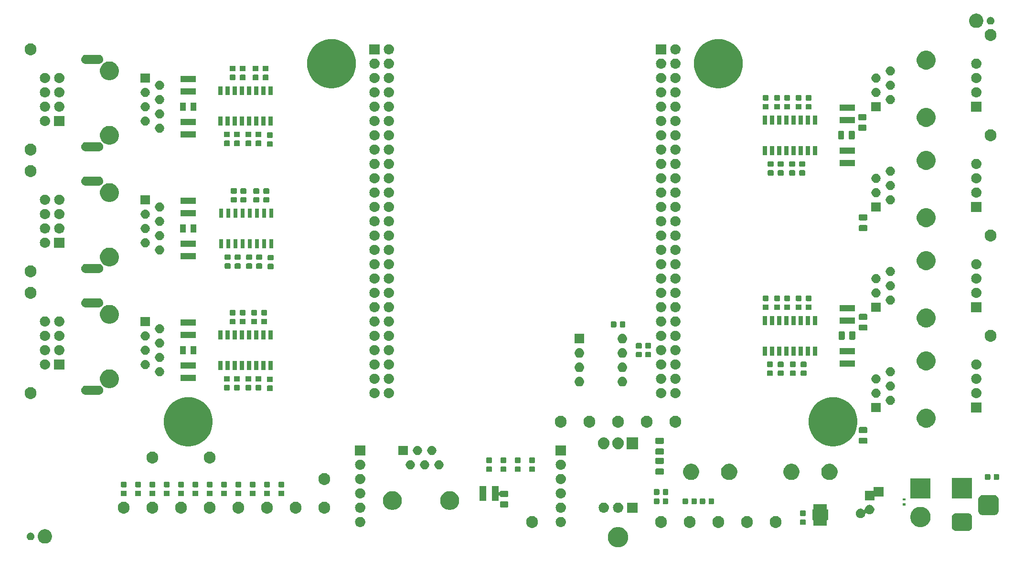
<source format=gbr>
G04 #@! TF.GenerationSoftware,KiCad,Pcbnew,5.0.2-bee76a0~70~ubuntu18.04.1*
G04 #@! TF.CreationDate,2019-06-21T08:31:23-07:00*
G04 #@! TF.ProjectId,aa-daughterboard-lvds,61612d64-6175-4676-9874-6572626f6172,rev?*
G04 #@! TF.SameCoordinates,Original*
G04 #@! TF.FileFunction,Soldermask,Top*
G04 #@! TF.FilePolarity,Negative*
%FSLAX46Y46*%
G04 Gerber Fmt 4.6, Leading zero omitted, Abs format (unit mm)*
G04 Created by KiCad (PCBNEW 5.0.2-bee76a0~70~ubuntu18.04.1) date Fri 21 Jun 2019 08:31:23 AM PDT*
%MOMM*%
%LPD*%
G01*
G04 APERTURE LIST*
%ADD10C,0.100000*%
G04 APERTURE END LIST*
D10*
G36*
X160196669Y-143137686D02*
X160373058Y-143155059D01*
X160577178Y-143216978D01*
X160712549Y-143258042D01*
X161025425Y-143425279D01*
X161299661Y-143650339D01*
X161524721Y-143924575D01*
X161691958Y-144237451D01*
X161723884Y-144342697D01*
X161794941Y-144576942D01*
X161829714Y-144930000D01*
X161794941Y-145283058D01*
X161785904Y-145312848D01*
X161691958Y-145622549D01*
X161524721Y-145935425D01*
X161299661Y-146209661D01*
X161025425Y-146434721D01*
X160712549Y-146601958D01*
X160599385Y-146636286D01*
X160373058Y-146704941D01*
X160196669Y-146722314D01*
X160108476Y-146731000D01*
X159931524Y-146731000D01*
X159843331Y-146722314D01*
X159666942Y-146704941D01*
X159440615Y-146636286D01*
X159327451Y-146601958D01*
X159014575Y-146434721D01*
X158740339Y-146209661D01*
X158515279Y-145935425D01*
X158348042Y-145622549D01*
X158254096Y-145312848D01*
X158245059Y-145283058D01*
X158210286Y-144930000D01*
X158245059Y-144576942D01*
X158316116Y-144342697D01*
X158348042Y-144237451D01*
X158515279Y-143924575D01*
X158740339Y-143650339D01*
X159014575Y-143425279D01*
X159327451Y-143258042D01*
X159462822Y-143216978D01*
X159666942Y-143155059D01*
X159843331Y-143137686D01*
X159931524Y-143129000D01*
X160108476Y-143129000D01*
X160196669Y-143137686D01*
X160196669Y-143137686D01*
G37*
G36*
X58667765Y-143534403D02*
X58790445Y-143558805D01*
X59021571Y-143654541D01*
X59229581Y-143793529D01*
X59406471Y-143970419D01*
X59406473Y-143970422D01*
X59545459Y-144178429D01*
X59641195Y-144409555D01*
X59690000Y-144654916D01*
X59690000Y-144905084D01*
X59641195Y-145150445D01*
X59573925Y-145312848D01*
X59545459Y-145381571D01*
X59406471Y-145589581D01*
X59229581Y-145766471D01*
X59229578Y-145766473D01*
X59021571Y-145905459D01*
X58790445Y-146001195D01*
X58667764Y-146025598D01*
X58545086Y-146050000D01*
X58294914Y-146050000D01*
X58172236Y-146025598D01*
X58049555Y-146001195D01*
X57818429Y-145905459D01*
X57610422Y-145766473D01*
X57610419Y-145766471D01*
X57433529Y-145589581D01*
X57294541Y-145381571D01*
X57266075Y-145312848D01*
X57198805Y-145150445D01*
X57150000Y-144905084D01*
X57150000Y-144654916D01*
X57198805Y-144409555D01*
X57294541Y-144178429D01*
X57433527Y-143970422D01*
X57433529Y-143970419D01*
X57610419Y-143793529D01*
X57818429Y-143654541D01*
X58049555Y-143558805D01*
X58172235Y-143534403D01*
X58294914Y-143510000D01*
X58545086Y-143510000D01*
X58667765Y-143534403D01*
X58667765Y-143534403D01*
G37*
G36*
X56080098Y-144120362D02*
X56204940Y-144172073D01*
X56317303Y-144247152D01*
X56412848Y-144342697D01*
X56487927Y-144455060D01*
X56539638Y-144579902D01*
X56566000Y-144712433D01*
X56566000Y-144847567D01*
X56539638Y-144980098D01*
X56487927Y-145104940D01*
X56412848Y-145217303D01*
X56317303Y-145312848D01*
X56204940Y-145387927D01*
X56080098Y-145439638D01*
X55947567Y-145466000D01*
X55812433Y-145466000D01*
X55679902Y-145439638D01*
X55555060Y-145387927D01*
X55442697Y-145312848D01*
X55347152Y-145217303D01*
X55272073Y-145104940D01*
X55220362Y-144980098D01*
X55194000Y-144847567D01*
X55194000Y-144712433D01*
X55220362Y-144579902D01*
X55272073Y-144455060D01*
X55347152Y-144342697D01*
X55442697Y-144247152D01*
X55555060Y-144172073D01*
X55679902Y-144120362D01*
X55812433Y-144094000D01*
X55947567Y-144094000D01*
X56080098Y-144120362D01*
X56080098Y-144120362D01*
G37*
G36*
X222206978Y-140703293D02*
X222340627Y-140743835D01*
X222463782Y-140809662D01*
X222571739Y-140898261D01*
X222660338Y-141006218D01*
X222726165Y-141129373D01*
X222766707Y-141263022D01*
X222781000Y-141408140D01*
X222781000Y-143071860D01*
X222766707Y-143216978D01*
X222726165Y-143350627D01*
X222660338Y-143473782D01*
X222571739Y-143581739D01*
X222463782Y-143670338D01*
X222340627Y-143736165D01*
X222206978Y-143776707D01*
X222061860Y-143791000D01*
X219898140Y-143791000D01*
X219753022Y-143776707D01*
X219619373Y-143736165D01*
X219496218Y-143670338D01*
X219388261Y-143581739D01*
X219299662Y-143473782D01*
X219233835Y-143350627D01*
X219193293Y-143216978D01*
X219179000Y-143071860D01*
X219179000Y-141408140D01*
X219193293Y-141263022D01*
X219233835Y-141129373D01*
X219299662Y-141006218D01*
X219388261Y-140898261D01*
X219496218Y-140809662D01*
X219619373Y-140743835D01*
X219753022Y-140703293D01*
X219898140Y-140689000D01*
X222061860Y-140689000D01*
X222206978Y-140703293D01*
X222206978Y-140703293D01*
G37*
G36*
X178106565Y-141229389D02*
X178297834Y-141308615D01*
X178469976Y-141423637D01*
X178616363Y-141570024D01*
X178731385Y-141742166D01*
X178810611Y-141933435D01*
X178851000Y-142136484D01*
X178851000Y-142343516D01*
X178810611Y-142546565D01*
X178731385Y-142737834D01*
X178616363Y-142909976D01*
X178469976Y-143056363D01*
X178297834Y-143171385D01*
X178106565Y-143250611D01*
X177903516Y-143291000D01*
X177696484Y-143291000D01*
X177493435Y-143250611D01*
X177302166Y-143171385D01*
X177130024Y-143056363D01*
X176983637Y-142909976D01*
X176868615Y-142737834D01*
X176789389Y-142546565D01*
X176749000Y-142343516D01*
X176749000Y-142136484D01*
X176789389Y-141933435D01*
X176868615Y-141742166D01*
X176983637Y-141570024D01*
X177130024Y-141423637D01*
X177302166Y-141308615D01*
X177493435Y-141229389D01*
X177696484Y-141189000D01*
X177903516Y-141189000D01*
X178106565Y-141229389D01*
X178106565Y-141229389D01*
G37*
G36*
X145086565Y-141229389D02*
X145277834Y-141308615D01*
X145449976Y-141423637D01*
X145596363Y-141570024D01*
X145711385Y-141742166D01*
X145790611Y-141933435D01*
X145831000Y-142136484D01*
X145831000Y-142343516D01*
X145790611Y-142546565D01*
X145711385Y-142737834D01*
X145596363Y-142909976D01*
X145449976Y-143056363D01*
X145277834Y-143171385D01*
X145086565Y-143250611D01*
X144883516Y-143291000D01*
X144676484Y-143291000D01*
X144473435Y-143250611D01*
X144282166Y-143171385D01*
X144110024Y-143056363D01*
X143963637Y-142909976D01*
X143848615Y-142737834D01*
X143769389Y-142546565D01*
X143729000Y-142343516D01*
X143729000Y-142136484D01*
X143769389Y-141933435D01*
X143848615Y-141742166D01*
X143963637Y-141570024D01*
X144110024Y-141423637D01*
X144282166Y-141308615D01*
X144473435Y-141229389D01*
X144676484Y-141189000D01*
X144883516Y-141189000D01*
X145086565Y-141229389D01*
X145086565Y-141229389D01*
G37*
G36*
X173026565Y-141229389D02*
X173217834Y-141308615D01*
X173389976Y-141423637D01*
X173536363Y-141570024D01*
X173651385Y-141742166D01*
X173730611Y-141933435D01*
X173771000Y-142136484D01*
X173771000Y-142343516D01*
X173730611Y-142546565D01*
X173651385Y-142737834D01*
X173536363Y-142909976D01*
X173389976Y-143056363D01*
X173217834Y-143171385D01*
X173026565Y-143250611D01*
X172823516Y-143291000D01*
X172616484Y-143291000D01*
X172413435Y-143250611D01*
X172222166Y-143171385D01*
X172050024Y-143056363D01*
X171903637Y-142909976D01*
X171788615Y-142737834D01*
X171709389Y-142546565D01*
X171669000Y-142343516D01*
X171669000Y-142136484D01*
X171709389Y-141933435D01*
X171788615Y-141742166D01*
X171903637Y-141570024D01*
X172050024Y-141423637D01*
X172222166Y-141308615D01*
X172413435Y-141229389D01*
X172616484Y-141189000D01*
X172823516Y-141189000D01*
X173026565Y-141229389D01*
X173026565Y-141229389D01*
G37*
G36*
X188266565Y-141229389D02*
X188457834Y-141308615D01*
X188629976Y-141423637D01*
X188776363Y-141570024D01*
X188891385Y-141742166D01*
X188970611Y-141933435D01*
X189011000Y-142136484D01*
X189011000Y-142343516D01*
X188970611Y-142546565D01*
X188891385Y-142737834D01*
X188776363Y-142909976D01*
X188629976Y-143056363D01*
X188457834Y-143171385D01*
X188266565Y-143250611D01*
X188063516Y-143291000D01*
X187856484Y-143291000D01*
X187653435Y-143250611D01*
X187462166Y-143171385D01*
X187290024Y-143056363D01*
X187143637Y-142909976D01*
X187028615Y-142737834D01*
X186949389Y-142546565D01*
X186909000Y-142343516D01*
X186909000Y-142136484D01*
X186949389Y-141933435D01*
X187028615Y-141742166D01*
X187143637Y-141570024D01*
X187290024Y-141423637D01*
X187462166Y-141308615D01*
X187653435Y-141229389D01*
X187856484Y-141189000D01*
X188063516Y-141189000D01*
X188266565Y-141229389D01*
X188266565Y-141229389D01*
G37*
G36*
X167946565Y-141229389D02*
X168137834Y-141308615D01*
X168309976Y-141423637D01*
X168456363Y-141570024D01*
X168571385Y-141742166D01*
X168650611Y-141933435D01*
X168691000Y-142136484D01*
X168691000Y-142343516D01*
X168650611Y-142546565D01*
X168571385Y-142737834D01*
X168456363Y-142909976D01*
X168309976Y-143056363D01*
X168137834Y-143171385D01*
X167946565Y-143250611D01*
X167743516Y-143291000D01*
X167536484Y-143291000D01*
X167333435Y-143250611D01*
X167142166Y-143171385D01*
X166970024Y-143056363D01*
X166823637Y-142909976D01*
X166708615Y-142737834D01*
X166629389Y-142546565D01*
X166589000Y-142343516D01*
X166589000Y-142136484D01*
X166629389Y-141933435D01*
X166708615Y-141742166D01*
X166823637Y-141570024D01*
X166970024Y-141423637D01*
X167142166Y-141308615D01*
X167333435Y-141229389D01*
X167536484Y-141189000D01*
X167743516Y-141189000D01*
X167946565Y-141229389D01*
X167946565Y-141229389D01*
G37*
G36*
X183186565Y-141229389D02*
X183377834Y-141308615D01*
X183549976Y-141423637D01*
X183696363Y-141570024D01*
X183811385Y-141742166D01*
X183890611Y-141933435D01*
X183931000Y-142136484D01*
X183931000Y-142343516D01*
X183890611Y-142546565D01*
X183811385Y-142737834D01*
X183696363Y-142909976D01*
X183549976Y-143056363D01*
X183377834Y-143171385D01*
X183186565Y-143250611D01*
X182983516Y-143291000D01*
X182776484Y-143291000D01*
X182573435Y-143250611D01*
X182382166Y-143171385D01*
X182210024Y-143056363D01*
X182063637Y-142909976D01*
X181948615Y-142737834D01*
X181869389Y-142546565D01*
X181829000Y-142343516D01*
X181829000Y-142136484D01*
X181869389Y-141933435D01*
X181948615Y-141742166D01*
X182063637Y-141570024D01*
X182210024Y-141423637D01*
X182382166Y-141308615D01*
X182573435Y-141229389D01*
X182776484Y-141189000D01*
X182983516Y-141189000D01*
X183186565Y-141229389D01*
X183186565Y-141229389D01*
G37*
G36*
X213840854Y-139559779D02*
X214139350Y-139619153D01*
X214467122Y-139754921D01*
X214762109Y-139952025D01*
X215012975Y-140202891D01*
X215210079Y-140497878D01*
X215345847Y-140825650D01*
X215415060Y-141173611D01*
X215415060Y-141528389D01*
X215345847Y-141876350D01*
X215210079Y-142204122D01*
X215012975Y-142499109D01*
X214762109Y-142749975D01*
X214467122Y-142947079D01*
X214139350Y-143082847D01*
X213846992Y-143141000D01*
X213791390Y-143152060D01*
X213436610Y-143152060D01*
X213381008Y-143141000D01*
X213088650Y-143082847D01*
X212760878Y-142947079D01*
X212465891Y-142749975D01*
X212215025Y-142499109D01*
X212017921Y-142204122D01*
X211882153Y-141876350D01*
X211812940Y-141528389D01*
X211812940Y-141173611D01*
X211882153Y-140825650D01*
X212017921Y-140497878D01*
X212215025Y-140202891D01*
X212465891Y-139952025D01*
X212760878Y-139754921D01*
X213088650Y-139619153D01*
X213387146Y-139559779D01*
X213436610Y-139549940D01*
X213791390Y-139549940D01*
X213840854Y-139559779D01*
X213840854Y-139559779D01*
G37*
G36*
X114410442Y-141345518D02*
X114476627Y-141352037D01*
X114589853Y-141386384D01*
X114646467Y-141403557D01*
X114763443Y-141466083D01*
X114802991Y-141487222D01*
X114838729Y-141516552D01*
X114940186Y-141599814D01*
X115023448Y-141701271D01*
X115052778Y-141737009D01*
X115052779Y-141737011D01*
X115136443Y-141893533D01*
X115148297Y-141932612D01*
X115187963Y-142063373D01*
X115205359Y-142240000D01*
X115187963Y-142416627D01*
X115153616Y-142529853D01*
X115136443Y-142586467D01*
X115090250Y-142672887D01*
X115052778Y-142742991D01*
X115047046Y-142749975D01*
X114940186Y-142880186D01*
X114858675Y-142947079D01*
X114802991Y-142992778D01*
X114802989Y-142992779D01*
X114646467Y-143076443D01*
X114625355Y-143082847D01*
X114476627Y-143127963D01*
X114410443Y-143134481D01*
X114344260Y-143141000D01*
X114255740Y-143141000D01*
X114189557Y-143134481D01*
X114123373Y-143127963D01*
X113974645Y-143082847D01*
X113953533Y-143076443D01*
X113797011Y-142992779D01*
X113797009Y-142992778D01*
X113741325Y-142947079D01*
X113659814Y-142880186D01*
X113552954Y-142749975D01*
X113547222Y-142742991D01*
X113509750Y-142672887D01*
X113463557Y-142586467D01*
X113446384Y-142529853D01*
X113412037Y-142416627D01*
X113394641Y-142240000D01*
X113412037Y-142063373D01*
X113451703Y-141932612D01*
X113463557Y-141893533D01*
X113547221Y-141737011D01*
X113547222Y-141737009D01*
X113576552Y-141701271D01*
X113659814Y-141599814D01*
X113761271Y-141516552D01*
X113797009Y-141487222D01*
X113836557Y-141466083D01*
X113953533Y-141403557D01*
X114010147Y-141386384D01*
X114123373Y-141352037D01*
X114189558Y-141345518D01*
X114255740Y-141339000D01*
X114344260Y-141339000D01*
X114410442Y-141345518D01*
X114410442Y-141345518D01*
G37*
G36*
X149970442Y-141345518D02*
X150036627Y-141352037D01*
X150149853Y-141386384D01*
X150206467Y-141403557D01*
X150323443Y-141466083D01*
X150362991Y-141487222D01*
X150398729Y-141516552D01*
X150500186Y-141599814D01*
X150583448Y-141701271D01*
X150612778Y-141737009D01*
X150612779Y-141737011D01*
X150696443Y-141893533D01*
X150708297Y-141932612D01*
X150747963Y-142063373D01*
X150765359Y-142240000D01*
X150747963Y-142416627D01*
X150713616Y-142529853D01*
X150696443Y-142586467D01*
X150650250Y-142672887D01*
X150612778Y-142742991D01*
X150607046Y-142749975D01*
X150500186Y-142880186D01*
X150418675Y-142947079D01*
X150362991Y-142992778D01*
X150362989Y-142992779D01*
X150206467Y-143076443D01*
X150185355Y-143082847D01*
X150036627Y-143127963D01*
X149970443Y-143134481D01*
X149904260Y-143141000D01*
X149815740Y-143141000D01*
X149749557Y-143134481D01*
X149683373Y-143127963D01*
X149534645Y-143082847D01*
X149513533Y-143076443D01*
X149357011Y-142992779D01*
X149357009Y-142992778D01*
X149301325Y-142947079D01*
X149219814Y-142880186D01*
X149112954Y-142749975D01*
X149107222Y-142742991D01*
X149069750Y-142672887D01*
X149023557Y-142586467D01*
X149006384Y-142529853D01*
X148972037Y-142416627D01*
X148954641Y-142240000D01*
X148972037Y-142063373D01*
X149011703Y-141932612D01*
X149023557Y-141893533D01*
X149107221Y-141737011D01*
X149107222Y-141737009D01*
X149136552Y-141701271D01*
X149219814Y-141599814D01*
X149321271Y-141516552D01*
X149357009Y-141487222D01*
X149396557Y-141466083D01*
X149513533Y-141403557D01*
X149570147Y-141386384D01*
X149683373Y-141352037D01*
X149749558Y-141345518D01*
X149815740Y-141339000D01*
X149904260Y-141339000D01*
X149970442Y-141345518D01*
X149970442Y-141345518D01*
G37*
G36*
X197035000Y-139919000D02*
X197037402Y-139943386D01*
X197044515Y-139966835D01*
X197056066Y-139988446D01*
X197071612Y-140007388D01*
X197090554Y-140022934D01*
X197112165Y-140034485D01*
X197135614Y-140041598D01*
X197160000Y-140044000D01*
X197235000Y-140044000D01*
X197235000Y-141896000D01*
X197160000Y-141896000D01*
X197135614Y-141898402D01*
X197112165Y-141905515D01*
X197090554Y-141917066D01*
X197071612Y-141932612D01*
X197056066Y-141951554D01*
X197044515Y-141973165D01*
X197037402Y-141996614D01*
X197035000Y-142021000D01*
X197035000Y-142896000D01*
X194633000Y-142896000D01*
X194633000Y-142021000D01*
X194630598Y-141996614D01*
X194623485Y-141973165D01*
X194611934Y-141951554D01*
X194596388Y-141932612D01*
X194577446Y-141917066D01*
X194555835Y-141905515D01*
X194532386Y-141898402D01*
X194508000Y-141896000D01*
X194433000Y-141896000D01*
X194433000Y-140044000D01*
X194508000Y-140044000D01*
X194532386Y-140041598D01*
X194555835Y-140034485D01*
X194577446Y-140022934D01*
X194596388Y-140007388D01*
X194611934Y-139988446D01*
X194623485Y-139966835D01*
X194630598Y-139943386D01*
X194633000Y-139919000D01*
X194633000Y-139044000D01*
X197035000Y-139044000D01*
X197035000Y-139919000D01*
X197035000Y-139919000D01*
G37*
G36*
X193165591Y-141781085D02*
X193199569Y-141791393D01*
X193230887Y-141808133D01*
X193258339Y-141830661D01*
X193280867Y-141858113D01*
X193297607Y-141889431D01*
X193307915Y-141923409D01*
X193312000Y-141964890D01*
X193312000Y-142566110D01*
X193307915Y-142607591D01*
X193297607Y-142641569D01*
X193280867Y-142672887D01*
X193258339Y-142700339D01*
X193230887Y-142722867D01*
X193199569Y-142739607D01*
X193165591Y-142749915D01*
X193124110Y-142754000D01*
X192447890Y-142754000D01*
X192406409Y-142749915D01*
X192372431Y-142739607D01*
X192341113Y-142722867D01*
X192313661Y-142700339D01*
X192291133Y-142672887D01*
X192274393Y-142641569D01*
X192264085Y-142607591D01*
X192260000Y-142566110D01*
X192260000Y-141964890D01*
X192264085Y-141923409D01*
X192274393Y-141889431D01*
X192291133Y-141858113D01*
X192313661Y-141830661D01*
X192341113Y-141808133D01*
X192372431Y-141791393D01*
X192406409Y-141781085D01*
X192447890Y-141777000D01*
X193124110Y-141777000D01*
X193165591Y-141781085D01*
X193165591Y-141781085D01*
G37*
G36*
X204845228Y-139222703D02*
X205000100Y-139286853D01*
X205139481Y-139379985D01*
X205258015Y-139498519D01*
X205351147Y-139637900D01*
X205415297Y-139792772D01*
X205448000Y-139957184D01*
X205448000Y-140124816D01*
X205415297Y-140289228D01*
X205351147Y-140444100D01*
X205258015Y-140583481D01*
X205139481Y-140702015D01*
X205000100Y-140795147D01*
X204845228Y-140859297D01*
X204680816Y-140892000D01*
X204513184Y-140892000D01*
X204348772Y-140859297D01*
X204193900Y-140795147D01*
X204054519Y-140702015D01*
X204054518Y-140702014D01*
X204046444Y-140696619D01*
X204042446Y-140693337D01*
X204020835Y-140681786D01*
X203997386Y-140674673D01*
X203973000Y-140672271D01*
X203948614Y-140674673D01*
X203925165Y-140681786D01*
X203903554Y-140693337D01*
X203884612Y-140708883D01*
X203869066Y-140727825D01*
X203857515Y-140749436D01*
X203850402Y-140772885D01*
X203848296Y-140794265D01*
X203848000Y-140795753D01*
X203815297Y-140960165D01*
X203751147Y-141115037D01*
X203658015Y-141254418D01*
X203539481Y-141372952D01*
X203400100Y-141466084D01*
X203245228Y-141530234D01*
X203080816Y-141562937D01*
X202913184Y-141562937D01*
X202748772Y-141530234D01*
X202593900Y-141466084D01*
X202454519Y-141372952D01*
X202335985Y-141254418D01*
X202242853Y-141115037D01*
X202178703Y-140960165D01*
X202146000Y-140795753D01*
X202146000Y-140628121D01*
X202178703Y-140463709D01*
X202242853Y-140308837D01*
X202335985Y-140169456D01*
X202454519Y-140050922D01*
X202593900Y-139957790D01*
X202748772Y-139893640D01*
X202913184Y-139860937D01*
X203080816Y-139860937D01*
X203245228Y-139893640D01*
X203400100Y-139957790D01*
X203539481Y-140050922D01*
X203539482Y-140050923D01*
X203547556Y-140056318D01*
X203551554Y-140059600D01*
X203573165Y-140071151D01*
X203596614Y-140078264D01*
X203621000Y-140080666D01*
X203645386Y-140078264D01*
X203668835Y-140071151D01*
X203690446Y-140059600D01*
X203709388Y-140044054D01*
X203724934Y-140025112D01*
X203736485Y-140003501D01*
X203743598Y-139980052D01*
X203745704Y-139958672D01*
X203754341Y-139915252D01*
X203778703Y-139792772D01*
X203842853Y-139637900D01*
X203935985Y-139498519D01*
X204054519Y-139379985D01*
X204193900Y-139286853D01*
X204348772Y-139222703D01*
X204513184Y-139190000D01*
X204680816Y-139190000D01*
X204845228Y-139222703D01*
X204845228Y-139222703D01*
G37*
G36*
X193165591Y-140206085D02*
X193199569Y-140216393D01*
X193230887Y-140233133D01*
X193258339Y-140255661D01*
X193280867Y-140283113D01*
X193297607Y-140314431D01*
X193307915Y-140348409D01*
X193312000Y-140389890D01*
X193312000Y-140991110D01*
X193307915Y-141032591D01*
X193297607Y-141066569D01*
X193280867Y-141097887D01*
X193258339Y-141125339D01*
X193230887Y-141147867D01*
X193199569Y-141164607D01*
X193165591Y-141174915D01*
X193124110Y-141179000D01*
X192447890Y-141179000D01*
X192406409Y-141174915D01*
X192372431Y-141164607D01*
X192341113Y-141147867D01*
X192313661Y-141125339D01*
X192291133Y-141097887D01*
X192274393Y-141066569D01*
X192264085Y-141032591D01*
X192260000Y-140991110D01*
X192260000Y-140389890D01*
X192264085Y-140348409D01*
X192274393Y-140314431D01*
X192291133Y-140283113D01*
X192313661Y-140255661D01*
X192341113Y-140233133D01*
X192372431Y-140216393D01*
X192406409Y-140206085D01*
X192447890Y-140202000D01*
X193124110Y-140202000D01*
X193165591Y-140206085D01*
X193165591Y-140206085D01*
G37*
G36*
X226806366Y-137455695D02*
X226963458Y-137503348D01*
X227108230Y-137580731D01*
X227235128Y-137684872D01*
X227339269Y-137811770D01*
X227416652Y-137956542D01*
X227464305Y-138113634D01*
X227481000Y-138283140D01*
X227481000Y-140196860D01*
X227464305Y-140366366D01*
X227416652Y-140523458D01*
X227339269Y-140668230D01*
X227235128Y-140795128D01*
X227108230Y-140899269D01*
X226963458Y-140976652D01*
X226806366Y-141024305D01*
X226636860Y-141041000D01*
X224723140Y-141041000D01*
X224553634Y-141024305D01*
X224396542Y-140976652D01*
X224251770Y-140899269D01*
X224124872Y-140795128D01*
X224020731Y-140668230D01*
X223943348Y-140523458D01*
X223895695Y-140366366D01*
X223879000Y-140196860D01*
X223879000Y-138283140D01*
X223895695Y-138113634D01*
X223943348Y-137956542D01*
X224020731Y-137811770D01*
X224124872Y-137684872D01*
X224251770Y-137580731D01*
X224396542Y-137503348D01*
X224553634Y-137455695D01*
X224723140Y-137439000D01*
X226636860Y-137439000D01*
X226806366Y-137455695D01*
X226806366Y-137455695D01*
G37*
G36*
X77776565Y-138689389D02*
X77967834Y-138768615D01*
X78139976Y-138883637D01*
X78286363Y-139030024D01*
X78401385Y-139202166D01*
X78480611Y-139393435D01*
X78521000Y-139596484D01*
X78521000Y-139803516D01*
X78480611Y-140006565D01*
X78401385Y-140197834D01*
X78286363Y-140369976D01*
X78139976Y-140516363D01*
X77967834Y-140631385D01*
X77776565Y-140710611D01*
X77573516Y-140751000D01*
X77366484Y-140751000D01*
X77163435Y-140710611D01*
X76972166Y-140631385D01*
X76800024Y-140516363D01*
X76653637Y-140369976D01*
X76538615Y-140197834D01*
X76459389Y-140006565D01*
X76419000Y-139803516D01*
X76419000Y-139596484D01*
X76459389Y-139393435D01*
X76538615Y-139202166D01*
X76653637Y-139030024D01*
X76800024Y-138883637D01*
X76972166Y-138768615D01*
X77163435Y-138689389D01*
X77366484Y-138649000D01*
X77573516Y-138649000D01*
X77776565Y-138689389D01*
X77776565Y-138689389D01*
G37*
G36*
X87936565Y-138689389D02*
X88127834Y-138768615D01*
X88299976Y-138883637D01*
X88446363Y-139030024D01*
X88561385Y-139202166D01*
X88640611Y-139393435D01*
X88681000Y-139596484D01*
X88681000Y-139803516D01*
X88640611Y-140006565D01*
X88561385Y-140197834D01*
X88446363Y-140369976D01*
X88299976Y-140516363D01*
X88127834Y-140631385D01*
X87936565Y-140710611D01*
X87733516Y-140751000D01*
X87526484Y-140751000D01*
X87323435Y-140710611D01*
X87132166Y-140631385D01*
X86960024Y-140516363D01*
X86813637Y-140369976D01*
X86698615Y-140197834D01*
X86619389Y-140006565D01*
X86579000Y-139803516D01*
X86579000Y-139596484D01*
X86619389Y-139393435D01*
X86698615Y-139202166D01*
X86813637Y-139030024D01*
X86960024Y-138883637D01*
X87132166Y-138768615D01*
X87323435Y-138689389D01*
X87526484Y-138649000D01*
X87733516Y-138649000D01*
X87936565Y-138689389D01*
X87936565Y-138689389D01*
G37*
G36*
X108256565Y-138689389D02*
X108447834Y-138768615D01*
X108619976Y-138883637D01*
X108766363Y-139030024D01*
X108881385Y-139202166D01*
X108960611Y-139393435D01*
X109001000Y-139596484D01*
X109001000Y-139803516D01*
X108960611Y-140006565D01*
X108881385Y-140197834D01*
X108766363Y-140369976D01*
X108619976Y-140516363D01*
X108447834Y-140631385D01*
X108256565Y-140710611D01*
X108053516Y-140751000D01*
X107846484Y-140751000D01*
X107643435Y-140710611D01*
X107452166Y-140631385D01*
X107280024Y-140516363D01*
X107133637Y-140369976D01*
X107018615Y-140197834D01*
X106939389Y-140006565D01*
X106899000Y-139803516D01*
X106899000Y-139596484D01*
X106939389Y-139393435D01*
X107018615Y-139202166D01*
X107133637Y-139030024D01*
X107280024Y-138883637D01*
X107452166Y-138768615D01*
X107643435Y-138689389D01*
X107846484Y-138649000D01*
X108053516Y-138649000D01*
X108256565Y-138689389D01*
X108256565Y-138689389D01*
G37*
G36*
X98096565Y-138689389D02*
X98287834Y-138768615D01*
X98459976Y-138883637D01*
X98606363Y-139030024D01*
X98721385Y-139202166D01*
X98800611Y-139393435D01*
X98841000Y-139596484D01*
X98841000Y-139803516D01*
X98800611Y-140006565D01*
X98721385Y-140197834D01*
X98606363Y-140369976D01*
X98459976Y-140516363D01*
X98287834Y-140631385D01*
X98096565Y-140710611D01*
X97893516Y-140751000D01*
X97686484Y-140751000D01*
X97483435Y-140710611D01*
X97292166Y-140631385D01*
X97120024Y-140516363D01*
X96973637Y-140369976D01*
X96858615Y-140197834D01*
X96779389Y-140006565D01*
X96739000Y-139803516D01*
X96739000Y-139596484D01*
X96779389Y-139393435D01*
X96858615Y-139202166D01*
X96973637Y-139030024D01*
X97120024Y-138883637D01*
X97292166Y-138768615D01*
X97483435Y-138689389D01*
X97686484Y-138649000D01*
X97893516Y-138649000D01*
X98096565Y-138689389D01*
X98096565Y-138689389D01*
G37*
G36*
X93016565Y-138689389D02*
X93207834Y-138768615D01*
X93379976Y-138883637D01*
X93526363Y-139030024D01*
X93641385Y-139202166D01*
X93720611Y-139393435D01*
X93761000Y-139596484D01*
X93761000Y-139803516D01*
X93720611Y-140006565D01*
X93641385Y-140197834D01*
X93526363Y-140369976D01*
X93379976Y-140516363D01*
X93207834Y-140631385D01*
X93016565Y-140710611D01*
X92813516Y-140751000D01*
X92606484Y-140751000D01*
X92403435Y-140710611D01*
X92212166Y-140631385D01*
X92040024Y-140516363D01*
X91893637Y-140369976D01*
X91778615Y-140197834D01*
X91699389Y-140006565D01*
X91659000Y-139803516D01*
X91659000Y-139596484D01*
X91699389Y-139393435D01*
X91778615Y-139202166D01*
X91893637Y-139030024D01*
X92040024Y-138883637D01*
X92212166Y-138768615D01*
X92403435Y-138689389D01*
X92606484Y-138649000D01*
X92813516Y-138649000D01*
X93016565Y-138689389D01*
X93016565Y-138689389D01*
G37*
G36*
X103176565Y-138689389D02*
X103367834Y-138768615D01*
X103539976Y-138883637D01*
X103686363Y-139030024D01*
X103801385Y-139202166D01*
X103880611Y-139393435D01*
X103921000Y-139596484D01*
X103921000Y-139803516D01*
X103880611Y-140006565D01*
X103801385Y-140197834D01*
X103686363Y-140369976D01*
X103539976Y-140516363D01*
X103367834Y-140631385D01*
X103176565Y-140710611D01*
X102973516Y-140751000D01*
X102766484Y-140751000D01*
X102563435Y-140710611D01*
X102372166Y-140631385D01*
X102200024Y-140516363D01*
X102053637Y-140369976D01*
X101938615Y-140197834D01*
X101859389Y-140006565D01*
X101819000Y-139803516D01*
X101819000Y-139596484D01*
X101859389Y-139393435D01*
X101938615Y-139202166D01*
X102053637Y-139030024D01*
X102200024Y-138883637D01*
X102372166Y-138768615D01*
X102563435Y-138689389D01*
X102766484Y-138649000D01*
X102973516Y-138649000D01*
X103176565Y-138689389D01*
X103176565Y-138689389D01*
G37*
G36*
X72696565Y-138689389D02*
X72887834Y-138768615D01*
X73059976Y-138883637D01*
X73206363Y-139030024D01*
X73321385Y-139202166D01*
X73400611Y-139393435D01*
X73441000Y-139596484D01*
X73441000Y-139803516D01*
X73400611Y-140006565D01*
X73321385Y-140197834D01*
X73206363Y-140369976D01*
X73059976Y-140516363D01*
X72887834Y-140631385D01*
X72696565Y-140710611D01*
X72493516Y-140751000D01*
X72286484Y-140751000D01*
X72083435Y-140710611D01*
X71892166Y-140631385D01*
X71720024Y-140516363D01*
X71573637Y-140369976D01*
X71458615Y-140197834D01*
X71379389Y-140006565D01*
X71339000Y-139803516D01*
X71339000Y-139596484D01*
X71379389Y-139393435D01*
X71458615Y-139202166D01*
X71573637Y-139030024D01*
X71720024Y-138883637D01*
X71892166Y-138768615D01*
X72083435Y-138689389D01*
X72286484Y-138649000D01*
X72493516Y-138649000D01*
X72696565Y-138689389D01*
X72696565Y-138689389D01*
G37*
G36*
X82856565Y-138689389D02*
X83047834Y-138768615D01*
X83219976Y-138883637D01*
X83366363Y-139030024D01*
X83481385Y-139202166D01*
X83560611Y-139393435D01*
X83601000Y-139596484D01*
X83601000Y-139803516D01*
X83560611Y-140006565D01*
X83481385Y-140197834D01*
X83366363Y-140369976D01*
X83219976Y-140516363D01*
X83047834Y-140631385D01*
X82856565Y-140710611D01*
X82653516Y-140751000D01*
X82446484Y-140751000D01*
X82243435Y-140710611D01*
X82052166Y-140631385D01*
X81880024Y-140516363D01*
X81733637Y-140369976D01*
X81618615Y-140197834D01*
X81539389Y-140006565D01*
X81499000Y-139803516D01*
X81499000Y-139596484D01*
X81539389Y-139393435D01*
X81618615Y-139202166D01*
X81733637Y-139030024D01*
X81880024Y-138883637D01*
X82052166Y-138768615D01*
X82243435Y-138689389D01*
X82446484Y-138649000D01*
X82653516Y-138649000D01*
X82856565Y-138689389D01*
X82856565Y-138689389D01*
G37*
G36*
X149970442Y-138805518D02*
X150036627Y-138812037D01*
X150124688Y-138838750D01*
X150206467Y-138863557D01*
X150336384Y-138933000D01*
X150362991Y-138947222D01*
X150391439Y-138970569D01*
X150500186Y-139059814D01*
X150583448Y-139161271D01*
X150612778Y-139197009D01*
X150612779Y-139197011D01*
X150696443Y-139353533D01*
X150696443Y-139353534D01*
X150747963Y-139523373D01*
X150765359Y-139700000D01*
X150747963Y-139876627D01*
X150723342Y-139957791D01*
X150696443Y-140046467D01*
X150630703Y-140169456D01*
X150612778Y-140202991D01*
X150601779Y-140216393D01*
X150500186Y-140340186D01*
X150429008Y-140398599D01*
X150362991Y-140452778D01*
X150362989Y-140452779D01*
X150206467Y-140536443D01*
X150149853Y-140553616D01*
X150036627Y-140587963D01*
X149970442Y-140594482D01*
X149904260Y-140601000D01*
X149815740Y-140601000D01*
X149749558Y-140594482D01*
X149683373Y-140587963D01*
X149570147Y-140553616D01*
X149513533Y-140536443D01*
X149357011Y-140452779D01*
X149357009Y-140452778D01*
X149290992Y-140398599D01*
X149219814Y-140340186D01*
X149118221Y-140216393D01*
X149107222Y-140202991D01*
X149089297Y-140169456D01*
X149023557Y-140046467D01*
X148996658Y-139957791D01*
X148972037Y-139876627D01*
X148954641Y-139700000D01*
X148972037Y-139523373D01*
X149023557Y-139353534D01*
X149023557Y-139353533D01*
X149107221Y-139197011D01*
X149107222Y-139197009D01*
X149136552Y-139161271D01*
X149219814Y-139059814D01*
X149328561Y-138970569D01*
X149357009Y-138947222D01*
X149383616Y-138933000D01*
X149513533Y-138863557D01*
X149595312Y-138838750D01*
X149683373Y-138812037D01*
X149749558Y-138805518D01*
X149815740Y-138799000D01*
X149904260Y-138799000D01*
X149970442Y-138805518D01*
X149970442Y-138805518D01*
G37*
G36*
X157590442Y-138805518D02*
X157656627Y-138812037D01*
X157744688Y-138838750D01*
X157826467Y-138863557D01*
X157956384Y-138933000D01*
X157982991Y-138947222D01*
X158011439Y-138970569D01*
X158120186Y-139059814D01*
X158203448Y-139161271D01*
X158232778Y-139197009D01*
X158232779Y-139197011D01*
X158316443Y-139353533D01*
X158316443Y-139353534D01*
X158367963Y-139523373D01*
X158385359Y-139700000D01*
X158367963Y-139876627D01*
X158343342Y-139957791D01*
X158316443Y-140046467D01*
X158250703Y-140169456D01*
X158232778Y-140202991D01*
X158221779Y-140216393D01*
X158120186Y-140340186D01*
X158049008Y-140398599D01*
X157982991Y-140452778D01*
X157982989Y-140452779D01*
X157826467Y-140536443D01*
X157769853Y-140553616D01*
X157656627Y-140587963D01*
X157590442Y-140594482D01*
X157524260Y-140601000D01*
X157435740Y-140601000D01*
X157369558Y-140594482D01*
X157303373Y-140587963D01*
X157190147Y-140553616D01*
X157133533Y-140536443D01*
X156977011Y-140452779D01*
X156977009Y-140452778D01*
X156910992Y-140398599D01*
X156839814Y-140340186D01*
X156738221Y-140216393D01*
X156727222Y-140202991D01*
X156709297Y-140169456D01*
X156643557Y-140046467D01*
X156616658Y-139957791D01*
X156592037Y-139876627D01*
X156574641Y-139700000D01*
X156592037Y-139523373D01*
X156643557Y-139353534D01*
X156643557Y-139353533D01*
X156727221Y-139197011D01*
X156727222Y-139197009D01*
X156756552Y-139161271D01*
X156839814Y-139059814D01*
X156948561Y-138970569D01*
X156977009Y-138947222D01*
X157003616Y-138933000D01*
X157133533Y-138863557D01*
X157215312Y-138838750D01*
X157303373Y-138812037D01*
X157369558Y-138805518D01*
X157435740Y-138799000D01*
X157524260Y-138799000D01*
X157590442Y-138805518D01*
X157590442Y-138805518D01*
G37*
G36*
X160130442Y-138805518D02*
X160196627Y-138812037D01*
X160284688Y-138838750D01*
X160366467Y-138863557D01*
X160496384Y-138933000D01*
X160522991Y-138947222D01*
X160551439Y-138970569D01*
X160660186Y-139059814D01*
X160743448Y-139161271D01*
X160772778Y-139197009D01*
X160772779Y-139197011D01*
X160856443Y-139353533D01*
X160856443Y-139353534D01*
X160907963Y-139523373D01*
X160925359Y-139700000D01*
X160907963Y-139876627D01*
X160883342Y-139957791D01*
X160856443Y-140046467D01*
X160790703Y-140169456D01*
X160772778Y-140202991D01*
X160761779Y-140216393D01*
X160660186Y-140340186D01*
X160589008Y-140398599D01*
X160522991Y-140452778D01*
X160522989Y-140452779D01*
X160366467Y-140536443D01*
X160309853Y-140553616D01*
X160196627Y-140587963D01*
X160130442Y-140594482D01*
X160064260Y-140601000D01*
X159975740Y-140601000D01*
X159909558Y-140594482D01*
X159843373Y-140587963D01*
X159730147Y-140553616D01*
X159673533Y-140536443D01*
X159517011Y-140452779D01*
X159517009Y-140452778D01*
X159450992Y-140398599D01*
X159379814Y-140340186D01*
X159278221Y-140216393D01*
X159267222Y-140202991D01*
X159249297Y-140169456D01*
X159183557Y-140046467D01*
X159156658Y-139957791D01*
X159132037Y-139876627D01*
X159114641Y-139700000D01*
X159132037Y-139523373D01*
X159183557Y-139353534D01*
X159183557Y-139353533D01*
X159267221Y-139197011D01*
X159267222Y-139197009D01*
X159296552Y-139161271D01*
X159379814Y-139059814D01*
X159488561Y-138970569D01*
X159517009Y-138947222D01*
X159543616Y-138933000D01*
X159673533Y-138863557D01*
X159755312Y-138838750D01*
X159843373Y-138812037D01*
X159909558Y-138805518D01*
X159975740Y-138799000D01*
X160064260Y-138799000D01*
X160130442Y-138805518D01*
X160130442Y-138805518D01*
G37*
G36*
X114410442Y-138805518D02*
X114476627Y-138812037D01*
X114564688Y-138838750D01*
X114646467Y-138863557D01*
X114776384Y-138933000D01*
X114802991Y-138947222D01*
X114831439Y-138970569D01*
X114940186Y-139059814D01*
X115023448Y-139161271D01*
X115052778Y-139197009D01*
X115052779Y-139197011D01*
X115136443Y-139353533D01*
X115136443Y-139353534D01*
X115187963Y-139523373D01*
X115205359Y-139700000D01*
X115187963Y-139876627D01*
X115163342Y-139957791D01*
X115136443Y-140046467D01*
X115070703Y-140169456D01*
X115052778Y-140202991D01*
X115041779Y-140216393D01*
X114940186Y-140340186D01*
X114869008Y-140398599D01*
X114802991Y-140452778D01*
X114802989Y-140452779D01*
X114646467Y-140536443D01*
X114589853Y-140553616D01*
X114476627Y-140587963D01*
X114410442Y-140594482D01*
X114344260Y-140601000D01*
X114255740Y-140601000D01*
X114189558Y-140594482D01*
X114123373Y-140587963D01*
X114010147Y-140553616D01*
X113953533Y-140536443D01*
X113797011Y-140452779D01*
X113797009Y-140452778D01*
X113730992Y-140398599D01*
X113659814Y-140340186D01*
X113558221Y-140216393D01*
X113547222Y-140202991D01*
X113529297Y-140169456D01*
X113463557Y-140046467D01*
X113436658Y-139957791D01*
X113412037Y-139876627D01*
X113394641Y-139700000D01*
X113412037Y-139523373D01*
X113463557Y-139353534D01*
X113463557Y-139353533D01*
X113547221Y-139197011D01*
X113547222Y-139197009D01*
X113576552Y-139161271D01*
X113659814Y-139059814D01*
X113768561Y-138970569D01*
X113797009Y-138947222D01*
X113823616Y-138933000D01*
X113953533Y-138863557D01*
X114035312Y-138838750D01*
X114123373Y-138812037D01*
X114189558Y-138805518D01*
X114255740Y-138799000D01*
X114344260Y-138799000D01*
X114410442Y-138805518D01*
X114410442Y-138805518D01*
G37*
G36*
X163461000Y-140601000D02*
X161659000Y-140601000D01*
X161659000Y-138799000D01*
X163461000Y-138799000D01*
X163461000Y-140601000D01*
X163461000Y-140601000D01*
G37*
G36*
X120498871Y-136818408D02*
X120803883Y-136944748D01*
X120861689Y-136983373D01*
X121078390Y-137128168D01*
X121311832Y-137361610D01*
X121311834Y-137361613D01*
X121495252Y-137636117D01*
X121621592Y-137941129D01*
X121686000Y-138264928D01*
X121686000Y-138595072D01*
X121621592Y-138918871D01*
X121495252Y-139223883D01*
X121390948Y-139379985D01*
X121311832Y-139498390D01*
X121078390Y-139731832D01*
X121078387Y-139731834D01*
X120803883Y-139915252D01*
X120581447Y-140007388D01*
X120498871Y-140041592D01*
X120175072Y-140106000D01*
X119844928Y-140106000D01*
X119521129Y-140041592D01*
X119438553Y-140007388D01*
X119216117Y-139915252D01*
X118941613Y-139731834D01*
X118941610Y-139731832D01*
X118708168Y-139498390D01*
X118629052Y-139379985D01*
X118524748Y-139223883D01*
X118398408Y-138918871D01*
X118334000Y-138595072D01*
X118334000Y-138264928D01*
X118398408Y-137941129D01*
X118524748Y-137636117D01*
X118708166Y-137361613D01*
X118708168Y-137361610D01*
X118941610Y-137128168D01*
X119158311Y-136983373D01*
X119216117Y-136944748D01*
X119521129Y-136818408D01*
X119844928Y-136754000D01*
X120175072Y-136754000D01*
X120498871Y-136818408D01*
X120498871Y-136818408D01*
G37*
G36*
X130658871Y-136818408D02*
X130963883Y-136944748D01*
X131021689Y-136983373D01*
X131238390Y-137128168D01*
X131471832Y-137361610D01*
X131471834Y-137361613D01*
X131655252Y-137636117D01*
X131781592Y-137941129D01*
X131846000Y-138264928D01*
X131846000Y-138595072D01*
X131781592Y-138918871D01*
X131655252Y-139223883D01*
X131550948Y-139379985D01*
X131471832Y-139498390D01*
X131238390Y-139731832D01*
X131238387Y-139731834D01*
X130963883Y-139915252D01*
X130741447Y-140007388D01*
X130658871Y-140041592D01*
X130335072Y-140106000D01*
X130004928Y-140106000D01*
X129681129Y-140041592D01*
X129598553Y-140007388D01*
X129376117Y-139915252D01*
X129101613Y-139731834D01*
X129101610Y-139731832D01*
X128868168Y-139498390D01*
X128789052Y-139379985D01*
X128684748Y-139223883D01*
X128558408Y-138918871D01*
X128494000Y-138595072D01*
X128494000Y-138264928D01*
X128558408Y-137941129D01*
X128684748Y-137636117D01*
X128868166Y-137361613D01*
X128868168Y-137361610D01*
X129101610Y-137128168D01*
X129318311Y-136983373D01*
X129376117Y-136944748D01*
X129681129Y-136818408D01*
X130004928Y-136754000D01*
X130335072Y-136754000D01*
X130658871Y-136818408D01*
X130658871Y-136818408D01*
G37*
G36*
X140411466Y-138579565D02*
X140450137Y-138591296D01*
X140485779Y-138610348D01*
X140517017Y-138635983D01*
X140542652Y-138667221D01*
X140561704Y-138702863D01*
X140573435Y-138741534D01*
X140578000Y-138787888D01*
X140578000Y-139439112D01*
X140573435Y-139485466D01*
X140561704Y-139524137D01*
X140542652Y-139559779D01*
X140517017Y-139591017D01*
X140485779Y-139616652D01*
X140450137Y-139635704D01*
X140411466Y-139647435D01*
X140365112Y-139652000D01*
X139288888Y-139652000D01*
X139242534Y-139647435D01*
X139203863Y-139635704D01*
X139168221Y-139616652D01*
X139136983Y-139591017D01*
X139111348Y-139559779D01*
X139092296Y-139524137D01*
X139080565Y-139485466D01*
X139076000Y-139439112D01*
X139076000Y-138787888D01*
X139080565Y-138741534D01*
X139092296Y-138702863D01*
X139111348Y-138667221D01*
X139136983Y-138635983D01*
X139168221Y-138610348D01*
X139203863Y-138591296D01*
X139242534Y-138579565D01*
X139288888Y-138575000D01*
X140365112Y-138575000D01*
X140411466Y-138579565D01*
X140411466Y-138579565D01*
G37*
G36*
X210944000Y-139335000D02*
X210442000Y-139335000D01*
X210442000Y-138933000D01*
X210944000Y-138933000D01*
X210944000Y-139335000D01*
X210944000Y-139335000D01*
G37*
G36*
X173849591Y-138035085D02*
X173883569Y-138045393D01*
X173914887Y-138062133D01*
X173942339Y-138084661D01*
X173964867Y-138112113D01*
X173981607Y-138143431D01*
X173991915Y-138177409D01*
X173996000Y-138218890D01*
X173996000Y-138895110D01*
X173991915Y-138936591D01*
X173981607Y-138970569D01*
X173964867Y-139001887D01*
X173942339Y-139029339D01*
X173914887Y-139051867D01*
X173883569Y-139068607D01*
X173849591Y-139078915D01*
X173808110Y-139083000D01*
X173206890Y-139083000D01*
X173165409Y-139078915D01*
X173131431Y-139068607D01*
X173100113Y-139051867D01*
X173072661Y-139029339D01*
X173050133Y-139001887D01*
X173033393Y-138970569D01*
X173023085Y-138936591D01*
X173019000Y-138895110D01*
X173019000Y-138218890D01*
X173023085Y-138177409D01*
X173033393Y-138143431D01*
X173050133Y-138112113D01*
X173072661Y-138084661D01*
X173100113Y-138062133D01*
X173131431Y-138045393D01*
X173165409Y-138035085D01*
X173206890Y-138031000D01*
X173808110Y-138031000D01*
X173849591Y-138035085D01*
X173849591Y-138035085D01*
G37*
G36*
X176897591Y-138035085D02*
X176931569Y-138045393D01*
X176962887Y-138062133D01*
X176990339Y-138084661D01*
X177012867Y-138112113D01*
X177029607Y-138143431D01*
X177039915Y-138177409D01*
X177044000Y-138218890D01*
X177044000Y-138895110D01*
X177039915Y-138936591D01*
X177029607Y-138970569D01*
X177012867Y-139001887D01*
X176990339Y-139029339D01*
X176962887Y-139051867D01*
X176931569Y-139068607D01*
X176897591Y-139078915D01*
X176856110Y-139083000D01*
X176254890Y-139083000D01*
X176213409Y-139078915D01*
X176179431Y-139068607D01*
X176148113Y-139051867D01*
X176120661Y-139029339D01*
X176098133Y-139001887D01*
X176081393Y-138970569D01*
X176071085Y-138936591D01*
X176067000Y-138895110D01*
X176067000Y-138218890D01*
X176071085Y-138177409D01*
X176081393Y-138143431D01*
X176098133Y-138112113D01*
X176120661Y-138084661D01*
X176148113Y-138062133D01*
X176179431Y-138045393D01*
X176213409Y-138035085D01*
X176254890Y-138031000D01*
X176856110Y-138031000D01*
X176897591Y-138035085D01*
X176897591Y-138035085D01*
G37*
G36*
X175322591Y-138035085D02*
X175356569Y-138045393D01*
X175387887Y-138062133D01*
X175415339Y-138084661D01*
X175437867Y-138112113D01*
X175454607Y-138143431D01*
X175464915Y-138177409D01*
X175469000Y-138218890D01*
X175469000Y-138895110D01*
X175464915Y-138936591D01*
X175454607Y-138970569D01*
X175437867Y-139001887D01*
X175415339Y-139029339D01*
X175387887Y-139051867D01*
X175356569Y-139068607D01*
X175322591Y-139078915D01*
X175281110Y-139083000D01*
X174679890Y-139083000D01*
X174638409Y-139078915D01*
X174604431Y-139068607D01*
X174573113Y-139051867D01*
X174545661Y-139029339D01*
X174523133Y-139001887D01*
X174506393Y-138970569D01*
X174496085Y-138936591D01*
X174492000Y-138895110D01*
X174492000Y-138218890D01*
X174496085Y-138177409D01*
X174506393Y-138143431D01*
X174523133Y-138112113D01*
X174545661Y-138084661D01*
X174573113Y-138062133D01*
X174604431Y-138045393D01*
X174638409Y-138035085D01*
X174679890Y-138031000D01*
X175281110Y-138031000D01*
X175322591Y-138035085D01*
X175322591Y-138035085D01*
G37*
G36*
X167194591Y-138035085D02*
X167228569Y-138045393D01*
X167259887Y-138062133D01*
X167287339Y-138084661D01*
X167309867Y-138112113D01*
X167326607Y-138143431D01*
X167336915Y-138177409D01*
X167341000Y-138218890D01*
X167341000Y-138895110D01*
X167336915Y-138936591D01*
X167326607Y-138970569D01*
X167309867Y-139001887D01*
X167287339Y-139029339D01*
X167259887Y-139051867D01*
X167228569Y-139068607D01*
X167194591Y-139078915D01*
X167153110Y-139083000D01*
X166551890Y-139083000D01*
X166510409Y-139078915D01*
X166476431Y-139068607D01*
X166445113Y-139051867D01*
X166417661Y-139029339D01*
X166395133Y-139001887D01*
X166378393Y-138970569D01*
X166368085Y-138936591D01*
X166364000Y-138895110D01*
X166364000Y-138218890D01*
X166368085Y-138177409D01*
X166378393Y-138143431D01*
X166395133Y-138112113D01*
X166417661Y-138084661D01*
X166445113Y-138062133D01*
X166476431Y-138045393D01*
X166510409Y-138035085D01*
X166551890Y-138031000D01*
X167153110Y-138031000D01*
X167194591Y-138035085D01*
X167194591Y-138035085D01*
G37*
G36*
X172274591Y-138035085D02*
X172308569Y-138045393D01*
X172339887Y-138062133D01*
X172367339Y-138084661D01*
X172389867Y-138112113D01*
X172406607Y-138143431D01*
X172416915Y-138177409D01*
X172421000Y-138218890D01*
X172421000Y-138895110D01*
X172416915Y-138936591D01*
X172406607Y-138970569D01*
X172389867Y-139001887D01*
X172367339Y-139029339D01*
X172339887Y-139051867D01*
X172308569Y-139068607D01*
X172274591Y-139078915D01*
X172233110Y-139083000D01*
X171631890Y-139083000D01*
X171590409Y-139078915D01*
X171556431Y-139068607D01*
X171525113Y-139051867D01*
X171497661Y-139029339D01*
X171475133Y-139001887D01*
X171458393Y-138970569D01*
X171448085Y-138936591D01*
X171444000Y-138895110D01*
X171444000Y-138218890D01*
X171448085Y-138177409D01*
X171458393Y-138143431D01*
X171475133Y-138112113D01*
X171497661Y-138084661D01*
X171525113Y-138062133D01*
X171556431Y-138045393D01*
X171590409Y-138035085D01*
X171631890Y-138031000D01*
X172233110Y-138031000D01*
X172274591Y-138035085D01*
X172274591Y-138035085D01*
G37*
G36*
X168769591Y-138035085D02*
X168803569Y-138045393D01*
X168834887Y-138062133D01*
X168862339Y-138084661D01*
X168884867Y-138112113D01*
X168901607Y-138143431D01*
X168911915Y-138177409D01*
X168916000Y-138218890D01*
X168916000Y-138895110D01*
X168911915Y-138936591D01*
X168901607Y-138970569D01*
X168884867Y-139001887D01*
X168862339Y-139029339D01*
X168834887Y-139051867D01*
X168803569Y-139068607D01*
X168769591Y-139078915D01*
X168728110Y-139083000D01*
X168126890Y-139083000D01*
X168085409Y-139078915D01*
X168051431Y-139068607D01*
X168020113Y-139051867D01*
X167992661Y-139029339D01*
X167970133Y-139001887D01*
X167953393Y-138970569D01*
X167943085Y-138936591D01*
X167939000Y-138895110D01*
X167939000Y-138218890D01*
X167943085Y-138177409D01*
X167953393Y-138143431D01*
X167970133Y-138112113D01*
X167992661Y-138084661D01*
X168020113Y-138062133D01*
X168051431Y-138045393D01*
X168085409Y-138035085D01*
X168126890Y-138031000D01*
X168728110Y-138031000D01*
X168769591Y-138035085D01*
X168769591Y-138035085D01*
G37*
G36*
X138841000Y-136813594D02*
X138843402Y-136837980D01*
X138850515Y-136861429D01*
X138862066Y-136883040D01*
X138877612Y-136901982D01*
X138896554Y-136917528D01*
X138918165Y-136929079D01*
X138941614Y-136936192D01*
X138966000Y-136938594D01*
X138990386Y-136936192D01*
X139013835Y-136929079D01*
X139035446Y-136917528D01*
X139054388Y-136901982D01*
X139069934Y-136883040D01*
X139085617Y-136849880D01*
X139092296Y-136827864D01*
X139111348Y-136792221D01*
X139136983Y-136760983D01*
X139168221Y-136735348D01*
X139203863Y-136716296D01*
X139242534Y-136704565D01*
X139288888Y-136700000D01*
X140365112Y-136700000D01*
X140411466Y-136704565D01*
X140450137Y-136716296D01*
X140485779Y-136735348D01*
X140517017Y-136760983D01*
X140542652Y-136792221D01*
X140561704Y-136827863D01*
X140573435Y-136866534D01*
X140578000Y-136912888D01*
X140578000Y-137564112D01*
X140573435Y-137610466D01*
X140561704Y-137649137D01*
X140542652Y-137684779D01*
X140517017Y-137716017D01*
X140485779Y-137741652D01*
X140450137Y-137760704D01*
X140411466Y-137772435D01*
X140365112Y-137777000D01*
X139288888Y-137777000D01*
X139242534Y-137772435D01*
X139203863Y-137760704D01*
X139168221Y-137741652D01*
X139136983Y-137716017D01*
X139111348Y-137684779D01*
X139092296Y-137649136D01*
X139085617Y-137627120D01*
X139076240Y-137604481D01*
X139062626Y-137584106D01*
X139045299Y-137566779D01*
X139024924Y-137553166D01*
X139002285Y-137543788D01*
X138978252Y-137539008D01*
X138953747Y-137539008D01*
X138929714Y-137543789D01*
X138907075Y-137553166D01*
X138886700Y-137566780D01*
X138869373Y-137584107D01*
X138855760Y-137604482D01*
X138846382Y-137627121D01*
X138841000Y-137663406D01*
X138841000Y-138486000D01*
X137679000Y-138486000D01*
X137679000Y-135834000D01*
X138841000Y-135834000D01*
X138841000Y-136813594D01*
X138841000Y-136813594D01*
G37*
G36*
X136641000Y-138486000D02*
X135479000Y-138486000D01*
X135479000Y-135834000D01*
X136641000Y-135834000D01*
X136641000Y-138486000D01*
X136641000Y-138486000D01*
G37*
G36*
X210944000Y-138435000D02*
X210442000Y-138435000D01*
X210442000Y-138033000D01*
X210944000Y-138033000D01*
X210944000Y-138435000D01*
X210944000Y-138435000D01*
G37*
G36*
X207048000Y-137721063D02*
X205573000Y-137721063D01*
X205548614Y-137723465D01*
X205525165Y-137730578D01*
X205503554Y-137742129D01*
X205484612Y-137757675D01*
X205469066Y-137776617D01*
X205457515Y-137798228D01*
X205450402Y-137821677D01*
X205448000Y-137846063D01*
X205448000Y-138392000D01*
X203746000Y-138392000D01*
X203746000Y-136690000D01*
X205221000Y-136690000D01*
X205245386Y-136687598D01*
X205268835Y-136680485D01*
X205290446Y-136668934D01*
X205309388Y-136653388D01*
X205324934Y-136634446D01*
X205336485Y-136612835D01*
X205343598Y-136589386D01*
X205346000Y-136565000D01*
X205346000Y-136019063D01*
X207048000Y-136019063D01*
X207048000Y-137721063D01*
X207048000Y-137721063D01*
G37*
G36*
X215415060Y-138072060D02*
X211812940Y-138072060D01*
X211812940Y-134469940D01*
X215415060Y-134469940D01*
X215415060Y-138072060D01*
X215415060Y-138072060D01*
G37*
G36*
X114410443Y-136265519D02*
X114476627Y-136272037D01*
X114589853Y-136306384D01*
X114646467Y-136323557D01*
X114752063Y-136380000D01*
X114802991Y-136407222D01*
X114819979Y-136421164D01*
X114940186Y-136519814D01*
X114997281Y-136589386D01*
X115052778Y-136657009D01*
X115052779Y-136657011D01*
X115136443Y-136813533D01*
X115150353Y-136859390D01*
X115187963Y-136983373D01*
X115205359Y-137160000D01*
X115187963Y-137336627D01*
X115153616Y-137449853D01*
X115136443Y-137506467D01*
X115080681Y-137610788D01*
X115052778Y-137662991D01*
X115023933Y-137698139D01*
X114940186Y-137800186D01*
X114838729Y-137883448D01*
X114802991Y-137912778D01*
X114802989Y-137912779D01*
X114646467Y-137996443D01*
X114589853Y-138013616D01*
X114476627Y-138047963D01*
X114410442Y-138054482D01*
X114344260Y-138061000D01*
X114255740Y-138061000D01*
X114189558Y-138054482D01*
X114123373Y-138047963D01*
X114010147Y-138013616D01*
X113953533Y-137996443D01*
X113797011Y-137912779D01*
X113797009Y-137912778D01*
X113761271Y-137883448D01*
X113659814Y-137800186D01*
X113576067Y-137698139D01*
X113547222Y-137662991D01*
X113519319Y-137610788D01*
X113463557Y-137506467D01*
X113446384Y-137449853D01*
X113412037Y-137336627D01*
X113394641Y-137160000D01*
X113412037Y-136983373D01*
X113449647Y-136859390D01*
X113463557Y-136813533D01*
X113547221Y-136657011D01*
X113547222Y-136657009D01*
X113602719Y-136589386D01*
X113659814Y-136519814D01*
X113780021Y-136421164D01*
X113797009Y-136407222D01*
X113847937Y-136380000D01*
X113953533Y-136323557D01*
X114010147Y-136306384D01*
X114123373Y-136272037D01*
X114189557Y-136265519D01*
X114255740Y-136259000D01*
X114344260Y-136259000D01*
X114410443Y-136265519D01*
X114410443Y-136265519D01*
G37*
G36*
X149970443Y-136265519D02*
X150036627Y-136272037D01*
X150149853Y-136306384D01*
X150206467Y-136323557D01*
X150312063Y-136380000D01*
X150362991Y-136407222D01*
X150379979Y-136421164D01*
X150500186Y-136519814D01*
X150557281Y-136589386D01*
X150612778Y-136657009D01*
X150612779Y-136657011D01*
X150696443Y-136813533D01*
X150710353Y-136859390D01*
X150747963Y-136983373D01*
X150765359Y-137160000D01*
X150747963Y-137336627D01*
X150713616Y-137449853D01*
X150696443Y-137506467D01*
X150640681Y-137610788D01*
X150612778Y-137662991D01*
X150583933Y-137698139D01*
X150500186Y-137800186D01*
X150398729Y-137883448D01*
X150362991Y-137912778D01*
X150362989Y-137912779D01*
X150206467Y-137996443D01*
X150149853Y-138013616D01*
X150036627Y-138047963D01*
X149970442Y-138054482D01*
X149904260Y-138061000D01*
X149815740Y-138061000D01*
X149749558Y-138054482D01*
X149683373Y-138047963D01*
X149570147Y-138013616D01*
X149513533Y-137996443D01*
X149357011Y-137912779D01*
X149357009Y-137912778D01*
X149321271Y-137883448D01*
X149219814Y-137800186D01*
X149136067Y-137698139D01*
X149107222Y-137662991D01*
X149079319Y-137610788D01*
X149023557Y-137506467D01*
X149006384Y-137449853D01*
X148972037Y-137336627D01*
X148954641Y-137160000D01*
X148972037Y-136983373D01*
X149009647Y-136859390D01*
X149023557Y-136813533D01*
X149107221Y-136657011D01*
X149107222Y-136657009D01*
X149162719Y-136589386D01*
X149219814Y-136519814D01*
X149340021Y-136421164D01*
X149357009Y-136407222D01*
X149407937Y-136380000D01*
X149513533Y-136323557D01*
X149570147Y-136306384D01*
X149683373Y-136272037D01*
X149749557Y-136265519D01*
X149815740Y-136259000D01*
X149904260Y-136259000D01*
X149970443Y-136265519D01*
X149970443Y-136265519D01*
G37*
G36*
X222781000Y-138041000D02*
X219179000Y-138041000D01*
X219179000Y-134439000D01*
X222781000Y-134439000D01*
X222781000Y-138041000D01*
X222781000Y-138041000D01*
G37*
G36*
X80389591Y-136675585D02*
X80423569Y-136685893D01*
X80454887Y-136702633D01*
X80482339Y-136725161D01*
X80504867Y-136752613D01*
X80521607Y-136783931D01*
X80531915Y-136817909D01*
X80536000Y-136859390D01*
X80536000Y-137460610D01*
X80531915Y-137502091D01*
X80521607Y-137536069D01*
X80504867Y-137567387D01*
X80482339Y-137594839D01*
X80454887Y-137617367D01*
X80423569Y-137634107D01*
X80389591Y-137644415D01*
X80348110Y-137648500D01*
X79671890Y-137648500D01*
X79630409Y-137644415D01*
X79596431Y-137634107D01*
X79565113Y-137617367D01*
X79537661Y-137594839D01*
X79515133Y-137567387D01*
X79498393Y-137536069D01*
X79488085Y-137502091D01*
X79484000Y-137460610D01*
X79484000Y-136859390D01*
X79488085Y-136817909D01*
X79498393Y-136783931D01*
X79515133Y-136752613D01*
X79537661Y-136725161D01*
X79565113Y-136702633D01*
X79596431Y-136685893D01*
X79630409Y-136675585D01*
X79671890Y-136671500D01*
X80348110Y-136671500D01*
X80389591Y-136675585D01*
X80389591Y-136675585D01*
G37*
G36*
X90549591Y-136675585D02*
X90583569Y-136685893D01*
X90614887Y-136702633D01*
X90642339Y-136725161D01*
X90664867Y-136752613D01*
X90681607Y-136783931D01*
X90691915Y-136817909D01*
X90696000Y-136859390D01*
X90696000Y-137460610D01*
X90691915Y-137502091D01*
X90681607Y-137536069D01*
X90664867Y-137567387D01*
X90642339Y-137594839D01*
X90614887Y-137617367D01*
X90583569Y-137634107D01*
X90549591Y-137644415D01*
X90508110Y-137648500D01*
X89831890Y-137648500D01*
X89790409Y-137644415D01*
X89756431Y-137634107D01*
X89725113Y-137617367D01*
X89697661Y-137594839D01*
X89675133Y-137567387D01*
X89658393Y-137536069D01*
X89648085Y-137502091D01*
X89644000Y-137460610D01*
X89644000Y-136859390D01*
X89648085Y-136817909D01*
X89658393Y-136783931D01*
X89675133Y-136752613D01*
X89697661Y-136725161D01*
X89725113Y-136702633D01*
X89756431Y-136685893D01*
X89790409Y-136675585D01*
X89831890Y-136671500D01*
X90508110Y-136671500D01*
X90549591Y-136675585D01*
X90549591Y-136675585D01*
G37*
G36*
X93089591Y-136675585D02*
X93123569Y-136685893D01*
X93154887Y-136702633D01*
X93182339Y-136725161D01*
X93204867Y-136752613D01*
X93221607Y-136783931D01*
X93231915Y-136817909D01*
X93236000Y-136859390D01*
X93236000Y-137460610D01*
X93231915Y-137502091D01*
X93221607Y-137536069D01*
X93204867Y-137567387D01*
X93182339Y-137594839D01*
X93154887Y-137617367D01*
X93123569Y-137634107D01*
X93089591Y-137644415D01*
X93048110Y-137648500D01*
X92371890Y-137648500D01*
X92330409Y-137644415D01*
X92296431Y-137634107D01*
X92265113Y-137617367D01*
X92237661Y-137594839D01*
X92215133Y-137567387D01*
X92198393Y-137536069D01*
X92188085Y-137502091D01*
X92184000Y-137460610D01*
X92184000Y-136859390D01*
X92188085Y-136817909D01*
X92198393Y-136783931D01*
X92215133Y-136752613D01*
X92237661Y-136725161D01*
X92265113Y-136702633D01*
X92296431Y-136685893D01*
X92330409Y-136675585D01*
X92371890Y-136671500D01*
X93048110Y-136671500D01*
X93089591Y-136675585D01*
X93089591Y-136675585D01*
G37*
G36*
X95629591Y-136675585D02*
X95663569Y-136685893D01*
X95694887Y-136702633D01*
X95722339Y-136725161D01*
X95744867Y-136752613D01*
X95761607Y-136783931D01*
X95771915Y-136817909D01*
X95776000Y-136859390D01*
X95776000Y-137460610D01*
X95771915Y-137502091D01*
X95761607Y-137536069D01*
X95744867Y-137567387D01*
X95722339Y-137594839D01*
X95694887Y-137617367D01*
X95663569Y-137634107D01*
X95629591Y-137644415D01*
X95588110Y-137648500D01*
X94911890Y-137648500D01*
X94870409Y-137644415D01*
X94836431Y-137634107D01*
X94805113Y-137617367D01*
X94777661Y-137594839D01*
X94755133Y-137567387D01*
X94738393Y-137536069D01*
X94728085Y-137502091D01*
X94724000Y-137460610D01*
X94724000Y-136859390D01*
X94728085Y-136817909D01*
X94738393Y-136783931D01*
X94755133Y-136752613D01*
X94777661Y-136725161D01*
X94805113Y-136702633D01*
X94836431Y-136685893D01*
X94870409Y-136675585D01*
X94911890Y-136671500D01*
X95588110Y-136671500D01*
X95629591Y-136675585D01*
X95629591Y-136675585D01*
G37*
G36*
X88009591Y-136675585D02*
X88043569Y-136685893D01*
X88074887Y-136702633D01*
X88102339Y-136725161D01*
X88124867Y-136752613D01*
X88141607Y-136783931D01*
X88151915Y-136817909D01*
X88156000Y-136859390D01*
X88156000Y-137460610D01*
X88151915Y-137502091D01*
X88141607Y-137536069D01*
X88124867Y-137567387D01*
X88102339Y-137594839D01*
X88074887Y-137617367D01*
X88043569Y-137634107D01*
X88009591Y-137644415D01*
X87968110Y-137648500D01*
X87291890Y-137648500D01*
X87250409Y-137644415D01*
X87216431Y-137634107D01*
X87185113Y-137617367D01*
X87157661Y-137594839D01*
X87135133Y-137567387D01*
X87118393Y-137536069D01*
X87108085Y-137502091D01*
X87104000Y-137460610D01*
X87104000Y-136859390D01*
X87108085Y-136817909D01*
X87118393Y-136783931D01*
X87135133Y-136752613D01*
X87157661Y-136725161D01*
X87185113Y-136702633D01*
X87216431Y-136685893D01*
X87250409Y-136675585D01*
X87291890Y-136671500D01*
X87968110Y-136671500D01*
X88009591Y-136675585D01*
X88009591Y-136675585D01*
G37*
G36*
X98169591Y-136675585D02*
X98203569Y-136685893D01*
X98234887Y-136702633D01*
X98262339Y-136725161D01*
X98284867Y-136752613D01*
X98301607Y-136783931D01*
X98311915Y-136817909D01*
X98316000Y-136859390D01*
X98316000Y-137460610D01*
X98311915Y-137502091D01*
X98301607Y-137536069D01*
X98284867Y-137567387D01*
X98262339Y-137594839D01*
X98234887Y-137617367D01*
X98203569Y-137634107D01*
X98169591Y-137644415D01*
X98128110Y-137648500D01*
X97451890Y-137648500D01*
X97410409Y-137644415D01*
X97376431Y-137634107D01*
X97345113Y-137617367D01*
X97317661Y-137594839D01*
X97295133Y-137567387D01*
X97278393Y-137536069D01*
X97268085Y-137502091D01*
X97264000Y-137460610D01*
X97264000Y-136859390D01*
X97268085Y-136817909D01*
X97278393Y-136783931D01*
X97295133Y-136752613D01*
X97317661Y-136725161D01*
X97345113Y-136702633D01*
X97376431Y-136685893D01*
X97410409Y-136675585D01*
X97451890Y-136671500D01*
X98128110Y-136671500D01*
X98169591Y-136675585D01*
X98169591Y-136675585D01*
G37*
G36*
X100709591Y-136675585D02*
X100743569Y-136685893D01*
X100774887Y-136702633D01*
X100802339Y-136725161D01*
X100824867Y-136752613D01*
X100841607Y-136783931D01*
X100851915Y-136817909D01*
X100856000Y-136859390D01*
X100856000Y-137460610D01*
X100851915Y-137502091D01*
X100841607Y-137536069D01*
X100824867Y-137567387D01*
X100802339Y-137594839D01*
X100774887Y-137617367D01*
X100743569Y-137634107D01*
X100709591Y-137644415D01*
X100668110Y-137648500D01*
X99991890Y-137648500D01*
X99950409Y-137644415D01*
X99916431Y-137634107D01*
X99885113Y-137617367D01*
X99857661Y-137594839D01*
X99835133Y-137567387D01*
X99818393Y-137536069D01*
X99808085Y-137502091D01*
X99804000Y-137460610D01*
X99804000Y-136859390D01*
X99808085Y-136817909D01*
X99818393Y-136783931D01*
X99835133Y-136752613D01*
X99857661Y-136725161D01*
X99885113Y-136702633D01*
X99916431Y-136685893D01*
X99950409Y-136675585D01*
X99991890Y-136671500D01*
X100668110Y-136671500D01*
X100709591Y-136675585D01*
X100709591Y-136675585D01*
G37*
G36*
X85469591Y-136675585D02*
X85503569Y-136685893D01*
X85534887Y-136702633D01*
X85562339Y-136725161D01*
X85584867Y-136752613D01*
X85601607Y-136783931D01*
X85611915Y-136817909D01*
X85616000Y-136859390D01*
X85616000Y-137460610D01*
X85611915Y-137502091D01*
X85601607Y-137536069D01*
X85584867Y-137567387D01*
X85562339Y-137594839D01*
X85534887Y-137617367D01*
X85503569Y-137634107D01*
X85469591Y-137644415D01*
X85428110Y-137648500D01*
X84751890Y-137648500D01*
X84710409Y-137644415D01*
X84676431Y-137634107D01*
X84645113Y-137617367D01*
X84617661Y-137594839D01*
X84595133Y-137567387D01*
X84578393Y-137536069D01*
X84568085Y-137502091D01*
X84564000Y-137460610D01*
X84564000Y-136859390D01*
X84568085Y-136817909D01*
X84578393Y-136783931D01*
X84595133Y-136752613D01*
X84617661Y-136725161D01*
X84645113Y-136702633D01*
X84676431Y-136685893D01*
X84710409Y-136675585D01*
X84751890Y-136671500D01*
X85428110Y-136671500D01*
X85469591Y-136675585D01*
X85469591Y-136675585D01*
G37*
G36*
X82929591Y-136675585D02*
X82963569Y-136685893D01*
X82994887Y-136702633D01*
X83022339Y-136725161D01*
X83044867Y-136752613D01*
X83061607Y-136783931D01*
X83071915Y-136817909D01*
X83076000Y-136859390D01*
X83076000Y-137460610D01*
X83071915Y-137502091D01*
X83061607Y-137536069D01*
X83044867Y-137567387D01*
X83022339Y-137594839D01*
X82994887Y-137617367D01*
X82963569Y-137634107D01*
X82929591Y-137644415D01*
X82888110Y-137648500D01*
X82211890Y-137648500D01*
X82170409Y-137644415D01*
X82136431Y-137634107D01*
X82105113Y-137617367D01*
X82077661Y-137594839D01*
X82055133Y-137567387D01*
X82038393Y-137536069D01*
X82028085Y-137502091D01*
X82024000Y-137460610D01*
X82024000Y-136859390D01*
X82028085Y-136817909D01*
X82038393Y-136783931D01*
X82055133Y-136752613D01*
X82077661Y-136725161D01*
X82105113Y-136702633D01*
X82136431Y-136685893D01*
X82170409Y-136675585D01*
X82211890Y-136671500D01*
X82888110Y-136671500D01*
X82929591Y-136675585D01*
X82929591Y-136675585D01*
G37*
G36*
X77849591Y-136675585D02*
X77883569Y-136685893D01*
X77914887Y-136702633D01*
X77942339Y-136725161D01*
X77964867Y-136752613D01*
X77981607Y-136783931D01*
X77991915Y-136817909D01*
X77996000Y-136859390D01*
X77996000Y-137460610D01*
X77991915Y-137502091D01*
X77981607Y-137536069D01*
X77964867Y-137567387D01*
X77942339Y-137594839D01*
X77914887Y-137617367D01*
X77883569Y-137634107D01*
X77849591Y-137644415D01*
X77808110Y-137648500D01*
X77131890Y-137648500D01*
X77090409Y-137644415D01*
X77056431Y-137634107D01*
X77025113Y-137617367D01*
X76997661Y-137594839D01*
X76975133Y-137567387D01*
X76958393Y-137536069D01*
X76948085Y-137502091D01*
X76944000Y-137460610D01*
X76944000Y-136859390D01*
X76948085Y-136817909D01*
X76958393Y-136783931D01*
X76975133Y-136752613D01*
X76997661Y-136725161D01*
X77025113Y-136702633D01*
X77056431Y-136685893D01*
X77090409Y-136675585D01*
X77131890Y-136671500D01*
X77808110Y-136671500D01*
X77849591Y-136675585D01*
X77849591Y-136675585D01*
G37*
G36*
X75309591Y-136675585D02*
X75343569Y-136685893D01*
X75374887Y-136702633D01*
X75402339Y-136725161D01*
X75424867Y-136752613D01*
X75441607Y-136783931D01*
X75451915Y-136817909D01*
X75456000Y-136859390D01*
X75456000Y-137460610D01*
X75451915Y-137502091D01*
X75441607Y-137536069D01*
X75424867Y-137567387D01*
X75402339Y-137594839D01*
X75374887Y-137617367D01*
X75343569Y-137634107D01*
X75309591Y-137644415D01*
X75268110Y-137648500D01*
X74591890Y-137648500D01*
X74550409Y-137644415D01*
X74516431Y-137634107D01*
X74485113Y-137617367D01*
X74457661Y-137594839D01*
X74435133Y-137567387D01*
X74418393Y-137536069D01*
X74408085Y-137502091D01*
X74404000Y-137460610D01*
X74404000Y-136859390D01*
X74408085Y-136817909D01*
X74418393Y-136783931D01*
X74435133Y-136752613D01*
X74457661Y-136725161D01*
X74485113Y-136702633D01*
X74516431Y-136685893D01*
X74550409Y-136675585D01*
X74591890Y-136671500D01*
X75268110Y-136671500D01*
X75309591Y-136675585D01*
X75309591Y-136675585D01*
G37*
G36*
X72769591Y-136675585D02*
X72803569Y-136685893D01*
X72834887Y-136702633D01*
X72862339Y-136725161D01*
X72884867Y-136752613D01*
X72901607Y-136783931D01*
X72911915Y-136817909D01*
X72916000Y-136859390D01*
X72916000Y-137460610D01*
X72911915Y-137502091D01*
X72901607Y-137536069D01*
X72884867Y-137567387D01*
X72862339Y-137594839D01*
X72834887Y-137617367D01*
X72803569Y-137634107D01*
X72769591Y-137644415D01*
X72728110Y-137648500D01*
X72051890Y-137648500D01*
X72010409Y-137644415D01*
X71976431Y-137634107D01*
X71945113Y-137617367D01*
X71917661Y-137594839D01*
X71895133Y-137567387D01*
X71878393Y-137536069D01*
X71868085Y-137502091D01*
X71864000Y-137460610D01*
X71864000Y-136859390D01*
X71868085Y-136817909D01*
X71878393Y-136783931D01*
X71895133Y-136752613D01*
X71917661Y-136725161D01*
X71945113Y-136702633D01*
X71976431Y-136685893D01*
X72010409Y-136675585D01*
X72051890Y-136671500D01*
X72728110Y-136671500D01*
X72769591Y-136675585D01*
X72769591Y-136675585D01*
G37*
G36*
X168769591Y-136384085D02*
X168803569Y-136394393D01*
X168834887Y-136411133D01*
X168862339Y-136433661D01*
X168884867Y-136461113D01*
X168901607Y-136492431D01*
X168911915Y-136526409D01*
X168916000Y-136567890D01*
X168916000Y-137244110D01*
X168911915Y-137285591D01*
X168901607Y-137319569D01*
X168884867Y-137350887D01*
X168862339Y-137378339D01*
X168834887Y-137400867D01*
X168803569Y-137417607D01*
X168769591Y-137427915D01*
X168728110Y-137432000D01*
X168126890Y-137432000D01*
X168085409Y-137427915D01*
X168051431Y-137417607D01*
X168020113Y-137400867D01*
X167992661Y-137378339D01*
X167970133Y-137350887D01*
X167953393Y-137319569D01*
X167943085Y-137285591D01*
X167939000Y-137244110D01*
X167939000Y-136567890D01*
X167943085Y-136526409D01*
X167953393Y-136492431D01*
X167970133Y-136461113D01*
X167992661Y-136433661D01*
X168020113Y-136411133D01*
X168051431Y-136394393D01*
X168085409Y-136384085D01*
X168126890Y-136380000D01*
X168728110Y-136380000D01*
X168769591Y-136384085D01*
X168769591Y-136384085D01*
G37*
G36*
X167194591Y-136384085D02*
X167228569Y-136394393D01*
X167259887Y-136411133D01*
X167287339Y-136433661D01*
X167309867Y-136461113D01*
X167326607Y-136492431D01*
X167336915Y-136526409D01*
X167341000Y-136567890D01*
X167341000Y-137244110D01*
X167336915Y-137285591D01*
X167326607Y-137319569D01*
X167309867Y-137350887D01*
X167287339Y-137378339D01*
X167259887Y-137400867D01*
X167228569Y-137417607D01*
X167194591Y-137427915D01*
X167153110Y-137432000D01*
X166551890Y-137432000D01*
X166510409Y-137427915D01*
X166476431Y-137417607D01*
X166445113Y-137400867D01*
X166417661Y-137378339D01*
X166395133Y-137350887D01*
X166378393Y-137319569D01*
X166368085Y-137285591D01*
X166364000Y-137244110D01*
X166364000Y-136567890D01*
X166368085Y-136526409D01*
X166378393Y-136492431D01*
X166395133Y-136461113D01*
X166417661Y-136433661D01*
X166445113Y-136411133D01*
X166476431Y-136394393D01*
X166510409Y-136384085D01*
X166551890Y-136380000D01*
X167153110Y-136380000D01*
X167194591Y-136384085D01*
X167194591Y-136384085D01*
G37*
G36*
X100709591Y-135100585D02*
X100743569Y-135110893D01*
X100774887Y-135127633D01*
X100802339Y-135150161D01*
X100824867Y-135177613D01*
X100841607Y-135208931D01*
X100851915Y-135242909D01*
X100856000Y-135284390D01*
X100856000Y-135885610D01*
X100851915Y-135927091D01*
X100841607Y-135961069D01*
X100824867Y-135992387D01*
X100802339Y-136019839D01*
X100774887Y-136042367D01*
X100743569Y-136059107D01*
X100709591Y-136069415D01*
X100668110Y-136073500D01*
X99991890Y-136073500D01*
X99950409Y-136069415D01*
X99916431Y-136059107D01*
X99885113Y-136042367D01*
X99857661Y-136019839D01*
X99835133Y-135992387D01*
X99818393Y-135961069D01*
X99808085Y-135927091D01*
X99804000Y-135885610D01*
X99804000Y-135284390D01*
X99808085Y-135242909D01*
X99818393Y-135208931D01*
X99835133Y-135177613D01*
X99857661Y-135150161D01*
X99885113Y-135127633D01*
X99916431Y-135110893D01*
X99950409Y-135100585D01*
X99991890Y-135096500D01*
X100668110Y-135096500D01*
X100709591Y-135100585D01*
X100709591Y-135100585D01*
G37*
G36*
X98169591Y-135100585D02*
X98203569Y-135110893D01*
X98234887Y-135127633D01*
X98262339Y-135150161D01*
X98284867Y-135177613D01*
X98301607Y-135208931D01*
X98311915Y-135242909D01*
X98316000Y-135284390D01*
X98316000Y-135885610D01*
X98311915Y-135927091D01*
X98301607Y-135961069D01*
X98284867Y-135992387D01*
X98262339Y-136019839D01*
X98234887Y-136042367D01*
X98203569Y-136059107D01*
X98169591Y-136069415D01*
X98128110Y-136073500D01*
X97451890Y-136073500D01*
X97410409Y-136069415D01*
X97376431Y-136059107D01*
X97345113Y-136042367D01*
X97317661Y-136019839D01*
X97295133Y-135992387D01*
X97278393Y-135961069D01*
X97268085Y-135927091D01*
X97264000Y-135885610D01*
X97264000Y-135284390D01*
X97268085Y-135242909D01*
X97278393Y-135208931D01*
X97295133Y-135177613D01*
X97317661Y-135150161D01*
X97345113Y-135127633D01*
X97376431Y-135110893D01*
X97410409Y-135100585D01*
X97451890Y-135096500D01*
X98128110Y-135096500D01*
X98169591Y-135100585D01*
X98169591Y-135100585D01*
G37*
G36*
X93089591Y-135100585D02*
X93123569Y-135110893D01*
X93154887Y-135127633D01*
X93182339Y-135150161D01*
X93204867Y-135177613D01*
X93221607Y-135208931D01*
X93231915Y-135242909D01*
X93236000Y-135284390D01*
X93236000Y-135885610D01*
X93231915Y-135927091D01*
X93221607Y-135961069D01*
X93204867Y-135992387D01*
X93182339Y-136019839D01*
X93154887Y-136042367D01*
X93123569Y-136059107D01*
X93089591Y-136069415D01*
X93048110Y-136073500D01*
X92371890Y-136073500D01*
X92330409Y-136069415D01*
X92296431Y-136059107D01*
X92265113Y-136042367D01*
X92237661Y-136019839D01*
X92215133Y-135992387D01*
X92198393Y-135961069D01*
X92188085Y-135927091D01*
X92184000Y-135885610D01*
X92184000Y-135284390D01*
X92188085Y-135242909D01*
X92198393Y-135208931D01*
X92215133Y-135177613D01*
X92237661Y-135150161D01*
X92265113Y-135127633D01*
X92296431Y-135110893D01*
X92330409Y-135100585D01*
X92371890Y-135096500D01*
X93048110Y-135096500D01*
X93089591Y-135100585D01*
X93089591Y-135100585D01*
G37*
G36*
X72769591Y-135100585D02*
X72803569Y-135110893D01*
X72834887Y-135127633D01*
X72862339Y-135150161D01*
X72884867Y-135177613D01*
X72901607Y-135208931D01*
X72911915Y-135242909D01*
X72916000Y-135284390D01*
X72916000Y-135885610D01*
X72911915Y-135927091D01*
X72901607Y-135961069D01*
X72884867Y-135992387D01*
X72862339Y-136019839D01*
X72834887Y-136042367D01*
X72803569Y-136059107D01*
X72769591Y-136069415D01*
X72728110Y-136073500D01*
X72051890Y-136073500D01*
X72010409Y-136069415D01*
X71976431Y-136059107D01*
X71945113Y-136042367D01*
X71917661Y-136019839D01*
X71895133Y-135992387D01*
X71878393Y-135961069D01*
X71868085Y-135927091D01*
X71864000Y-135885610D01*
X71864000Y-135284390D01*
X71868085Y-135242909D01*
X71878393Y-135208931D01*
X71895133Y-135177613D01*
X71917661Y-135150161D01*
X71945113Y-135127633D01*
X71976431Y-135110893D01*
X72010409Y-135100585D01*
X72051890Y-135096500D01*
X72728110Y-135096500D01*
X72769591Y-135100585D01*
X72769591Y-135100585D01*
G37*
G36*
X90549591Y-135100585D02*
X90583569Y-135110893D01*
X90614887Y-135127633D01*
X90642339Y-135150161D01*
X90664867Y-135177613D01*
X90681607Y-135208931D01*
X90691915Y-135242909D01*
X90696000Y-135284390D01*
X90696000Y-135885610D01*
X90691915Y-135927091D01*
X90681607Y-135961069D01*
X90664867Y-135992387D01*
X90642339Y-136019839D01*
X90614887Y-136042367D01*
X90583569Y-136059107D01*
X90549591Y-136069415D01*
X90508110Y-136073500D01*
X89831890Y-136073500D01*
X89790409Y-136069415D01*
X89756431Y-136059107D01*
X89725113Y-136042367D01*
X89697661Y-136019839D01*
X89675133Y-135992387D01*
X89658393Y-135961069D01*
X89648085Y-135927091D01*
X89644000Y-135885610D01*
X89644000Y-135284390D01*
X89648085Y-135242909D01*
X89658393Y-135208931D01*
X89675133Y-135177613D01*
X89697661Y-135150161D01*
X89725113Y-135127633D01*
X89756431Y-135110893D01*
X89790409Y-135100585D01*
X89831890Y-135096500D01*
X90508110Y-135096500D01*
X90549591Y-135100585D01*
X90549591Y-135100585D01*
G37*
G36*
X75309591Y-135100585D02*
X75343569Y-135110893D01*
X75374887Y-135127633D01*
X75402339Y-135150161D01*
X75424867Y-135177613D01*
X75441607Y-135208931D01*
X75451915Y-135242909D01*
X75456000Y-135284390D01*
X75456000Y-135885610D01*
X75451915Y-135927091D01*
X75441607Y-135961069D01*
X75424867Y-135992387D01*
X75402339Y-136019839D01*
X75374887Y-136042367D01*
X75343569Y-136059107D01*
X75309591Y-136069415D01*
X75268110Y-136073500D01*
X74591890Y-136073500D01*
X74550409Y-136069415D01*
X74516431Y-136059107D01*
X74485113Y-136042367D01*
X74457661Y-136019839D01*
X74435133Y-135992387D01*
X74418393Y-135961069D01*
X74408085Y-135927091D01*
X74404000Y-135885610D01*
X74404000Y-135284390D01*
X74408085Y-135242909D01*
X74418393Y-135208931D01*
X74435133Y-135177613D01*
X74457661Y-135150161D01*
X74485113Y-135127633D01*
X74516431Y-135110893D01*
X74550409Y-135100585D01*
X74591890Y-135096500D01*
X75268110Y-135096500D01*
X75309591Y-135100585D01*
X75309591Y-135100585D01*
G37*
G36*
X85469591Y-135100585D02*
X85503569Y-135110893D01*
X85534887Y-135127633D01*
X85562339Y-135150161D01*
X85584867Y-135177613D01*
X85601607Y-135208931D01*
X85611915Y-135242909D01*
X85616000Y-135284390D01*
X85616000Y-135885610D01*
X85611915Y-135927091D01*
X85601607Y-135961069D01*
X85584867Y-135992387D01*
X85562339Y-136019839D01*
X85534887Y-136042367D01*
X85503569Y-136059107D01*
X85469591Y-136069415D01*
X85428110Y-136073500D01*
X84751890Y-136073500D01*
X84710409Y-136069415D01*
X84676431Y-136059107D01*
X84645113Y-136042367D01*
X84617661Y-136019839D01*
X84595133Y-135992387D01*
X84578393Y-135961069D01*
X84568085Y-135927091D01*
X84564000Y-135885610D01*
X84564000Y-135284390D01*
X84568085Y-135242909D01*
X84578393Y-135208931D01*
X84595133Y-135177613D01*
X84617661Y-135150161D01*
X84645113Y-135127633D01*
X84676431Y-135110893D01*
X84710409Y-135100585D01*
X84751890Y-135096500D01*
X85428110Y-135096500D01*
X85469591Y-135100585D01*
X85469591Y-135100585D01*
G37*
G36*
X88009591Y-135100585D02*
X88043569Y-135110893D01*
X88074887Y-135127633D01*
X88102339Y-135150161D01*
X88124867Y-135177613D01*
X88141607Y-135208931D01*
X88151915Y-135242909D01*
X88156000Y-135284390D01*
X88156000Y-135885610D01*
X88151915Y-135927091D01*
X88141607Y-135961069D01*
X88124867Y-135992387D01*
X88102339Y-136019839D01*
X88074887Y-136042367D01*
X88043569Y-136059107D01*
X88009591Y-136069415D01*
X87968110Y-136073500D01*
X87291890Y-136073500D01*
X87250409Y-136069415D01*
X87216431Y-136059107D01*
X87185113Y-136042367D01*
X87157661Y-136019839D01*
X87135133Y-135992387D01*
X87118393Y-135961069D01*
X87108085Y-135927091D01*
X87104000Y-135885610D01*
X87104000Y-135284390D01*
X87108085Y-135242909D01*
X87118393Y-135208931D01*
X87135133Y-135177613D01*
X87157661Y-135150161D01*
X87185113Y-135127633D01*
X87216431Y-135110893D01*
X87250409Y-135100585D01*
X87291890Y-135096500D01*
X87968110Y-135096500D01*
X88009591Y-135100585D01*
X88009591Y-135100585D01*
G37*
G36*
X95629591Y-135100585D02*
X95663569Y-135110893D01*
X95694887Y-135127633D01*
X95722339Y-135150161D01*
X95744867Y-135177613D01*
X95761607Y-135208931D01*
X95771915Y-135242909D01*
X95776000Y-135284390D01*
X95776000Y-135885610D01*
X95771915Y-135927091D01*
X95761607Y-135961069D01*
X95744867Y-135992387D01*
X95722339Y-136019839D01*
X95694887Y-136042367D01*
X95663569Y-136059107D01*
X95629591Y-136069415D01*
X95588110Y-136073500D01*
X94911890Y-136073500D01*
X94870409Y-136069415D01*
X94836431Y-136059107D01*
X94805113Y-136042367D01*
X94777661Y-136019839D01*
X94755133Y-135992387D01*
X94738393Y-135961069D01*
X94728085Y-135927091D01*
X94724000Y-135885610D01*
X94724000Y-135284390D01*
X94728085Y-135242909D01*
X94738393Y-135208931D01*
X94755133Y-135177613D01*
X94777661Y-135150161D01*
X94805113Y-135127633D01*
X94836431Y-135110893D01*
X94870409Y-135100585D01*
X94911890Y-135096500D01*
X95588110Y-135096500D01*
X95629591Y-135100585D01*
X95629591Y-135100585D01*
G37*
G36*
X82929591Y-135100585D02*
X82963569Y-135110893D01*
X82994887Y-135127633D01*
X83022339Y-135150161D01*
X83044867Y-135177613D01*
X83061607Y-135208931D01*
X83071915Y-135242909D01*
X83076000Y-135284390D01*
X83076000Y-135885610D01*
X83071915Y-135927091D01*
X83061607Y-135961069D01*
X83044867Y-135992387D01*
X83022339Y-136019839D01*
X82994887Y-136042367D01*
X82963569Y-136059107D01*
X82929591Y-136069415D01*
X82888110Y-136073500D01*
X82211890Y-136073500D01*
X82170409Y-136069415D01*
X82136431Y-136059107D01*
X82105113Y-136042367D01*
X82077661Y-136019839D01*
X82055133Y-135992387D01*
X82038393Y-135961069D01*
X82028085Y-135927091D01*
X82024000Y-135885610D01*
X82024000Y-135284390D01*
X82028085Y-135242909D01*
X82038393Y-135208931D01*
X82055133Y-135177613D01*
X82077661Y-135150161D01*
X82105113Y-135127633D01*
X82136431Y-135110893D01*
X82170409Y-135100585D01*
X82211890Y-135096500D01*
X82888110Y-135096500D01*
X82929591Y-135100585D01*
X82929591Y-135100585D01*
G37*
G36*
X77849591Y-135100585D02*
X77883569Y-135110893D01*
X77914887Y-135127633D01*
X77942339Y-135150161D01*
X77964867Y-135177613D01*
X77981607Y-135208931D01*
X77991915Y-135242909D01*
X77996000Y-135284390D01*
X77996000Y-135885610D01*
X77991915Y-135927091D01*
X77981607Y-135961069D01*
X77964867Y-135992387D01*
X77942339Y-136019839D01*
X77914887Y-136042367D01*
X77883569Y-136059107D01*
X77849591Y-136069415D01*
X77808110Y-136073500D01*
X77131890Y-136073500D01*
X77090409Y-136069415D01*
X77056431Y-136059107D01*
X77025113Y-136042367D01*
X76997661Y-136019839D01*
X76975133Y-135992387D01*
X76958393Y-135961069D01*
X76948085Y-135927091D01*
X76944000Y-135885610D01*
X76944000Y-135284390D01*
X76948085Y-135242909D01*
X76958393Y-135208931D01*
X76975133Y-135177613D01*
X76997661Y-135150161D01*
X77025113Y-135127633D01*
X77056431Y-135110893D01*
X77090409Y-135100585D01*
X77131890Y-135096500D01*
X77808110Y-135096500D01*
X77849591Y-135100585D01*
X77849591Y-135100585D01*
G37*
G36*
X80389591Y-135100585D02*
X80423569Y-135110893D01*
X80454887Y-135127633D01*
X80482339Y-135150161D01*
X80504867Y-135177613D01*
X80521607Y-135208931D01*
X80531915Y-135242909D01*
X80536000Y-135284390D01*
X80536000Y-135885610D01*
X80531915Y-135927091D01*
X80521607Y-135961069D01*
X80504867Y-135992387D01*
X80482339Y-136019839D01*
X80454887Y-136042367D01*
X80423569Y-136059107D01*
X80389591Y-136069415D01*
X80348110Y-136073500D01*
X79671890Y-136073500D01*
X79630409Y-136069415D01*
X79596431Y-136059107D01*
X79565113Y-136042367D01*
X79537661Y-136019839D01*
X79515133Y-135992387D01*
X79498393Y-135961069D01*
X79488085Y-135927091D01*
X79484000Y-135885610D01*
X79484000Y-135284390D01*
X79488085Y-135242909D01*
X79498393Y-135208931D01*
X79515133Y-135177613D01*
X79537661Y-135150161D01*
X79565113Y-135127633D01*
X79596431Y-135110893D01*
X79630409Y-135100585D01*
X79671890Y-135096500D01*
X80348110Y-135096500D01*
X80389591Y-135100585D01*
X80389591Y-135100585D01*
G37*
G36*
X108256565Y-133609389D02*
X108447834Y-133688615D01*
X108619976Y-133803637D01*
X108766363Y-133950024D01*
X108881385Y-134122166D01*
X108960611Y-134313435D01*
X109001000Y-134516484D01*
X109001000Y-134723516D01*
X108960611Y-134926565D01*
X108881385Y-135117834D01*
X108766363Y-135289976D01*
X108619976Y-135436363D01*
X108447834Y-135551385D01*
X108256565Y-135630611D01*
X108053516Y-135671000D01*
X107846484Y-135671000D01*
X107643435Y-135630611D01*
X107452166Y-135551385D01*
X107280024Y-135436363D01*
X107133637Y-135289976D01*
X107018615Y-135117834D01*
X106939389Y-134926565D01*
X106899000Y-134723516D01*
X106899000Y-134516484D01*
X106939389Y-134313435D01*
X107018615Y-134122166D01*
X107133637Y-133950024D01*
X107280024Y-133803637D01*
X107452166Y-133688615D01*
X107643435Y-133609389D01*
X107846484Y-133569000D01*
X108053516Y-133569000D01*
X108256565Y-133609389D01*
X108256565Y-133609389D01*
G37*
G36*
X114410443Y-133725519D02*
X114476627Y-133732037D01*
X114584049Y-133764623D01*
X114646467Y-133783557D01*
X114785087Y-133857652D01*
X114802991Y-133867222D01*
X114838729Y-133896552D01*
X114940186Y-133979814D01*
X115023448Y-134081271D01*
X115052778Y-134117009D01*
X115052779Y-134117011D01*
X115136443Y-134273533D01*
X115136443Y-134273534D01*
X115187963Y-134443373D01*
X115205359Y-134620000D01*
X115187963Y-134796627D01*
X115153616Y-134909853D01*
X115136443Y-134966467D01*
X115066938Y-135096500D01*
X115052778Y-135122991D01*
X115048968Y-135127633D01*
X114940186Y-135260186D01*
X114842017Y-135340750D01*
X114802991Y-135372778D01*
X114802989Y-135372779D01*
X114646467Y-135456443D01*
X114589853Y-135473616D01*
X114476627Y-135507963D01*
X114410443Y-135514481D01*
X114344260Y-135521000D01*
X114255740Y-135521000D01*
X114189557Y-135514481D01*
X114123373Y-135507963D01*
X114010147Y-135473616D01*
X113953533Y-135456443D01*
X113797011Y-135372779D01*
X113797009Y-135372778D01*
X113757983Y-135340750D01*
X113659814Y-135260186D01*
X113551032Y-135127633D01*
X113547222Y-135122991D01*
X113533062Y-135096500D01*
X113463557Y-134966467D01*
X113446384Y-134909853D01*
X113412037Y-134796627D01*
X113394641Y-134620000D01*
X113412037Y-134443373D01*
X113463557Y-134273534D01*
X113463557Y-134273533D01*
X113547221Y-134117011D01*
X113547222Y-134117009D01*
X113576552Y-134081271D01*
X113659814Y-133979814D01*
X113761271Y-133896552D01*
X113797009Y-133867222D01*
X113814913Y-133857652D01*
X113953533Y-133783557D01*
X114015951Y-133764623D01*
X114123373Y-133732037D01*
X114189557Y-133725519D01*
X114255740Y-133719000D01*
X114344260Y-133719000D01*
X114410443Y-133725519D01*
X114410443Y-133725519D01*
G37*
G36*
X149970443Y-133725519D02*
X150036627Y-133732037D01*
X150144049Y-133764623D01*
X150206467Y-133783557D01*
X150345087Y-133857652D01*
X150362991Y-133867222D01*
X150398729Y-133896552D01*
X150500186Y-133979814D01*
X150583448Y-134081271D01*
X150612778Y-134117009D01*
X150612779Y-134117011D01*
X150696443Y-134273533D01*
X150696443Y-134273534D01*
X150747963Y-134443373D01*
X150765359Y-134620000D01*
X150747963Y-134796627D01*
X150713616Y-134909853D01*
X150696443Y-134966467D01*
X150626938Y-135096500D01*
X150612778Y-135122991D01*
X150608968Y-135127633D01*
X150500186Y-135260186D01*
X150402017Y-135340750D01*
X150362991Y-135372778D01*
X150362989Y-135372779D01*
X150206467Y-135456443D01*
X150149853Y-135473616D01*
X150036627Y-135507963D01*
X149970443Y-135514481D01*
X149904260Y-135521000D01*
X149815740Y-135521000D01*
X149749557Y-135514481D01*
X149683373Y-135507963D01*
X149570147Y-135473616D01*
X149513533Y-135456443D01*
X149357011Y-135372779D01*
X149357009Y-135372778D01*
X149317983Y-135340750D01*
X149219814Y-135260186D01*
X149111032Y-135127633D01*
X149107222Y-135122991D01*
X149093062Y-135096500D01*
X149023557Y-134966467D01*
X149006384Y-134909853D01*
X148972037Y-134796627D01*
X148954641Y-134620000D01*
X148972037Y-134443373D01*
X149023557Y-134273534D01*
X149023557Y-134273533D01*
X149107221Y-134117011D01*
X149107222Y-134117009D01*
X149136552Y-134081271D01*
X149219814Y-133979814D01*
X149321271Y-133896552D01*
X149357009Y-133867222D01*
X149374913Y-133857652D01*
X149513533Y-133783557D01*
X149575951Y-133764623D01*
X149683373Y-133732037D01*
X149749557Y-133725519D01*
X149815740Y-133719000D01*
X149904260Y-133719000D01*
X149970443Y-133725519D01*
X149970443Y-133725519D01*
G37*
G36*
X197905324Y-131964377D02*
X198167568Y-132073002D01*
X198403587Y-132230705D01*
X198604295Y-132431413D01*
X198761998Y-132667432D01*
X198870623Y-132929676D01*
X198926000Y-133208073D01*
X198926000Y-133491927D01*
X198870623Y-133770324D01*
X198761998Y-134032568D01*
X198604295Y-134268587D01*
X198403587Y-134469295D01*
X198167568Y-134626998D01*
X197905324Y-134735623D01*
X197626927Y-134791000D01*
X197343073Y-134791000D01*
X197064676Y-134735623D01*
X196802432Y-134626998D01*
X196566413Y-134469295D01*
X196365705Y-134268587D01*
X196208002Y-134032568D01*
X196099377Y-133770324D01*
X196044000Y-133491927D01*
X196044000Y-133208073D01*
X196099377Y-132929676D01*
X196208002Y-132667432D01*
X196365705Y-132431413D01*
X196566413Y-132230705D01*
X196802432Y-132073002D01*
X197064676Y-131964377D01*
X197343073Y-131909000D01*
X197626927Y-131909000D01*
X197905324Y-131964377D01*
X197905324Y-131964377D01*
G37*
G36*
X173394324Y-131964377D02*
X173656568Y-132073002D01*
X173892587Y-132230705D01*
X174093295Y-132431413D01*
X174250998Y-132667432D01*
X174359623Y-132929676D01*
X174415000Y-133208073D01*
X174415000Y-133491927D01*
X174359623Y-133770324D01*
X174250998Y-134032568D01*
X174093295Y-134268587D01*
X173892587Y-134469295D01*
X173656568Y-134626998D01*
X173394324Y-134735623D01*
X173115927Y-134791000D01*
X172832073Y-134791000D01*
X172553676Y-134735623D01*
X172291432Y-134626998D01*
X172055413Y-134469295D01*
X171854705Y-134268587D01*
X171697002Y-134032568D01*
X171588377Y-133770324D01*
X171533000Y-133491927D01*
X171533000Y-133208073D01*
X171588377Y-132929676D01*
X171697002Y-132667432D01*
X171854705Y-132431413D01*
X172055413Y-132230705D01*
X172291432Y-132073002D01*
X172553676Y-131964377D01*
X172832073Y-131909000D01*
X173115927Y-131909000D01*
X173394324Y-131964377D01*
X173394324Y-131964377D01*
G37*
G36*
X180125324Y-131964377D02*
X180387568Y-132073002D01*
X180623587Y-132230705D01*
X180824295Y-132431413D01*
X180981998Y-132667432D01*
X181090623Y-132929676D01*
X181146000Y-133208073D01*
X181146000Y-133491927D01*
X181090623Y-133770324D01*
X180981998Y-134032568D01*
X180824295Y-134268587D01*
X180623587Y-134469295D01*
X180387568Y-134626998D01*
X180125324Y-134735623D01*
X179846927Y-134791000D01*
X179563073Y-134791000D01*
X179284676Y-134735623D01*
X179022432Y-134626998D01*
X178786413Y-134469295D01*
X178585705Y-134268587D01*
X178428002Y-134032568D01*
X178319377Y-133770324D01*
X178264000Y-133491927D01*
X178264000Y-133208073D01*
X178319377Y-132929676D01*
X178428002Y-132667432D01*
X178585705Y-132431413D01*
X178786413Y-132230705D01*
X179022432Y-132073002D01*
X179284676Y-131964377D01*
X179563073Y-131909000D01*
X179846927Y-131909000D01*
X180125324Y-131964377D01*
X180125324Y-131964377D01*
G37*
G36*
X191174324Y-131964377D02*
X191436568Y-132073002D01*
X191672587Y-132230705D01*
X191873295Y-132431413D01*
X192030998Y-132667432D01*
X192139623Y-132929676D01*
X192195000Y-133208073D01*
X192195000Y-133491927D01*
X192139623Y-133770324D01*
X192030998Y-134032568D01*
X191873295Y-134268587D01*
X191672587Y-134469295D01*
X191436568Y-134626998D01*
X191174324Y-134735623D01*
X190895927Y-134791000D01*
X190612073Y-134791000D01*
X190333676Y-134735623D01*
X190071432Y-134626998D01*
X189835413Y-134469295D01*
X189634705Y-134268587D01*
X189477002Y-134032568D01*
X189368377Y-133770324D01*
X189313000Y-133491927D01*
X189313000Y-133208073D01*
X189368377Y-132929676D01*
X189477002Y-132667432D01*
X189634705Y-132431413D01*
X189835413Y-132230705D01*
X190071432Y-132073002D01*
X190333676Y-131964377D01*
X190612073Y-131909000D01*
X190895927Y-131909000D01*
X191174324Y-131964377D01*
X191174324Y-131964377D01*
G37*
G36*
X227443591Y-133717085D02*
X227477569Y-133727393D01*
X227508887Y-133744133D01*
X227536339Y-133766661D01*
X227558867Y-133794113D01*
X227575607Y-133825431D01*
X227585915Y-133859409D01*
X227590000Y-133900890D01*
X227590000Y-134577110D01*
X227585915Y-134618591D01*
X227575607Y-134652569D01*
X227558867Y-134683887D01*
X227536339Y-134711339D01*
X227508887Y-134733867D01*
X227477569Y-134750607D01*
X227443591Y-134760915D01*
X227402110Y-134765000D01*
X226800890Y-134765000D01*
X226759409Y-134760915D01*
X226725431Y-134750607D01*
X226694113Y-134733867D01*
X226666661Y-134711339D01*
X226644133Y-134683887D01*
X226627393Y-134652569D01*
X226617085Y-134618591D01*
X226613000Y-134577110D01*
X226613000Y-133900890D01*
X226617085Y-133859409D01*
X226627393Y-133825431D01*
X226644133Y-133794113D01*
X226666661Y-133766661D01*
X226694113Y-133744133D01*
X226725431Y-133727393D01*
X226759409Y-133717085D01*
X226800890Y-133713000D01*
X227402110Y-133713000D01*
X227443591Y-133717085D01*
X227443591Y-133717085D01*
G37*
G36*
X225868591Y-133717085D02*
X225902569Y-133727393D01*
X225933887Y-133744133D01*
X225961339Y-133766661D01*
X225983867Y-133794113D01*
X226000607Y-133825431D01*
X226010915Y-133859409D01*
X226015000Y-133900890D01*
X226015000Y-134577110D01*
X226010915Y-134618591D01*
X226000607Y-134652569D01*
X225983867Y-134683887D01*
X225961339Y-134711339D01*
X225933887Y-134733867D01*
X225902569Y-134750607D01*
X225868591Y-134760915D01*
X225827110Y-134765000D01*
X225225890Y-134765000D01*
X225184409Y-134760915D01*
X225150431Y-134750607D01*
X225119113Y-134733867D01*
X225091661Y-134711339D01*
X225069133Y-134683887D01*
X225052393Y-134652569D01*
X225042085Y-134618591D01*
X225038000Y-134577110D01*
X225038000Y-133900890D01*
X225042085Y-133859409D01*
X225052393Y-133825431D01*
X225069133Y-133794113D01*
X225091661Y-133766661D01*
X225119113Y-133744133D01*
X225150431Y-133727393D01*
X225184409Y-133717085D01*
X225225890Y-133713000D01*
X225827110Y-133713000D01*
X225868591Y-133717085D01*
X225868591Y-133717085D01*
G37*
G36*
X167970466Y-132737565D02*
X168009137Y-132749296D01*
X168044779Y-132768348D01*
X168076017Y-132793983D01*
X168101652Y-132825221D01*
X168120704Y-132860863D01*
X168132435Y-132899534D01*
X168137000Y-132945888D01*
X168137000Y-133597112D01*
X168132435Y-133643466D01*
X168120704Y-133682137D01*
X168101652Y-133717779D01*
X168076017Y-133749017D01*
X168044779Y-133774652D01*
X168009137Y-133793704D01*
X167970466Y-133805435D01*
X167924112Y-133810000D01*
X166847888Y-133810000D01*
X166801534Y-133805435D01*
X166762863Y-133793704D01*
X166727221Y-133774652D01*
X166695983Y-133749017D01*
X166670348Y-133717779D01*
X166651296Y-133682137D01*
X166639565Y-133643466D01*
X166635000Y-133597112D01*
X166635000Y-132945888D01*
X166639565Y-132899534D01*
X166651296Y-132860863D01*
X166670348Y-132825221D01*
X166695983Y-132793983D01*
X166727221Y-132768348D01*
X166762863Y-132749296D01*
X166801534Y-132737565D01*
X166847888Y-132733000D01*
X167924112Y-132733000D01*
X167970466Y-132737565D01*
X167970466Y-132737565D01*
G37*
G36*
X142619591Y-132383085D02*
X142653569Y-132393393D01*
X142684887Y-132410133D01*
X142712339Y-132432661D01*
X142734867Y-132460113D01*
X142751607Y-132491431D01*
X142761915Y-132525409D01*
X142766000Y-132566890D01*
X142766000Y-133168110D01*
X142761915Y-133209591D01*
X142751607Y-133243569D01*
X142734867Y-133274887D01*
X142712339Y-133302339D01*
X142684887Y-133324867D01*
X142653569Y-133341607D01*
X142619591Y-133351915D01*
X142578110Y-133356000D01*
X141901890Y-133356000D01*
X141860409Y-133351915D01*
X141826431Y-133341607D01*
X141795113Y-133324867D01*
X141767661Y-133302339D01*
X141745133Y-133274887D01*
X141728393Y-133243569D01*
X141718085Y-133209591D01*
X141714000Y-133168110D01*
X141714000Y-132566890D01*
X141718085Y-132525409D01*
X141728393Y-132491431D01*
X141745133Y-132460113D01*
X141767661Y-132432661D01*
X141795113Y-132410133D01*
X141826431Y-132393393D01*
X141860409Y-132383085D01*
X141901890Y-132379000D01*
X142578110Y-132379000D01*
X142619591Y-132383085D01*
X142619591Y-132383085D01*
G37*
G36*
X145159591Y-132383085D02*
X145193569Y-132393393D01*
X145224887Y-132410133D01*
X145252339Y-132432661D01*
X145274867Y-132460113D01*
X145291607Y-132491431D01*
X145301915Y-132525409D01*
X145306000Y-132566890D01*
X145306000Y-133168110D01*
X145301915Y-133209591D01*
X145291607Y-133243569D01*
X145274867Y-133274887D01*
X145252339Y-133302339D01*
X145224887Y-133324867D01*
X145193569Y-133341607D01*
X145159591Y-133351915D01*
X145118110Y-133356000D01*
X144441890Y-133356000D01*
X144400409Y-133351915D01*
X144366431Y-133341607D01*
X144335113Y-133324867D01*
X144307661Y-133302339D01*
X144285133Y-133274887D01*
X144268393Y-133243569D01*
X144258085Y-133209591D01*
X144254000Y-133168110D01*
X144254000Y-132566890D01*
X144258085Y-132525409D01*
X144268393Y-132491431D01*
X144285133Y-132460113D01*
X144307661Y-132432661D01*
X144335113Y-132410133D01*
X144366431Y-132393393D01*
X144400409Y-132383085D01*
X144441890Y-132379000D01*
X145118110Y-132379000D01*
X145159591Y-132383085D01*
X145159591Y-132383085D01*
G37*
G36*
X140079591Y-132383085D02*
X140113569Y-132393393D01*
X140144887Y-132410133D01*
X140172339Y-132432661D01*
X140194867Y-132460113D01*
X140211607Y-132491431D01*
X140221915Y-132525409D01*
X140226000Y-132566890D01*
X140226000Y-133168110D01*
X140221915Y-133209591D01*
X140211607Y-133243569D01*
X140194867Y-133274887D01*
X140172339Y-133302339D01*
X140144887Y-133324867D01*
X140113569Y-133341607D01*
X140079591Y-133351915D01*
X140038110Y-133356000D01*
X139361890Y-133356000D01*
X139320409Y-133351915D01*
X139286431Y-133341607D01*
X139255113Y-133324867D01*
X139227661Y-133302339D01*
X139205133Y-133274887D01*
X139188393Y-133243569D01*
X139178085Y-133209591D01*
X139174000Y-133168110D01*
X139174000Y-132566890D01*
X139178085Y-132525409D01*
X139188393Y-132491431D01*
X139205133Y-132460113D01*
X139227661Y-132432661D01*
X139255113Y-132410133D01*
X139286431Y-132393393D01*
X139320409Y-132383085D01*
X139361890Y-132379000D01*
X140038110Y-132379000D01*
X140079591Y-132383085D01*
X140079591Y-132383085D01*
G37*
G36*
X137539591Y-132383085D02*
X137573569Y-132393393D01*
X137604887Y-132410133D01*
X137632339Y-132432661D01*
X137654867Y-132460113D01*
X137671607Y-132491431D01*
X137681915Y-132525409D01*
X137686000Y-132566890D01*
X137686000Y-133168110D01*
X137681915Y-133209591D01*
X137671607Y-133243569D01*
X137654867Y-133274887D01*
X137632339Y-133302339D01*
X137604887Y-133324867D01*
X137573569Y-133341607D01*
X137539591Y-133351915D01*
X137498110Y-133356000D01*
X136821890Y-133356000D01*
X136780409Y-133351915D01*
X136746431Y-133341607D01*
X136715113Y-133324867D01*
X136687661Y-133302339D01*
X136665133Y-133274887D01*
X136648393Y-133243569D01*
X136638085Y-133209591D01*
X136634000Y-133168110D01*
X136634000Y-132566890D01*
X136638085Y-132525409D01*
X136648393Y-132491431D01*
X136665133Y-132460113D01*
X136687661Y-132432661D01*
X136715113Y-132410133D01*
X136746431Y-132393393D01*
X136780409Y-132383085D01*
X136821890Y-132379000D01*
X137498110Y-132379000D01*
X137539591Y-132383085D01*
X137539591Y-132383085D01*
G37*
G36*
X149970442Y-131185518D02*
X150036627Y-131192037D01*
X150149853Y-131226384D01*
X150206467Y-131243557D01*
X150312373Y-131300166D01*
X150362991Y-131327222D01*
X150398729Y-131356552D01*
X150500186Y-131439814D01*
X150579738Y-131536750D01*
X150612778Y-131577009D01*
X150612779Y-131577011D01*
X150696443Y-131733533D01*
X150710842Y-131781000D01*
X150747963Y-131903373D01*
X150765359Y-132080000D01*
X150747963Y-132256627D01*
X150713616Y-132369853D01*
X150696443Y-132426467D01*
X150641220Y-132529780D01*
X150612778Y-132582991D01*
X150601293Y-132596985D01*
X150500186Y-132720186D01*
X150410263Y-132793983D01*
X150362991Y-132832778D01*
X150362989Y-132832779D01*
X150206467Y-132916443D01*
X150162843Y-132929676D01*
X150036627Y-132967963D01*
X149970443Y-132974481D01*
X149904260Y-132981000D01*
X149815740Y-132981000D01*
X149749557Y-132974481D01*
X149683373Y-132967963D01*
X149557157Y-132929676D01*
X149513533Y-132916443D01*
X149357011Y-132832779D01*
X149357009Y-132832778D01*
X149309737Y-132793983D01*
X149219814Y-132720186D01*
X149118707Y-132596985D01*
X149107222Y-132582991D01*
X149078780Y-132529780D01*
X149023557Y-132426467D01*
X149006384Y-132369853D01*
X148972037Y-132256627D01*
X148954641Y-132080000D01*
X148972037Y-131903373D01*
X149009158Y-131781000D01*
X149023557Y-131733533D01*
X149107221Y-131577011D01*
X149107222Y-131577009D01*
X149140262Y-131536750D01*
X149219814Y-131439814D01*
X149321271Y-131356552D01*
X149357009Y-131327222D01*
X149407627Y-131300166D01*
X149513533Y-131243557D01*
X149570147Y-131226384D01*
X149683373Y-131192037D01*
X149749558Y-131185518D01*
X149815740Y-131179000D01*
X149904260Y-131179000D01*
X149970442Y-131185518D01*
X149970442Y-131185518D01*
G37*
G36*
X114410442Y-131185518D02*
X114476627Y-131192037D01*
X114589853Y-131226384D01*
X114646467Y-131243557D01*
X114752373Y-131300166D01*
X114802991Y-131327222D01*
X114838729Y-131356552D01*
X114940186Y-131439814D01*
X115019738Y-131536750D01*
X115052778Y-131577009D01*
X115052779Y-131577011D01*
X115136443Y-131733533D01*
X115150842Y-131781000D01*
X115187963Y-131903373D01*
X115205359Y-132080000D01*
X115187963Y-132256627D01*
X115153616Y-132369853D01*
X115136443Y-132426467D01*
X115081220Y-132529780D01*
X115052778Y-132582991D01*
X115041293Y-132596985D01*
X114940186Y-132720186D01*
X114850263Y-132793983D01*
X114802991Y-132832778D01*
X114802989Y-132832779D01*
X114646467Y-132916443D01*
X114602843Y-132929676D01*
X114476627Y-132967963D01*
X114410443Y-132974481D01*
X114344260Y-132981000D01*
X114255740Y-132981000D01*
X114189557Y-132974481D01*
X114123373Y-132967963D01*
X113997157Y-132929676D01*
X113953533Y-132916443D01*
X113797011Y-132832779D01*
X113797009Y-132832778D01*
X113749737Y-132793983D01*
X113659814Y-132720186D01*
X113558707Y-132596985D01*
X113547222Y-132582991D01*
X113518780Y-132529780D01*
X113463557Y-132426467D01*
X113446384Y-132369853D01*
X113412037Y-132256627D01*
X113394641Y-132080000D01*
X113412037Y-131903373D01*
X113449158Y-131781000D01*
X113463557Y-131733533D01*
X113547221Y-131577011D01*
X113547222Y-131577009D01*
X113580262Y-131536750D01*
X113659814Y-131439814D01*
X113761271Y-131356552D01*
X113797009Y-131327222D01*
X113847627Y-131300166D01*
X113953533Y-131243557D01*
X114010147Y-131226384D01*
X114123373Y-131192037D01*
X114189558Y-131185518D01*
X114255740Y-131179000D01*
X114344260Y-131179000D01*
X114410442Y-131185518D01*
X114410442Y-131185518D01*
G37*
G36*
X128506560Y-131300166D02*
X128654153Y-131361301D01*
X128771655Y-131439814D01*
X128786985Y-131450057D01*
X128899943Y-131563015D01*
X128899945Y-131563018D01*
X128968589Y-131665750D01*
X128988700Y-131695849D01*
X129049834Y-131843440D01*
X129081000Y-132000122D01*
X129081000Y-132159878D01*
X129049834Y-132316560D01*
X128988700Y-132464151D01*
X128899943Y-132596985D01*
X128786985Y-132709943D01*
X128786982Y-132709945D01*
X128654153Y-132798699D01*
X128654152Y-132798700D01*
X128654151Y-132798700D01*
X128506560Y-132859834D01*
X128349878Y-132891000D01*
X128190122Y-132891000D01*
X128033440Y-132859834D01*
X127885849Y-132798700D01*
X127885848Y-132798700D01*
X127885847Y-132798699D01*
X127753018Y-132709945D01*
X127753015Y-132709943D01*
X127640057Y-132596985D01*
X127551300Y-132464151D01*
X127490166Y-132316560D01*
X127459000Y-132159878D01*
X127459000Y-132000122D01*
X127490166Y-131843440D01*
X127551300Y-131695849D01*
X127571412Y-131665750D01*
X127640055Y-131563018D01*
X127640057Y-131563015D01*
X127753015Y-131450057D01*
X127768345Y-131439814D01*
X127885847Y-131361301D01*
X128033440Y-131300166D01*
X128190122Y-131269000D01*
X128349878Y-131269000D01*
X128506560Y-131300166D01*
X128506560Y-131300166D01*
G37*
G36*
X125966560Y-131300166D02*
X126114153Y-131361301D01*
X126231655Y-131439814D01*
X126246985Y-131450057D01*
X126359943Y-131563015D01*
X126359945Y-131563018D01*
X126428589Y-131665750D01*
X126448700Y-131695849D01*
X126509834Y-131843440D01*
X126541000Y-132000122D01*
X126541000Y-132159878D01*
X126509834Y-132316560D01*
X126448700Y-132464151D01*
X126359943Y-132596985D01*
X126246985Y-132709943D01*
X126246982Y-132709945D01*
X126114153Y-132798699D01*
X126114152Y-132798700D01*
X126114151Y-132798700D01*
X125966560Y-132859834D01*
X125809878Y-132891000D01*
X125650122Y-132891000D01*
X125493440Y-132859834D01*
X125345849Y-132798700D01*
X125345848Y-132798700D01*
X125345847Y-132798699D01*
X125213018Y-132709945D01*
X125213015Y-132709943D01*
X125100057Y-132596985D01*
X125011300Y-132464151D01*
X124950166Y-132316560D01*
X124919000Y-132159878D01*
X124919000Y-132000122D01*
X124950166Y-131843440D01*
X125011300Y-131695849D01*
X125031412Y-131665750D01*
X125100055Y-131563018D01*
X125100057Y-131563015D01*
X125213015Y-131450057D01*
X125228345Y-131439814D01*
X125345847Y-131361301D01*
X125493440Y-131300166D01*
X125650122Y-131269000D01*
X125809878Y-131269000D01*
X125966560Y-131300166D01*
X125966560Y-131300166D01*
G37*
G36*
X123426560Y-131300166D02*
X123574153Y-131361301D01*
X123691655Y-131439814D01*
X123706985Y-131450057D01*
X123819943Y-131563015D01*
X123819945Y-131563018D01*
X123888589Y-131665750D01*
X123908700Y-131695849D01*
X123969834Y-131843440D01*
X124001000Y-132000122D01*
X124001000Y-132159878D01*
X123969834Y-132316560D01*
X123908700Y-132464151D01*
X123819943Y-132596985D01*
X123706985Y-132709943D01*
X123706982Y-132709945D01*
X123574153Y-132798699D01*
X123574152Y-132798700D01*
X123574151Y-132798700D01*
X123426560Y-132859834D01*
X123269878Y-132891000D01*
X123110122Y-132891000D01*
X122953440Y-132859834D01*
X122805849Y-132798700D01*
X122805848Y-132798700D01*
X122805847Y-132798699D01*
X122673018Y-132709945D01*
X122673015Y-132709943D01*
X122560057Y-132596985D01*
X122471300Y-132464151D01*
X122410166Y-132316560D01*
X122379000Y-132159878D01*
X122379000Y-132000122D01*
X122410166Y-131843440D01*
X122471300Y-131695849D01*
X122491412Y-131665750D01*
X122560055Y-131563018D01*
X122560057Y-131563015D01*
X122673015Y-131450057D01*
X122688345Y-131439814D01*
X122805847Y-131361301D01*
X122953440Y-131300166D01*
X123110122Y-131269000D01*
X123269878Y-131269000D01*
X123426560Y-131300166D01*
X123426560Y-131300166D01*
G37*
G36*
X167970466Y-130862565D02*
X168009137Y-130874296D01*
X168044779Y-130893348D01*
X168076017Y-130918983D01*
X168101652Y-130950221D01*
X168120704Y-130985863D01*
X168132435Y-131024534D01*
X168137000Y-131070888D01*
X168137000Y-131722112D01*
X168132435Y-131768466D01*
X168120704Y-131807137D01*
X168101652Y-131842779D01*
X168076017Y-131874017D01*
X168044779Y-131899652D01*
X168009137Y-131918704D01*
X167970466Y-131930435D01*
X167924112Y-131935000D01*
X166847888Y-131935000D01*
X166801534Y-131930435D01*
X166762863Y-131918704D01*
X166727221Y-131899652D01*
X166695983Y-131874017D01*
X166670348Y-131842779D01*
X166651296Y-131807137D01*
X166639565Y-131768466D01*
X166635000Y-131722112D01*
X166635000Y-131070888D01*
X166639565Y-131024534D01*
X166651296Y-130985863D01*
X166670348Y-130950221D01*
X166695983Y-130918983D01*
X166727221Y-130893348D01*
X166762863Y-130874296D01*
X166801534Y-130862565D01*
X166847888Y-130858000D01*
X167924112Y-130858000D01*
X167970466Y-130862565D01*
X167970466Y-130862565D01*
G37*
G36*
X77776565Y-129799389D02*
X77967834Y-129878615D01*
X78139976Y-129993637D01*
X78286363Y-130140024D01*
X78401385Y-130312166D01*
X78480611Y-130503435D01*
X78521000Y-130706484D01*
X78521000Y-130913516D01*
X78480611Y-131116565D01*
X78401385Y-131307834D01*
X78286363Y-131479976D01*
X78139976Y-131626363D01*
X77967834Y-131741385D01*
X77776565Y-131820611D01*
X77573516Y-131861000D01*
X77366484Y-131861000D01*
X77163435Y-131820611D01*
X76972166Y-131741385D01*
X76800024Y-131626363D01*
X76653637Y-131479976D01*
X76538615Y-131307834D01*
X76459389Y-131116565D01*
X76419000Y-130913516D01*
X76419000Y-130706484D01*
X76459389Y-130503435D01*
X76538615Y-130312166D01*
X76653637Y-130140024D01*
X76800024Y-129993637D01*
X76972166Y-129878615D01*
X77163435Y-129799389D01*
X77366484Y-129759000D01*
X77573516Y-129759000D01*
X77776565Y-129799389D01*
X77776565Y-129799389D01*
G37*
G36*
X87936565Y-129799389D02*
X88127834Y-129878615D01*
X88299976Y-129993637D01*
X88446363Y-130140024D01*
X88561385Y-130312166D01*
X88640611Y-130503435D01*
X88681000Y-130706484D01*
X88681000Y-130913516D01*
X88640611Y-131116565D01*
X88561385Y-131307834D01*
X88446363Y-131479976D01*
X88299976Y-131626363D01*
X88127834Y-131741385D01*
X87936565Y-131820611D01*
X87733516Y-131861000D01*
X87526484Y-131861000D01*
X87323435Y-131820611D01*
X87132166Y-131741385D01*
X86960024Y-131626363D01*
X86813637Y-131479976D01*
X86698615Y-131307834D01*
X86619389Y-131116565D01*
X86579000Y-130913516D01*
X86579000Y-130706484D01*
X86619389Y-130503435D01*
X86698615Y-130312166D01*
X86813637Y-130140024D01*
X86960024Y-129993637D01*
X87132166Y-129878615D01*
X87323435Y-129799389D01*
X87526484Y-129759000D01*
X87733516Y-129759000D01*
X87936565Y-129799389D01*
X87936565Y-129799389D01*
G37*
G36*
X142619591Y-130808085D02*
X142653569Y-130818393D01*
X142684887Y-130835133D01*
X142712339Y-130857661D01*
X142734867Y-130885113D01*
X142751607Y-130916431D01*
X142761915Y-130950409D01*
X142766000Y-130991890D01*
X142766000Y-131593110D01*
X142761915Y-131634591D01*
X142751607Y-131668569D01*
X142734867Y-131699887D01*
X142712339Y-131727339D01*
X142684887Y-131749867D01*
X142653569Y-131766607D01*
X142619591Y-131776915D01*
X142578110Y-131781000D01*
X141901890Y-131781000D01*
X141860409Y-131776915D01*
X141826431Y-131766607D01*
X141795113Y-131749867D01*
X141767661Y-131727339D01*
X141745133Y-131699887D01*
X141728393Y-131668569D01*
X141718085Y-131634591D01*
X141714000Y-131593110D01*
X141714000Y-130991890D01*
X141718085Y-130950409D01*
X141728393Y-130916431D01*
X141745133Y-130885113D01*
X141767661Y-130857661D01*
X141795113Y-130835133D01*
X141826431Y-130818393D01*
X141860409Y-130808085D01*
X141901890Y-130804000D01*
X142578110Y-130804000D01*
X142619591Y-130808085D01*
X142619591Y-130808085D01*
G37*
G36*
X145159591Y-130808085D02*
X145193569Y-130818393D01*
X145224887Y-130835133D01*
X145252339Y-130857661D01*
X145274867Y-130885113D01*
X145291607Y-130916431D01*
X145301915Y-130950409D01*
X145306000Y-130991890D01*
X145306000Y-131593110D01*
X145301915Y-131634591D01*
X145291607Y-131668569D01*
X145274867Y-131699887D01*
X145252339Y-131727339D01*
X145224887Y-131749867D01*
X145193569Y-131766607D01*
X145159591Y-131776915D01*
X145118110Y-131781000D01*
X144441890Y-131781000D01*
X144400409Y-131776915D01*
X144366431Y-131766607D01*
X144335113Y-131749867D01*
X144307661Y-131727339D01*
X144285133Y-131699887D01*
X144268393Y-131668569D01*
X144258085Y-131634591D01*
X144254000Y-131593110D01*
X144254000Y-130991890D01*
X144258085Y-130950409D01*
X144268393Y-130916431D01*
X144285133Y-130885113D01*
X144307661Y-130857661D01*
X144335113Y-130835133D01*
X144366431Y-130818393D01*
X144400409Y-130808085D01*
X144441890Y-130804000D01*
X145118110Y-130804000D01*
X145159591Y-130808085D01*
X145159591Y-130808085D01*
G37*
G36*
X140079591Y-130808085D02*
X140113569Y-130818393D01*
X140144887Y-130835133D01*
X140172339Y-130857661D01*
X140194867Y-130885113D01*
X140211607Y-130916431D01*
X140221915Y-130950409D01*
X140226000Y-130991890D01*
X140226000Y-131593110D01*
X140221915Y-131634591D01*
X140211607Y-131668569D01*
X140194867Y-131699887D01*
X140172339Y-131727339D01*
X140144887Y-131749867D01*
X140113569Y-131766607D01*
X140079591Y-131776915D01*
X140038110Y-131781000D01*
X139361890Y-131781000D01*
X139320409Y-131776915D01*
X139286431Y-131766607D01*
X139255113Y-131749867D01*
X139227661Y-131727339D01*
X139205133Y-131699887D01*
X139188393Y-131668569D01*
X139178085Y-131634591D01*
X139174000Y-131593110D01*
X139174000Y-130991890D01*
X139178085Y-130950409D01*
X139188393Y-130916431D01*
X139205133Y-130885113D01*
X139227661Y-130857661D01*
X139255113Y-130835133D01*
X139286431Y-130818393D01*
X139320409Y-130808085D01*
X139361890Y-130804000D01*
X140038110Y-130804000D01*
X140079591Y-130808085D01*
X140079591Y-130808085D01*
G37*
G36*
X137539591Y-130808085D02*
X137573569Y-130818393D01*
X137604887Y-130835133D01*
X137632339Y-130857661D01*
X137654867Y-130885113D01*
X137671607Y-130916431D01*
X137681915Y-130950409D01*
X137686000Y-130991890D01*
X137686000Y-131593110D01*
X137681915Y-131634591D01*
X137671607Y-131668569D01*
X137654867Y-131699887D01*
X137632339Y-131727339D01*
X137604887Y-131749867D01*
X137573569Y-131766607D01*
X137539591Y-131776915D01*
X137498110Y-131781000D01*
X136821890Y-131781000D01*
X136780409Y-131776915D01*
X136746431Y-131766607D01*
X136715113Y-131749867D01*
X136687661Y-131727339D01*
X136665133Y-131699887D01*
X136648393Y-131668569D01*
X136638085Y-131634591D01*
X136634000Y-131593110D01*
X136634000Y-130991890D01*
X136638085Y-130950409D01*
X136648393Y-130916431D01*
X136665133Y-130885113D01*
X136687661Y-130857661D01*
X136715113Y-130835133D01*
X136746431Y-130818393D01*
X136780409Y-130808085D01*
X136821890Y-130804000D01*
X137498110Y-130804000D01*
X137539591Y-130808085D01*
X137539591Y-130808085D01*
G37*
G36*
X150761000Y-130441000D02*
X148959000Y-130441000D01*
X148959000Y-128639000D01*
X150761000Y-128639000D01*
X150761000Y-130441000D01*
X150761000Y-130441000D01*
G37*
G36*
X115201000Y-130441000D02*
X113399000Y-130441000D01*
X113399000Y-128639000D01*
X115201000Y-128639000D01*
X115201000Y-130441000D01*
X115201000Y-130441000D01*
G37*
G36*
X122731000Y-130351000D02*
X121109000Y-130351000D01*
X121109000Y-128729000D01*
X122731000Y-128729000D01*
X122731000Y-130351000D01*
X122731000Y-130351000D01*
G37*
G36*
X124696560Y-128760166D02*
X124819285Y-128811000D01*
X124844153Y-128821301D01*
X124975213Y-128908873D01*
X124976985Y-128910057D01*
X125089943Y-129023015D01*
X125178700Y-129155849D01*
X125239834Y-129303440D01*
X125271000Y-129460122D01*
X125271000Y-129619878D01*
X125239834Y-129776560D01*
X125178700Y-129924151D01*
X125089943Y-130056985D01*
X124976985Y-130169943D01*
X124976982Y-130169945D01*
X124844153Y-130258699D01*
X124844152Y-130258700D01*
X124844151Y-130258700D01*
X124696560Y-130319834D01*
X124539878Y-130351000D01*
X124380122Y-130351000D01*
X124223440Y-130319834D01*
X124075849Y-130258700D01*
X124075848Y-130258700D01*
X124075847Y-130258699D01*
X123943018Y-130169945D01*
X123943015Y-130169943D01*
X123830057Y-130056985D01*
X123741300Y-129924151D01*
X123680166Y-129776560D01*
X123649000Y-129619878D01*
X123649000Y-129460122D01*
X123680166Y-129303440D01*
X123741300Y-129155849D01*
X123830057Y-129023015D01*
X123943015Y-128910057D01*
X123944787Y-128908873D01*
X124075847Y-128821301D01*
X124100716Y-128811000D01*
X124223440Y-128760166D01*
X124380122Y-128729000D01*
X124539878Y-128729000D01*
X124696560Y-128760166D01*
X124696560Y-128760166D01*
G37*
G36*
X127236560Y-128760166D02*
X127359285Y-128811000D01*
X127384153Y-128821301D01*
X127515213Y-128908873D01*
X127516985Y-128910057D01*
X127629943Y-129023015D01*
X127718700Y-129155849D01*
X127779834Y-129303440D01*
X127811000Y-129460122D01*
X127811000Y-129619878D01*
X127779834Y-129776560D01*
X127718700Y-129924151D01*
X127629943Y-130056985D01*
X127516985Y-130169943D01*
X127516982Y-130169945D01*
X127384153Y-130258699D01*
X127384152Y-130258700D01*
X127384151Y-130258700D01*
X127236560Y-130319834D01*
X127079878Y-130351000D01*
X126920122Y-130351000D01*
X126763440Y-130319834D01*
X126615849Y-130258700D01*
X126615848Y-130258700D01*
X126615847Y-130258699D01*
X126483018Y-130169945D01*
X126483015Y-130169943D01*
X126370057Y-130056985D01*
X126281300Y-129924151D01*
X126220166Y-129776560D01*
X126189000Y-129619878D01*
X126189000Y-129460122D01*
X126220166Y-129303440D01*
X126281300Y-129155849D01*
X126370057Y-129023015D01*
X126483015Y-128910057D01*
X126484787Y-128908873D01*
X126615847Y-128821301D01*
X126640716Y-128811000D01*
X126763440Y-128760166D01*
X126920122Y-128729000D01*
X127079878Y-128729000D01*
X127236560Y-128760166D01*
X127236560Y-128760166D01*
G37*
G36*
X167970466Y-129181565D02*
X168009137Y-129193296D01*
X168044779Y-129212348D01*
X168076017Y-129237983D01*
X168101652Y-129269221D01*
X168120704Y-129304863D01*
X168132435Y-129343534D01*
X168137000Y-129389888D01*
X168137000Y-130041112D01*
X168132435Y-130087466D01*
X168120704Y-130126137D01*
X168101652Y-130161779D01*
X168076017Y-130193017D01*
X168044779Y-130218652D01*
X168009137Y-130237704D01*
X167970466Y-130249435D01*
X167924112Y-130254000D01*
X166847888Y-130254000D01*
X166801534Y-130249435D01*
X166762863Y-130237704D01*
X166727221Y-130218652D01*
X166695983Y-130193017D01*
X166670348Y-130161779D01*
X166651296Y-130126137D01*
X166639565Y-130087466D01*
X166635000Y-130041112D01*
X166635000Y-129389888D01*
X166639565Y-129343534D01*
X166651296Y-129304863D01*
X166670348Y-129269221D01*
X166695983Y-129237983D01*
X166727221Y-129212348D01*
X166762863Y-129193296D01*
X166801534Y-129181565D01*
X166847888Y-129177000D01*
X167924112Y-129177000D01*
X167970466Y-129181565D01*
X167970466Y-129181565D01*
G37*
G36*
X157676720Y-127233520D02*
X157865881Y-127290901D01*
X158040212Y-127384083D01*
X158193015Y-127509485D01*
X158318417Y-127662288D01*
X158411599Y-127836620D01*
X158468980Y-128025781D01*
X158468980Y-128025784D01*
X158483500Y-128173205D01*
X158483500Y-128366796D01*
X158482298Y-128379000D01*
X158468980Y-128514220D01*
X158411599Y-128703381D01*
X158318417Y-128877712D01*
X158193015Y-129030515D01*
X158040212Y-129155917D01*
X157865880Y-129249099D01*
X157676719Y-129306480D01*
X157480000Y-129325855D01*
X157283280Y-129306480D01*
X157094119Y-129249099D01*
X156919788Y-129155917D01*
X156766985Y-129030515D01*
X156641583Y-128877712D01*
X156548401Y-128703380D01*
X156491020Y-128514219D01*
X156477702Y-128379000D01*
X156476500Y-128366795D01*
X156476500Y-128173204D01*
X156482750Y-128109750D01*
X156491020Y-128025780D01*
X156548401Y-127836619D01*
X156641583Y-127662288D01*
X156766985Y-127509485D01*
X156919788Y-127384083D01*
X157094120Y-127290901D01*
X157283281Y-127233520D01*
X157480000Y-127214145D01*
X157676720Y-127233520D01*
X157676720Y-127233520D01*
G37*
G36*
X160216720Y-127233520D02*
X160405881Y-127290901D01*
X160580212Y-127384083D01*
X160733015Y-127509485D01*
X160858417Y-127662288D01*
X160951599Y-127836620D01*
X161008980Y-128025781D01*
X161008980Y-128025784D01*
X161023500Y-128173205D01*
X161023500Y-128366796D01*
X161022298Y-128379000D01*
X161008980Y-128514220D01*
X160951599Y-128703381D01*
X160858417Y-128877712D01*
X160733015Y-129030515D01*
X160580212Y-129155917D01*
X160405880Y-129249099D01*
X160216719Y-129306480D01*
X160020000Y-129325855D01*
X159823280Y-129306480D01*
X159634119Y-129249099D01*
X159459788Y-129155917D01*
X159306985Y-129030515D01*
X159181583Y-128877712D01*
X159088401Y-128703380D01*
X159031020Y-128514219D01*
X159017702Y-128379000D01*
X159016500Y-128366795D01*
X159016500Y-128173204D01*
X159022750Y-128109750D01*
X159031020Y-128025780D01*
X159088401Y-127836619D01*
X159181583Y-127662288D01*
X159306985Y-127509485D01*
X159459788Y-127384083D01*
X159634120Y-127290901D01*
X159823281Y-127233520D01*
X160020000Y-127214145D01*
X160216720Y-127233520D01*
X160216720Y-127233520D01*
G37*
G36*
X163563500Y-129321000D02*
X161556500Y-129321000D01*
X161556500Y-127219000D01*
X163563500Y-127219000D01*
X163563500Y-129321000D01*
X163563500Y-129321000D01*
G37*
G36*
X198668076Y-120132778D02*
X199389140Y-120276206D01*
X200180972Y-120604193D01*
X200893601Y-121080357D01*
X201499643Y-121686399D01*
X201975807Y-122399028D01*
X202303794Y-123190860D01*
X202471000Y-124031464D01*
X202471000Y-124888536D01*
X202303794Y-125729140D01*
X201975807Y-126520972D01*
X201499643Y-127233601D01*
X200893601Y-127839643D01*
X200180972Y-128315807D01*
X199389140Y-128643794D01*
X198668156Y-128787206D01*
X198548537Y-128811000D01*
X197691463Y-128811000D01*
X197571844Y-128787206D01*
X196850860Y-128643794D01*
X196059028Y-128315807D01*
X195346399Y-127839643D01*
X194740357Y-127233601D01*
X194264193Y-126520972D01*
X193936206Y-125729140D01*
X193769000Y-124888536D01*
X193769000Y-124031464D01*
X193936206Y-123190860D01*
X194264193Y-122399028D01*
X194740357Y-121686399D01*
X195346399Y-121080357D01*
X196059028Y-120604193D01*
X196850860Y-120276206D01*
X197571924Y-120132778D01*
X197691463Y-120109000D01*
X198548537Y-120109000D01*
X198668076Y-120132778D01*
X198668076Y-120132778D01*
G37*
G36*
X84368076Y-120132778D02*
X85089140Y-120276206D01*
X85880972Y-120604193D01*
X86593601Y-121080357D01*
X87199643Y-121686399D01*
X87675807Y-122399028D01*
X88003794Y-123190860D01*
X88171000Y-124031464D01*
X88171000Y-124888536D01*
X88003794Y-125729140D01*
X87675807Y-126520972D01*
X87199643Y-127233601D01*
X86593601Y-127839643D01*
X85880972Y-128315807D01*
X85089140Y-128643794D01*
X84368156Y-128787206D01*
X84248537Y-128811000D01*
X83391463Y-128811000D01*
X83271844Y-128787206D01*
X82550860Y-128643794D01*
X81759028Y-128315807D01*
X81046399Y-127839643D01*
X80440357Y-127233601D01*
X79964193Y-126520972D01*
X79636206Y-125729140D01*
X79469000Y-124888536D01*
X79469000Y-124031464D01*
X79636206Y-123190860D01*
X79964193Y-122399028D01*
X80440357Y-121686399D01*
X81046399Y-121080357D01*
X81759028Y-120604193D01*
X82550860Y-120276206D01*
X83271924Y-120132778D01*
X83391463Y-120109000D01*
X84248537Y-120109000D01*
X84368076Y-120132778D01*
X84368076Y-120132778D01*
G37*
G36*
X167970466Y-127306565D02*
X168009137Y-127318296D01*
X168044779Y-127337348D01*
X168076017Y-127362983D01*
X168101652Y-127394221D01*
X168120704Y-127429863D01*
X168132435Y-127468534D01*
X168137000Y-127514888D01*
X168137000Y-128166112D01*
X168132435Y-128212466D01*
X168120704Y-128251137D01*
X168101652Y-128286779D01*
X168076017Y-128318017D01*
X168044779Y-128343652D01*
X168009137Y-128362704D01*
X167970466Y-128374435D01*
X167924112Y-128379000D01*
X166847888Y-128379000D01*
X166801534Y-128374435D01*
X166762863Y-128362704D01*
X166727221Y-128343652D01*
X166695983Y-128318017D01*
X166670348Y-128286779D01*
X166651296Y-128251137D01*
X166639565Y-128212466D01*
X166635000Y-128166112D01*
X166635000Y-127514888D01*
X166639565Y-127468534D01*
X166651296Y-127429863D01*
X166670348Y-127394221D01*
X166695983Y-127362983D01*
X166727221Y-127337348D01*
X166762863Y-127318296D01*
X166801534Y-127306565D01*
X166847888Y-127302000D01*
X167924112Y-127302000D01*
X167970466Y-127306565D01*
X167970466Y-127306565D01*
G37*
G36*
X204038466Y-127276565D02*
X204077137Y-127288296D01*
X204112779Y-127307348D01*
X204144017Y-127332983D01*
X204169652Y-127364221D01*
X204188704Y-127399863D01*
X204200435Y-127438534D01*
X204205000Y-127484888D01*
X204205000Y-128136112D01*
X204200435Y-128182466D01*
X204188704Y-128221137D01*
X204169652Y-128256779D01*
X204144017Y-128288017D01*
X204112779Y-128313652D01*
X204077137Y-128332704D01*
X204038466Y-128344435D01*
X203992112Y-128349000D01*
X202915888Y-128349000D01*
X202869534Y-128344435D01*
X202830863Y-128332704D01*
X202795221Y-128313652D01*
X202763983Y-128288017D01*
X202738348Y-128256779D01*
X202719296Y-128221137D01*
X202707565Y-128182466D01*
X202703000Y-128136112D01*
X202703000Y-127484888D01*
X202707565Y-127438534D01*
X202719296Y-127399863D01*
X202738348Y-127364221D01*
X202763983Y-127332983D01*
X202795221Y-127307348D01*
X202830863Y-127288296D01*
X202869534Y-127276565D01*
X202915888Y-127272000D01*
X203992112Y-127272000D01*
X204038466Y-127276565D01*
X204038466Y-127276565D01*
G37*
G36*
X204038466Y-125401565D02*
X204077137Y-125413296D01*
X204112779Y-125432348D01*
X204144017Y-125457983D01*
X204169652Y-125489221D01*
X204188704Y-125524863D01*
X204200435Y-125563534D01*
X204205000Y-125609888D01*
X204205000Y-126261112D01*
X204200435Y-126307466D01*
X204188704Y-126346137D01*
X204169652Y-126381779D01*
X204144017Y-126413017D01*
X204112779Y-126438652D01*
X204077137Y-126457704D01*
X204038466Y-126469435D01*
X203992112Y-126474000D01*
X202915888Y-126474000D01*
X202869534Y-126469435D01*
X202830863Y-126457704D01*
X202795221Y-126438652D01*
X202763983Y-126413017D01*
X202738348Y-126381779D01*
X202719296Y-126346137D01*
X202707565Y-126307466D01*
X202703000Y-126261112D01*
X202703000Y-125609888D01*
X202707565Y-125563534D01*
X202719296Y-125524863D01*
X202738348Y-125489221D01*
X202763983Y-125457983D01*
X202795221Y-125432348D01*
X202830863Y-125413296D01*
X202869534Y-125401565D01*
X202915888Y-125397000D01*
X203992112Y-125397000D01*
X204038466Y-125401565D01*
X204038466Y-125401565D01*
G37*
G36*
X170486565Y-123449389D02*
X170677834Y-123528615D01*
X170849976Y-123643637D01*
X170996363Y-123790024D01*
X171111385Y-123962166D01*
X171190611Y-124153435D01*
X171231000Y-124356484D01*
X171231000Y-124563516D01*
X171190611Y-124766565D01*
X171111385Y-124957834D01*
X170996363Y-125129976D01*
X170849976Y-125276363D01*
X170677834Y-125391385D01*
X170486565Y-125470611D01*
X170283516Y-125511000D01*
X170076484Y-125511000D01*
X169873435Y-125470611D01*
X169682166Y-125391385D01*
X169510024Y-125276363D01*
X169363637Y-125129976D01*
X169248615Y-124957834D01*
X169169389Y-124766565D01*
X169129000Y-124563516D01*
X169129000Y-124356484D01*
X169169389Y-124153435D01*
X169248615Y-123962166D01*
X169363637Y-123790024D01*
X169510024Y-123643637D01*
X169682166Y-123528615D01*
X169873435Y-123449389D01*
X170076484Y-123409000D01*
X170283516Y-123409000D01*
X170486565Y-123449389D01*
X170486565Y-123449389D01*
G37*
G36*
X155246565Y-123449389D02*
X155437834Y-123528615D01*
X155609976Y-123643637D01*
X155756363Y-123790024D01*
X155871385Y-123962166D01*
X155950611Y-124153435D01*
X155991000Y-124356484D01*
X155991000Y-124563516D01*
X155950611Y-124766565D01*
X155871385Y-124957834D01*
X155756363Y-125129976D01*
X155609976Y-125276363D01*
X155437834Y-125391385D01*
X155246565Y-125470611D01*
X155043516Y-125511000D01*
X154836484Y-125511000D01*
X154633435Y-125470611D01*
X154442166Y-125391385D01*
X154270024Y-125276363D01*
X154123637Y-125129976D01*
X154008615Y-124957834D01*
X153929389Y-124766565D01*
X153889000Y-124563516D01*
X153889000Y-124356484D01*
X153929389Y-124153435D01*
X154008615Y-123962166D01*
X154123637Y-123790024D01*
X154270024Y-123643637D01*
X154442166Y-123528615D01*
X154633435Y-123449389D01*
X154836484Y-123409000D01*
X155043516Y-123409000D01*
X155246565Y-123449389D01*
X155246565Y-123449389D01*
G37*
G36*
X160326565Y-123449389D02*
X160517834Y-123528615D01*
X160689976Y-123643637D01*
X160836363Y-123790024D01*
X160951385Y-123962166D01*
X161030611Y-124153435D01*
X161071000Y-124356484D01*
X161071000Y-124563516D01*
X161030611Y-124766565D01*
X160951385Y-124957834D01*
X160836363Y-125129976D01*
X160689976Y-125276363D01*
X160517834Y-125391385D01*
X160326565Y-125470611D01*
X160123516Y-125511000D01*
X159916484Y-125511000D01*
X159713435Y-125470611D01*
X159522166Y-125391385D01*
X159350024Y-125276363D01*
X159203637Y-125129976D01*
X159088615Y-124957834D01*
X159009389Y-124766565D01*
X158969000Y-124563516D01*
X158969000Y-124356484D01*
X159009389Y-124153435D01*
X159088615Y-123962166D01*
X159203637Y-123790024D01*
X159350024Y-123643637D01*
X159522166Y-123528615D01*
X159713435Y-123449389D01*
X159916484Y-123409000D01*
X160123516Y-123409000D01*
X160326565Y-123449389D01*
X160326565Y-123449389D01*
G37*
G36*
X150166565Y-123449389D02*
X150357834Y-123528615D01*
X150529976Y-123643637D01*
X150676363Y-123790024D01*
X150791385Y-123962166D01*
X150870611Y-124153435D01*
X150911000Y-124356484D01*
X150911000Y-124563516D01*
X150870611Y-124766565D01*
X150791385Y-124957834D01*
X150676363Y-125129976D01*
X150529976Y-125276363D01*
X150357834Y-125391385D01*
X150166565Y-125470611D01*
X149963516Y-125511000D01*
X149756484Y-125511000D01*
X149553435Y-125470611D01*
X149362166Y-125391385D01*
X149190024Y-125276363D01*
X149043637Y-125129976D01*
X148928615Y-124957834D01*
X148849389Y-124766565D01*
X148809000Y-124563516D01*
X148809000Y-124356484D01*
X148849389Y-124153435D01*
X148928615Y-123962166D01*
X149043637Y-123790024D01*
X149190024Y-123643637D01*
X149362166Y-123528615D01*
X149553435Y-123449389D01*
X149756484Y-123409000D01*
X149963516Y-123409000D01*
X150166565Y-123449389D01*
X150166565Y-123449389D01*
G37*
G36*
X165406565Y-123449389D02*
X165597834Y-123528615D01*
X165769976Y-123643637D01*
X165916363Y-123790024D01*
X166031385Y-123962166D01*
X166110611Y-124153435D01*
X166151000Y-124356484D01*
X166151000Y-124563516D01*
X166110611Y-124766565D01*
X166031385Y-124957834D01*
X165916363Y-125129976D01*
X165769976Y-125276363D01*
X165597834Y-125391385D01*
X165406565Y-125470611D01*
X165203516Y-125511000D01*
X164996484Y-125511000D01*
X164793435Y-125470611D01*
X164602166Y-125391385D01*
X164430024Y-125276363D01*
X164283637Y-125129976D01*
X164168615Y-124957834D01*
X164089389Y-124766565D01*
X164049000Y-124563516D01*
X164049000Y-124356484D01*
X164089389Y-124153435D01*
X164168615Y-123962166D01*
X164283637Y-123790024D01*
X164430024Y-123643637D01*
X164602166Y-123528615D01*
X164793435Y-123449389D01*
X164996484Y-123409000D01*
X165203516Y-123409000D01*
X165406565Y-123449389D01*
X165406565Y-123449389D01*
G37*
G36*
X215118871Y-122218408D02*
X215423883Y-122344748D01*
X215531855Y-122416893D01*
X215698390Y-122528168D01*
X215931832Y-122761610D01*
X215931834Y-122761613D01*
X216115252Y-123036117D01*
X216241592Y-123341129D01*
X216306000Y-123664928D01*
X216306000Y-123995072D01*
X216241592Y-124318871D01*
X216115252Y-124623883D01*
X216011359Y-124779369D01*
X215931832Y-124898390D01*
X215698390Y-125131832D01*
X215698387Y-125131834D01*
X215423883Y-125315252D01*
X215177046Y-125417495D01*
X215118871Y-125441592D01*
X214795072Y-125506000D01*
X214464928Y-125506000D01*
X214141129Y-125441592D01*
X214082954Y-125417495D01*
X213836117Y-125315252D01*
X213561613Y-125131834D01*
X213561610Y-125131832D01*
X213328168Y-124898390D01*
X213248641Y-124779369D01*
X213144748Y-124623883D01*
X213018408Y-124318871D01*
X212954000Y-123995072D01*
X212954000Y-123664928D01*
X213018408Y-123341129D01*
X213144748Y-123036117D01*
X213328166Y-122761613D01*
X213328168Y-122761610D01*
X213561610Y-122528168D01*
X213728145Y-122416893D01*
X213836117Y-122344748D01*
X214141129Y-122218408D01*
X214464928Y-122154000D01*
X214795072Y-122154000D01*
X215118871Y-122218408D01*
X215118871Y-122218408D01*
G37*
G36*
X224421000Y-122821000D02*
X222619000Y-122821000D01*
X222619000Y-121019000D01*
X224421000Y-121019000D01*
X224421000Y-122821000D01*
X224421000Y-122821000D01*
G37*
G36*
X206551000Y-122731000D02*
X204929000Y-122731000D01*
X204929000Y-121109000D01*
X206551000Y-121109000D01*
X206551000Y-122731000D01*
X206551000Y-122731000D01*
G37*
G36*
X208516560Y-119870166D02*
X208547518Y-119882989D01*
X208664153Y-119931301D01*
X208781848Y-120009943D01*
X208796985Y-120020057D01*
X208909943Y-120133015D01*
X208909945Y-120133018D01*
X208948688Y-120191000D01*
X208998700Y-120265849D01*
X209050378Y-120390610D01*
X209059834Y-120413440D01*
X209091000Y-120570123D01*
X209091000Y-120729877D01*
X209059834Y-120886560D01*
X208998699Y-121034153D01*
X208911127Y-121165213D01*
X208909943Y-121166985D01*
X208796985Y-121279943D01*
X208796982Y-121279945D01*
X208664153Y-121368699D01*
X208664152Y-121368700D01*
X208664151Y-121368700D01*
X208516560Y-121429834D01*
X208359878Y-121461000D01*
X208200122Y-121461000D01*
X208043440Y-121429834D01*
X207895849Y-121368700D01*
X207895848Y-121368700D01*
X207895847Y-121368699D01*
X207763018Y-121279945D01*
X207763015Y-121279943D01*
X207650057Y-121166985D01*
X207648873Y-121165213D01*
X207561301Y-121034153D01*
X207500166Y-120886560D01*
X207469000Y-120729877D01*
X207469000Y-120570123D01*
X207500166Y-120413440D01*
X207509622Y-120390610D01*
X207561300Y-120265849D01*
X207611313Y-120191000D01*
X207650055Y-120133018D01*
X207650057Y-120133015D01*
X207763015Y-120020057D01*
X207778152Y-120009943D01*
X207895847Y-119931301D01*
X208012483Y-119882989D01*
X208043440Y-119870166D01*
X208200122Y-119839000D01*
X208359878Y-119839000D01*
X208516560Y-119870166D01*
X208516560Y-119870166D01*
G37*
G36*
X56186565Y-118369389D02*
X56377834Y-118448615D01*
X56549976Y-118563637D01*
X56696363Y-118710024D01*
X56811385Y-118882166D01*
X56890611Y-119073435D01*
X56931000Y-119276484D01*
X56931000Y-119483516D01*
X56890611Y-119686565D01*
X56811385Y-119877834D01*
X56696363Y-120049976D01*
X56549976Y-120196363D01*
X56377834Y-120311385D01*
X56186565Y-120390611D01*
X55983516Y-120431000D01*
X55776484Y-120431000D01*
X55573435Y-120390611D01*
X55382166Y-120311385D01*
X55210024Y-120196363D01*
X55063637Y-120049976D01*
X54948615Y-119877834D01*
X54869389Y-119686565D01*
X54829000Y-119483516D01*
X54829000Y-119276484D01*
X54869389Y-119073435D01*
X54948615Y-118882166D01*
X55063637Y-118710024D01*
X55210024Y-118563637D01*
X55382166Y-118448615D01*
X55573435Y-118369389D01*
X55776484Y-118329000D01*
X55983516Y-118329000D01*
X56186565Y-118369389D01*
X56186565Y-118369389D01*
G37*
G36*
X116950442Y-118485518D02*
X117016627Y-118492037D01*
X117129853Y-118526384D01*
X117186467Y-118543557D01*
X117292373Y-118600166D01*
X117342991Y-118627222D01*
X117378729Y-118656552D01*
X117480186Y-118739814D01*
X117543620Y-118817110D01*
X117592778Y-118877009D01*
X117592779Y-118877011D01*
X117676443Y-119033533D01*
X117676443Y-119033534D01*
X117727963Y-119203373D01*
X117745359Y-119380000D01*
X117727963Y-119556627D01*
X117706692Y-119626748D01*
X117676443Y-119726467D01*
X117656300Y-119764151D01*
X117592778Y-119882991D01*
X117581293Y-119896985D01*
X117480186Y-120020186D01*
X117384516Y-120098699D01*
X117342991Y-120132778D01*
X117342542Y-120133018D01*
X117186467Y-120216443D01*
X117129853Y-120233616D01*
X117016627Y-120267963D01*
X116950442Y-120274482D01*
X116884260Y-120281000D01*
X116795740Y-120281000D01*
X116729558Y-120274482D01*
X116663373Y-120267963D01*
X116550147Y-120233616D01*
X116493533Y-120216443D01*
X116337458Y-120133018D01*
X116337009Y-120132778D01*
X116295484Y-120098699D01*
X116199814Y-120020186D01*
X116098707Y-119896985D01*
X116087222Y-119882991D01*
X116023700Y-119764151D01*
X116003557Y-119726467D01*
X115973308Y-119626748D01*
X115952037Y-119556627D01*
X115934641Y-119380000D01*
X115952037Y-119203373D01*
X116003557Y-119033534D01*
X116003557Y-119033533D01*
X116087221Y-118877011D01*
X116087222Y-118877009D01*
X116136380Y-118817110D01*
X116199814Y-118739814D01*
X116301271Y-118656552D01*
X116337009Y-118627222D01*
X116387627Y-118600166D01*
X116493533Y-118543557D01*
X116550147Y-118526384D01*
X116663373Y-118492037D01*
X116729558Y-118485518D01*
X116795740Y-118479000D01*
X116884260Y-118479000D01*
X116950442Y-118485518D01*
X116950442Y-118485518D01*
G37*
G36*
X119490442Y-118485518D02*
X119556627Y-118492037D01*
X119669853Y-118526384D01*
X119726467Y-118543557D01*
X119832373Y-118600166D01*
X119882991Y-118627222D01*
X119918729Y-118656552D01*
X120020186Y-118739814D01*
X120083620Y-118817110D01*
X120132778Y-118877009D01*
X120132779Y-118877011D01*
X120216443Y-119033533D01*
X120216443Y-119033534D01*
X120267963Y-119203373D01*
X120285359Y-119380000D01*
X120267963Y-119556627D01*
X120246692Y-119626748D01*
X120216443Y-119726467D01*
X120196300Y-119764151D01*
X120132778Y-119882991D01*
X120121293Y-119896985D01*
X120020186Y-120020186D01*
X119924516Y-120098699D01*
X119882991Y-120132778D01*
X119882542Y-120133018D01*
X119726467Y-120216443D01*
X119669853Y-120233616D01*
X119556627Y-120267963D01*
X119490442Y-120274482D01*
X119424260Y-120281000D01*
X119335740Y-120281000D01*
X119269558Y-120274482D01*
X119203373Y-120267963D01*
X119090147Y-120233616D01*
X119033533Y-120216443D01*
X118877458Y-120133018D01*
X118877009Y-120132778D01*
X118835484Y-120098699D01*
X118739814Y-120020186D01*
X118638707Y-119896985D01*
X118627222Y-119882991D01*
X118563700Y-119764151D01*
X118543557Y-119726467D01*
X118513308Y-119626748D01*
X118492037Y-119556627D01*
X118474641Y-119380000D01*
X118492037Y-119203373D01*
X118543557Y-119033534D01*
X118543557Y-119033533D01*
X118627221Y-118877011D01*
X118627222Y-118877009D01*
X118676380Y-118817110D01*
X118739814Y-118739814D01*
X118841271Y-118656552D01*
X118877009Y-118627222D01*
X118927627Y-118600166D01*
X119033533Y-118543557D01*
X119090147Y-118526384D01*
X119203373Y-118492037D01*
X119269558Y-118485518D01*
X119335740Y-118479000D01*
X119424260Y-118479000D01*
X119490442Y-118485518D01*
X119490442Y-118485518D01*
G37*
G36*
X170290442Y-118485518D02*
X170356627Y-118492037D01*
X170469853Y-118526384D01*
X170526467Y-118543557D01*
X170632373Y-118600166D01*
X170682991Y-118627222D01*
X170718729Y-118656552D01*
X170820186Y-118739814D01*
X170883620Y-118817110D01*
X170932778Y-118877009D01*
X170932779Y-118877011D01*
X171016443Y-119033533D01*
X171016443Y-119033534D01*
X171067963Y-119203373D01*
X171085359Y-119380000D01*
X171067963Y-119556627D01*
X171046692Y-119626748D01*
X171016443Y-119726467D01*
X170996300Y-119764151D01*
X170932778Y-119882991D01*
X170921293Y-119896985D01*
X170820186Y-120020186D01*
X170724516Y-120098699D01*
X170682991Y-120132778D01*
X170682542Y-120133018D01*
X170526467Y-120216443D01*
X170469853Y-120233616D01*
X170356627Y-120267963D01*
X170290442Y-120274482D01*
X170224260Y-120281000D01*
X170135740Y-120281000D01*
X170069558Y-120274482D01*
X170003373Y-120267963D01*
X169890147Y-120233616D01*
X169833533Y-120216443D01*
X169677458Y-120133018D01*
X169677009Y-120132778D01*
X169635484Y-120098699D01*
X169539814Y-120020186D01*
X169438707Y-119896985D01*
X169427222Y-119882991D01*
X169363700Y-119764151D01*
X169343557Y-119726467D01*
X169313308Y-119626748D01*
X169292037Y-119556627D01*
X169274641Y-119380000D01*
X169292037Y-119203373D01*
X169343557Y-119033534D01*
X169343557Y-119033533D01*
X169427221Y-118877011D01*
X169427222Y-118877009D01*
X169476380Y-118817110D01*
X169539814Y-118739814D01*
X169641271Y-118656552D01*
X169677009Y-118627222D01*
X169727627Y-118600166D01*
X169833533Y-118543557D01*
X169890147Y-118526384D01*
X170003373Y-118492037D01*
X170069558Y-118485518D01*
X170135740Y-118479000D01*
X170224260Y-118479000D01*
X170290442Y-118485518D01*
X170290442Y-118485518D01*
G37*
G36*
X223630442Y-118485518D02*
X223696627Y-118492037D01*
X223809853Y-118526384D01*
X223866467Y-118543557D01*
X223972373Y-118600166D01*
X224022991Y-118627222D01*
X224058729Y-118656552D01*
X224160186Y-118739814D01*
X224223620Y-118817110D01*
X224272778Y-118877009D01*
X224272779Y-118877011D01*
X224356443Y-119033533D01*
X224356443Y-119033534D01*
X224407963Y-119203373D01*
X224425359Y-119380000D01*
X224407963Y-119556627D01*
X224386692Y-119626748D01*
X224356443Y-119726467D01*
X224336300Y-119764151D01*
X224272778Y-119882991D01*
X224261293Y-119896985D01*
X224160186Y-120020186D01*
X224064516Y-120098699D01*
X224022991Y-120132778D01*
X224022542Y-120133018D01*
X223866467Y-120216443D01*
X223809853Y-120233616D01*
X223696627Y-120267963D01*
X223630442Y-120274482D01*
X223564260Y-120281000D01*
X223475740Y-120281000D01*
X223409558Y-120274482D01*
X223343373Y-120267963D01*
X223230147Y-120233616D01*
X223173533Y-120216443D01*
X223017458Y-120133018D01*
X223017009Y-120132778D01*
X222975484Y-120098699D01*
X222879814Y-120020186D01*
X222778707Y-119896985D01*
X222767222Y-119882991D01*
X222703700Y-119764151D01*
X222683557Y-119726467D01*
X222653308Y-119626748D01*
X222632037Y-119556627D01*
X222614641Y-119380000D01*
X222632037Y-119203373D01*
X222683557Y-119033534D01*
X222683557Y-119033533D01*
X222767221Y-118877011D01*
X222767222Y-118877009D01*
X222816380Y-118817110D01*
X222879814Y-118739814D01*
X222981271Y-118656552D01*
X223017009Y-118627222D01*
X223067627Y-118600166D01*
X223173533Y-118543557D01*
X223230147Y-118526384D01*
X223343373Y-118492037D01*
X223409558Y-118485518D01*
X223475740Y-118479000D01*
X223564260Y-118479000D01*
X223630442Y-118485518D01*
X223630442Y-118485518D01*
G37*
G36*
X167750442Y-118485518D02*
X167816627Y-118492037D01*
X167929853Y-118526384D01*
X167986467Y-118543557D01*
X168092373Y-118600166D01*
X168142991Y-118627222D01*
X168178729Y-118656552D01*
X168280186Y-118739814D01*
X168343620Y-118817110D01*
X168392778Y-118877009D01*
X168392779Y-118877011D01*
X168476443Y-119033533D01*
X168476443Y-119033534D01*
X168527963Y-119203373D01*
X168545359Y-119380000D01*
X168527963Y-119556627D01*
X168506692Y-119626748D01*
X168476443Y-119726467D01*
X168456300Y-119764151D01*
X168392778Y-119882991D01*
X168381293Y-119896985D01*
X168280186Y-120020186D01*
X168184516Y-120098699D01*
X168142991Y-120132778D01*
X168142542Y-120133018D01*
X167986467Y-120216443D01*
X167929853Y-120233616D01*
X167816627Y-120267963D01*
X167750442Y-120274482D01*
X167684260Y-120281000D01*
X167595740Y-120281000D01*
X167529558Y-120274482D01*
X167463373Y-120267963D01*
X167350147Y-120233616D01*
X167293533Y-120216443D01*
X167137458Y-120133018D01*
X167137009Y-120132778D01*
X167095484Y-120098699D01*
X166999814Y-120020186D01*
X166898707Y-119896985D01*
X166887222Y-119882991D01*
X166823700Y-119764151D01*
X166803557Y-119726467D01*
X166773308Y-119626748D01*
X166752037Y-119556627D01*
X166734641Y-119380000D01*
X166752037Y-119203373D01*
X166803557Y-119033534D01*
X166803557Y-119033533D01*
X166887221Y-118877011D01*
X166887222Y-118877009D01*
X166936380Y-118817110D01*
X166999814Y-118739814D01*
X167101271Y-118656552D01*
X167137009Y-118627222D01*
X167187627Y-118600166D01*
X167293533Y-118543557D01*
X167350147Y-118526384D01*
X167463373Y-118492037D01*
X167529558Y-118485518D01*
X167595740Y-118479000D01*
X167684260Y-118479000D01*
X167750442Y-118485518D01*
X167750442Y-118485518D01*
G37*
G36*
X205976560Y-118600166D02*
X206119202Y-118659250D01*
X206124153Y-118661301D01*
X206197076Y-118710027D01*
X206256985Y-118750057D01*
X206369943Y-118863015D01*
X206369945Y-118863018D01*
X206455198Y-118990607D01*
X206458700Y-118995849D01*
X206519834Y-119143440D01*
X206551000Y-119300122D01*
X206551000Y-119459878D01*
X206519834Y-119616560D01*
X206474310Y-119726466D01*
X206458699Y-119764153D01*
X206387863Y-119870166D01*
X206369943Y-119896985D01*
X206256985Y-120009943D01*
X206256982Y-120009945D01*
X206124153Y-120098699D01*
X206124152Y-120098700D01*
X206124151Y-120098700D01*
X205976560Y-120159834D01*
X205819878Y-120191000D01*
X205660122Y-120191000D01*
X205503440Y-120159834D01*
X205355849Y-120098700D01*
X205355848Y-120098700D01*
X205355847Y-120098699D01*
X205223018Y-120009945D01*
X205223015Y-120009943D01*
X205110057Y-119896985D01*
X205092137Y-119870166D01*
X205021301Y-119764153D01*
X205005691Y-119726466D01*
X204960166Y-119616560D01*
X204929000Y-119459878D01*
X204929000Y-119300122D01*
X204960166Y-119143440D01*
X205021300Y-118995849D01*
X205024803Y-118990607D01*
X205110055Y-118863018D01*
X205110057Y-118863015D01*
X205223015Y-118750057D01*
X205282924Y-118710027D01*
X205355847Y-118661301D01*
X205360799Y-118659250D01*
X205503440Y-118600166D01*
X205660122Y-118569000D01*
X205819878Y-118569000D01*
X205976560Y-118600166D01*
X205976560Y-118600166D01*
G37*
G36*
X68024747Y-118062921D02*
X68104376Y-118070764D01*
X68199235Y-118099539D01*
X68257628Y-118117252D01*
X68398865Y-118192745D01*
X68522659Y-118294341D01*
X68624255Y-118418135D01*
X68699748Y-118559372D01*
X68712122Y-118600166D01*
X68746236Y-118712624D01*
X68761933Y-118872000D01*
X68746236Y-119031376D01*
X68715244Y-119133543D01*
X68699748Y-119184628D01*
X68624255Y-119325865D01*
X68522659Y-119449659D01*
X68398865Y-119551255D01*
X68257628Y-119626748D01*
X68206543Y-119642244D01*
X68104376Y-119673236D01*
X68024747Y-119681079D01*
X67984934Y-119685000D01*
X65619066Y-119685000D01*
X65579253Y-119681079D01*
X65499624Y-119673236D01*
X65397457Y-119642244D01*
X65346372Y-119626748D01*
X65205135Y-119551255D01*
X65081341Y-119449659D01*
X64979745Y-119325865D01*
X64904252Y-119184628D01*
X64888756Y-119133543D01*
X64857764Y-119031376D01*
X64842067Y-118872000D01*
X64857764Y-118712624D01*
X64891878Y-118600166D01*
X64904252Y-118559372D01*
X64979745Y-118418135D01*
X65081341Y-118294341D01*
X65205135Y-118192745D01*
X65346372Y-118117252D01*
X65404765Y-118099539D01*
X65499624Y-118070764D01*
X65579253Y-118062921D01*
X65619066Y-118059000D01*
X67984934Y-118059000D01*
X68024747Y-118062921D01*
X68024747Y-118062921D01*
G37*
G36*
X98677591Y-118032085D02*
X98711569Y-118042393D01*
X98742887Y-118059133D01*
X98770339Y-118081661D01*
X98792867Y-118109113D01*
X98809607Y-118140431D01*
X98819915Y-118174409D01*
X98824000Y-118215890D01*
X98824000Y-118817110D01*
X98819915Y-118858591D01*
X98809607Y-118892569D01*
X98792867Y-118923887D01*
X98770339Y-118951339D01*
X98742887Y-118973867D01*
X98711569Y-118990607D01*
X98677591Y-119000915D01*
X98636110Y-119005000D01*
X97959890Y-119005000D01*
X97918409Y-119000915D01*
X97884431Y-118990607D01*
X97853113Y-118973867D01*
X97825661Y-118951339D01*
X97803133Y-118923887D01*
X97786393Y-118892569D01*
X97776085Y-118858591D01*
X97772000Y-118817110D01*
X97772000Y-118215890D01*
X97776085Y-118174409D01*
X97786393Y-118140431D01*
X97803133Y-118109113D01*
X97825661Y-118081661D01*
X97853113Y-118059133D01*
X97884431Y-118042393D01*
X97918409Y-118032085D01*
X97959890Y-118028000D01*
X98636110Y-118028000D01*
X98677591Y-118032085D01*
X98677591Y-118032085D01*
G37*
G36*
X208516560Y-117330166D02*
X208547518Y-117342989D01*
X208664153Y-117391301D01*
X208675476Y-117398867D01*
X208796985Y-117480057D01*
X208909943Y-117593015D01*
X208909945Y-117593018D01*
X208964884Y-117675239D01*
X208998700Y-117725849D01*
X209059834Y-117873440D01*
X209091000Y-118030122D01*
X209091000Y-118189878D01*
X209059834Y-118346560D01*
X208999576Y-118492037D01*
X208998699Y-118494153D01*
X208927863Y-118600166D01*
X208909943Y-118626985D01*
X208796985Y-118739943D01*
X208796982Y-118739945D01*
X208664153Y-118828699D01*
X208664152Y-118828700D01*
X208664151Y-118828700D01*
X208516560Y-118889834D01*
X208359878Y-118921000D01*
X208200122Y-118921000D01*
X208043440Y-118889834D01*
X207895849Y-118828700D01*
X207895848Y-118828700D01*
X207895847Y-118828699D01*
X207763018Y-118739945D01*
X207763015Y-118739943D01*
X207650057Y-118626985D01*
X207632137Y-118600166D01*
X207561301Y-118494153D01*
X207560425Y-118492037D01*
X207500166Y-118346560D01*
X207469000Y-118189878D01*
X207469000Y-118030122D01*
X207500166Y-117873440D01*
X207561300Y-117725849D01*
X207595117Y-117675239D01*
X207650055Y-117593018D01*
X207650057Y-117593015D01*
X207763015Y-117480057D01*
X207884524Y-117398867D01*
X207895847Y-117391301D01*
X208012483Y-117342989D01*
X208043440Y-117330166D01*
X208200122Y-117299000D01*
X208359878Y-117299000D01*
X208516560Y-117330166D01*
X208516560Y-117330166D01*
G37*
G36*
X91057591Y-117930585D02*
X91091569Y-117940893D01*
X91122887Y-117957633D01*
X91150339Y-117980161D01*
X91172867Y-118007613D01*
X91189607Y-118038931D01*
X91199915Y-118072909D01*
X91204000Y-118114390D01*
X91204000Y-118715610D01*
X91199915Y-118757091D01*
X91189607Y-118791069D01*
X91172867Y-118822387D01*
X91150339Y-118849839D01*
X91122887Y-118872367D01*
X91091569Y-118889107D01*
X91057591Y-118899415D01*
X91016110Y-118903500D01*
X90339890Y-118903500D01*
X90298409Y-118899415D01*
X90264431Y-118889107D01*
X90233113Y-118872367D01*
X90205661Y-118849839D01*
X90183133Y-118822387D01*
X90166393Y-118791069D01*
X90156085Y-118757091D01*
X90152000Y-118715610D01*
X90152000Y-118114390D01*
X90156085Y-118072909D01*
X90166393Y-118038931D01*
X90183133Y-118007613D01*
X90205661Y-117980161D01*
X90233113Y-117957633D01*
X90264431Y-117940893D01*
X90298409Y-117930585D01*
X90339890Y-117926500D01*
X91016110Y-117926500D01*
X91057591Y-117930585D01*
X91057591Y-117930585D01*
G37*
G36*
X94867591Y-117930585D02*
X94901569Y-117940893D01*
X94932887Y-117957633D01*
X94960339Y-117980161D01*
X94982867Y-118007613D01*
X94999607Y-118038931D01*
X95009915Y-118072909D01*
X95014000Y-118114390D01*
X95014000Y-118715610D01*
X95009915Y-118757091D01*
X94999607Y-118791069D01*
X94982867Y-118822387D01*
X94960339Y-118849839D01*
X94932887Y-118872367D01*
X94901569Y-118889107D01*
X94867591Y-118899415D01*
X94826110Y-118903500D01*
X94149890Y-118903500D01*
X94108409Y-118899415D01*
X94074431Y-118889107D01*
X94043113Y-118872367D01*
X94015661Y-118849839D01*
X93993133Y-118822387D01*
X93976393Y-118791069D01*
X93966085Y-118757091D01*
X93962000Y-118715610D01*
X93962000Y-118114390D01*
X93966085Y-118072909D01*
X93976393Y-118038931D01*
X93993133Y-118007613D01*
X94015661Y-117980161D01*
X94043113Y-117957633D01*
X94074431Y-117940893D01*
X94108409Y-117930585D01*
X94149890Y-117926500D01*
X94826110Y-117926500D01*
X94867591Y-117930585D01*
X94867591Y-117930585D01*
G37*
G36*
X92835591Y-117930585D02*
X92869569Y-117940893D01*
X92900887Y-117957633D01*
X92928339Y-117980161D01*
X92950867Y-118007613D01*
X92967607Y-118038931D01*
X92977915Y-118072909D01*
X92982000Y-118114390D01*
X92982000Y-118715610D01*
X92977915Y-118757091D01*
X92967607Y-118791069D01*
X92950867Y-118822387D01*
X92928339Y-118849839D01*
X92900887Y-118872367D01*
X92869569Y-118889107D01*
X92835591Y-118899415D01*
X92794110Y-118903500D01*
X92117890Y-118903500D01*
X92076409Y-118899415D01*
X92042431Y-118889107D01*
X92011113Y-118872367D01*
X91983661Y-118849839D01*
X91961133Y-118822387D01*
X91944393Y-118791069D01*
X91934085Y-118757091D01*
X91930000Y-118715610D01*
X91930000Y-118114390D01*
X91934085Y-118072909D01*
X91944393Y-118038931D01*
X91961133Y-118007613D01*
X91983661Y-117980161D01*
X92011113Y-117957633D01*
X92042431Y-117940893D01*
X92076409Y-117930585D01*
X92117890Y-117926500D01*
X92794110Y-117926500D01*
X92835591Y-117930585D01*
X92835591Y-117930585D01*
G37*
G36*
X96645591Y-117930585D02*
X96679569Y-117940893D01*
X96710887Y-117957633D01*
X96738339Y-117980161D01*
X96760867Y-118007613D01*
X96777607Y-118038931D01*
X96787915Y-118072909D01*
X96792000Y-118114390D01*
X96792000Y-118715610D01*
X96787915Y-118757091D01*
X96777607Y-118791069D01*
X96760867Y-118822387D01*
X96738339Y-118849839D01*
X96710887Y-118872367D01*
X96679569Y-118889107D01*
X96645591Y-118899415D01*
X96604110Y-118903500D01*
X95927890Y-118903500D01*
X95886409Y-118899415D01*
X95852431Y-118889107D01*
X95821113Y-118872367D01*
X95793661Y-118849839D01*
X95771133Y-118822387D01*
X95754393Y-118791069D01*
X95744085Y-118757091D01*
X95740000Y-118715610D01*
X95740000Y-118114390D01*
X95744085Y-118072909D01*
X95754393Y-118038931D01*
X95771133Y-118007613D01*
X95793661Y-117980161D01*
X95821113Y-117957633D01*
X95852431Y-117940893D01*
X95886409Y-117930585D01*
X95927890Y-117926500D01*
X96604110Y-117926500D01*
X96645591Y-117930585D01*
X96645591Y-117930585D01*
G37*
G36*
X70338871Y-115228408D02*
X70643883Y-115354748D01*
X70916538Y-115536930D01*
X70918390Y-115538168D01*
X71151832Y-115771610D01*
X71151834Y-115771613D01*
X71335252Y-116046117D01*
X71461592Y-116351129D01*
X71526000Y-116674928D01*
X71526000Y-117005072D01*
X71461592Y-117328871D01*
X71335252Y-117633883D01*
X71208836Y-117823078D01*
X71151832Y-117908390D01*
X70918390Y-118141832D01*
X70918387Y-118141834D01*
X70643883Y-118325252D01*
X70338871Y-118451592D01*
X70015072Y-118516000D01*
X69684928Y-118516000D01*
X69361129Y-118451592D01*
X69056117Y-118325252D01*
X68781613Y-118141834D01*
X68781610Y-118141832D01*
X68548168Y-117908390D01*
X68491164Y-117823078D01*
X68364748Y-117633883D01*
X68238408Y-117328871D01*
X68174000Y-117005072D01*
X68174000Y-116674928D01*
X68238408Y-116351129D01*
X68364748Y-116046117D01*
X68548166Y-115771613D01*
X68548168Y-115771610D01*
X68781610Y-115538168D01*
X68783462Y-115536930D01*
X69056117Y-115354748D01*
X69361129Y-115228408D01*
X69684928Y-115164000D01*
X70015072Y-115164000D01*
X70338871Y-115228408D01*
X70338871Y-115228408D01*
G37*
G36*
X160948821Y-116509313D02*
X160948824Y-116509314D01*
X160948825Y-116509314D01*
X161109239Y-116557975D01*
X161109241Y-116557976D01*
X161109244Y-116557977D01*
X161257078Y-116636995D01*
X161386659Y-116743341D01*
X161493005Y-116872922D01*
X161572023Y-117020756D01*
X161572024Y-117020759D01*
X161572025Y-117020761D01*
X161619638Y-117177720D01*
X161620687Y-117181179D01*
X161637117Y-117348000D01*
X161620687Y-117514821D01*
X161620686Y-117514824D01*
X161620686Y-117514825D01*
X161579378Y-117651000D01*
X161572023Y-117675244D01*
X161493005Y-117823078D01*
X161386659Y-117952659D01*
X161257078Y-118059005D01*
X161109244Y-118138023D01*
X161109241Y-118138024D01*
X161109239Y-118138025D01*
X160948825Y-118186686D01*
X160948824Y-118186686D01*
X160948821Y-118186687D01*
X160823804Y-118199000D01*
X160740196Y-118199000D01*
X160615179Y-118186687D01*
X160615176Y-118186686D01*
X160615175Y-118186686D01*
X160454761Y-118138025D01*
X160454759Y-118138024D01*
X160454756Y-118138023D01*
X160306922Y-118059005D01*
X160177341Y-117952659D01*
X160070995Y-117823078D01*
X159991977Y-117675244D01*
X159984623Y-117651000D01*
X159943314Y-117514825D01*
X159943314Y-117514824D01*
X159943313Y-117514821D01*
X159926883Y-117348000D01*
X159943313Y-117181179D01*
X159944362Y-117177720D01*
X159991975Y-117020761D01*
X159991976Y-117020759D01*
X159991977Y-117020756D01*
X160070995Y-116872922D01*
X160177341Y-116743341D01*
X160306922Y-116636995D01*
X160454756Y-116557977D01*
X160454759Y-116557976D01*
X160454761Y-116557975D01*
X160615175Y-116509314D01*
X160615176Y-116509314D01*
X160615179Y-116509313D01*
X160740196Y-116497000D01*
X160823804Y-116497000D01*
X160948821Y-116509313D01*
X160948821Y-116509313D01*
G37*
G36*
X153328821Y-116509313D02*
X153328824Y-116509314D01*
X153328825Y-116509314D01*
X153489239Y-116557975D01*
X153489241Y-116557976D01*
X153489244Y-116557977D01*
X153637078Y-116636995D01*
X153766659Y-116743341D01*
X153873005Y-116872922D01*
X153952023Y-117020756D01*
X153952024Y-117020759D01*
X153952025Y-117020761D01*
X153999638Y-117177720D01*
X154000687Y-117181179D01*
X154017117Y-117348000D01*
X154000687Y-117514821D01*
X154000686Y-117514824D01*
X154000686Y-117514825D01*
X153959378Y-117651000D01*
X153952023Y-117675244D01*
X153873005Y-117823078D01*
X153766659Y-117952659D01*
X153637078Y-118059005D01*
X153489244Y-118138023D01*
X153489241Y-118138024D01*
X153489239Y-118138025D01*
X153328825Y-118186686D01*
X153328824Y-118186686D01*
X153328821Y-118186687D01*
X153203804Y-118199000D01*
X153120196Y-118199000D01*
X152995179Y-118186687D01*
X152995176Y-118186686D01*
X152995175Y-118186686D01*
X152834761Y-118138025D01*
X152834759Y-118138024D01*
X152834756Y-118138023D01*
X152686922Y-118059005D01*
X152557341Y-117952659D01*
X152450995Y-117823078D01*
X152371977Y-117675244D01*
X152364623Y-117651000D01*
X152323314Y-117514825D01*
X152323314Y-117514824D01*
X152323313Y-117514821D01*
X152306883Y-117348000D01*
X152323313Y-117181179D01*
X152324362Y-117177720D01*
X152371975Y-117020761D01*
X152371976Y-117020759D01*
X152371977Y-117020756D01*
X152450995Y-116872922D01*
X152557341Y-116743341D01*
X152686922Y-116636995D01*
X152834756Y-116557977D01*
X152834759Y-116557976D01*
X152834761Y-116557975D01*
X152995175Y-116509314D01*
X152995176Y-116509314D01*
X152995179Y-116509313D01*
X153120196Y-116497000D01*
X153203804Y-116497000D01*
X153328821Y-116509313D01*
X153328821Y-116509313D01*
G37*
G36*
X223630442Y-115945518D02*
X223696627Y-115952037D01*
X223809853Y-115986384D01*
X223866467Y-116003557D01*
X223972373Y-116060166D01*
X224022991Y-116087222D01*
X224025157Y-116089000D01*
X224160186Y-116199814D01*
X224229553Y-116284339D01*
X224272778Y-116337009D01*
X224272779Y-116337011D01*
X224356443Y-116493533D01*
X224370353Y-116539390D01*
X224407963Y-116663373D01*
X224425359Y-116840000D01*
X224407963Y-117016627D01*
X224387450Y-117084250D01*
X224356443Y-117186467D01*
X224297165Y-117297367D01*
X224272778Y-117342991D01*
X224261293Y-117356985D01*
X224160186Y-117480186D01*
X224064516Y-117558699D01*
X224022991Y-117592778D01*
X224022542Y-117593018D01*
X223866467Y-117676443D01*
X223809853Y-117693616D01*
X223696627Y-117727963D01*
X223630442Y-117734482D01*
X223564260Y-117741000D01*
X223475740Y-117741000D01*
X223409558Y-117734482D01*
X223343373Y-117727963D01*
X223230147Y-117693616D01*
X223173533Y-117676443D01*
X223017458Y-117593018D01*
X223017009Y-117592778D01*
X222975484Y-117558699D01*
X222879814Y-117480186D01*
X222778707Y-117356985D01*
X222767222Y-117342991D01*
X222742835Y-117297367D01*
X222683557Y-117186467D01*
X222652550Y-117084250D01*
X222632037Y-117016627D01*
X222614641Y-116840000D01*
X222632037Y-116663373D01*
X222669647Y-116539390D01*
X222683557Y-116493533D01*
X222767221Y-116337011D01*
X222767222Y-116337009D01*
X222810447Y-116284339D01*
X222879814Y-116199814D01*
X223014843Y-116089000D01*
X223017009Y-116087222D01*
X223067627Y-116060166D01*
X223173533Y-116003557D01*
X223230147Y-115986384D01*
X223343373Y-115952037D01*
X223409558Y-115945518D01*
X223475740Y-115939000D01*
X223564260Y-115939000D01*
X223630442Y-115945518D01*
X223630442Y-115945518D01*
G37*
G36*
X167750442Y-115945518D02*
X167816627Y-115952037D01*
X167929853Y-115986384D01*
X167986467Y-116003557D01*
X168092373Y-116060166D01*
X168142991Y-116087222D01*
X168145157Y-116089000D01*
X168280186Y-116199814D01*
X168349553Y-116284339D01*
X168392778Y-116337009D01*
X168392779Y-116337011D01*
X168476443Y-116493533D01*
X168490353Y-116539390D01*
X168527963Y-116663373D01*
X168545359Y-116840000D01*
X168527963Y-117016627D01*
X168507450Y-117084250D01*
X168476443Y-117186467D01*
X168417165Y-117297367D01*
X168392778Y-117342991D01*
X168381293Y-117356985D01*
X168280186Y-117480186D01*
X168184516Y-117558699D01*
X168142991Y-117592778D01*
X168142542Y-117593018D01*
X167986467Y-117676443D01*
X167929853Y-117693616D01*
X167816627Y-117727963D01*
X167750442Y-117734482D01*
X167684260Y-117741000D01*
X167595740Y-117741000D01*
X167529558Y-117734482D01*
X167463373Y-117727963D01*
X167350147Y-117693616D01*
X167293533Y-117676443D01*
X167137458Y-117593018D01*
X167137009Y-117592778D01*
X167095484Y-117558699D01*
X166999814Y-117480186D01*
X166898707Y-117356985D01*
X166887222Y-117342991D01*
X166862835Y-117297367D01*
X166803557Y-117186467D01*
X166772550Y-117084250D01*
X166752037Y-117016627D01*
X166734641Y-116840000D01*
X166752037Y-116663373D01*
X166789647Y-116539390D01*
X166803557Y-116493533D01*
X166887221Y-116337011D01*
X166887222Y-116337009D01*
X166930447Y-116284339D01*
X166999814Y-116199814D01*
X167134843Y-116089000D01*
X167137009Y-116087222D01*
X167187627Y-116060166D01*
X167293533Y-116003557D01*
X167350147Y-115986384D01*
X167463373Y-115952037D01*
X167529558Y-115945518D01*
X167595740Y-115939000D01*
X167684260Y-115939000D01*
X167750442Y-115945518D01*
X167750442Y-115945518D01*
G37*
G36*
X170290442Y-115945518D02*
X170356627Y-115952037D01*
X170469853Y-115986384D01*
X170526467Y-116003557D01*
X170632373Y-116060166D01*
X170682991Y-116087222D01*
X170685157Y-116089000D01*
X170820186Y-116199814D01*
X170889553Y-116284339D01*
X170932778Y-116337009D01*
X170932779Y-116337011D01*
X171016443Y-116493533D01*
X171030353Y-116539390D01*
X171067963Y-116663373D01*
X171085359Y-116840000D01*
X171067963Y-117016627D01*
X171047450Y-117084250D01*
X171016443Y-117186467D01*
X170957165Y-117297367D01*
X170932778Y-117342991D01*
X170921293Y-117356985D01*
X170820186Y-117480186D01*
X170724516Y-117558699D01*
X170682991Y-117592778D01*
X170682542Y-117593018D01*
X170526467Y-117676443D01*
X170469853Y-117693616D01*
X170356627Y-117727963D01*
X170290442Y-117734482D01*
X170224260Y-117741000D01*
X170135740Y-117741000D01*
X170069558Y-117734482D01*
X170003373Y-117727963D01*
X169890147Y-117693616D01*
X169833533Y-117676443D01*
X169677458Y-117593018D01*
X169677009Y-117592778D01*
X169635484Y-117558699D01*
X169539814Y-117480186D01*
X169438707Y-117356985D01*
X169427222Y-117342991D01*
X169402835Y-117297367D01*
X169343557Y-117186467D01*
X169312550Y-117084250D01*
X169292037Y-117016627D01*
X169274641Y-116840000D01*
X169292037Y-116663373D01*
X169329647Y-116539390D01*
X169343557Y-116493533D01*
X169427221Y-116337011D01*
X169427222Y-116337009D01*
X169470447Y-116284339D01*
X169539814Y-116199814D01*
X169674843Y-116089000D01*
X169677009Y-116087222D01*
X169727627Y-116060166D01*
X169833533Y-116003557D01*
X169890147Y-115986384D01*
X170003373Y-115952037D01*
X170069558Y-115945518D01*
X170135740Y-115939000D01*
X170224260Y-115939000D01*
X170290442Y-115945518D01*
X170290442Y-115945518D01*
G37*
G36*
X119490442Y-115945518D02*
X119556627Y-115952037D01*
X119669853Y-115986384D01*
X119726467Y-116003557D01*
X119832373Y-116060166D01*
X119882991Y-116087222D01*
X119885157Y-116089000D01*
X120020186Y-116199814D01*
X120089553Y-116284339D01*
X120132778Y-116337009D01*
X120132779Y-116337011D01*
X120216443Y-116493533D01*
X120230353Y-116539390D01*
X120267963Y-116663373D01*
X120285359Y-116840000D01*
X120267963Y-117016627D01*
X120247450Y-117084250D01*
X120216443Y-117186467D01*
X120157165Y-117297367D01*
X120132778Y-117342991D01*
X120121293Y-117356985D01*
X120020186Y-117480186D01*
X119924516Y-117558699D01*
X119882991Y-117592778D01*
X119882542Y-117593018D01*
X119726467Y-117676443D01*
X119669853Y-117693616D01*
X119556627Y-117727963D01*
X119490442Y-117734482D01*
X119424260Y-117741000D01*
X119335740Y-117741000D01*
X119269558Y-117734482D01*
X119203373Y-117727963D01*
X119090147Y-117693616D01*
X119033533Y-117676443D01*
X118877458Y-117593018D01*
X118877009Y-117592778D01*
X118835484Y-117558699D01*
X118739814Y-117480186D01*
X118638707Y-117356985D01*
X118627222Y-117342991D01*
X118602835Y-117297367D01*
X118543557Y-117186467D01*
X118512550Y-117084250D01*
X118492037Y-117016627D01*
X118474641Y-116840000D01*
X118492037Y-116663373D01*
X118529647Y-116539390D01*
X118543557Y-116493533D01*
X118627221Y-116337011D01*
X118627222Y-116337009D01*
X118670447Y-116284339D01*
X118739814Y-116199814D01*
X118874843Y-116089000D01*
X118877009Y-116087222D01*
X118927627Y-116060166D01*
X119033533Y-116003557D01*
X119090147Y-115986384D01*
X119203373Y-115952037D01*
X119269558Y-115945518D01*
X119335740Y-115939000D01*
X119424260Y-115939000D01*
X119490442Y-115945518D01*
X119490442Y-115945518D01*
G37*
G36*
X116950442Y-115945518D02*
X117016627Y-115952037D01*
X117129853Y-115986384D01*
X117186467Y-116003557D01*
X117292373Y-116060166D01*
X117342991Y-116087222D01*
X117345157Y-116089000D01*
X117480186Y-116199814D01*
X117549553Y-116284339D01*
X117592778Y-116337009D01*
X117592779Y-116337011D01*
X117676443Y-116493533D01*
X117690353Y-116539390D01*
X117727963Y-116663373D01*
X117745359Y-116840000D01*
X117727963Y-117016627D01*
X117707450Y-117084250D01*
X117676443Y-117186467D01*
X117617165Y-117297367D01*
X117592778Y-117342991D01*
X117581293Y-117356985D01*
X117480186Y-117480186D01*
X117384516Y-117558699D01*
X117342991Y-117592778D01*
X117342542Y-117593018D01*
X117186467Y-117676443D01*
X117129853Y-117693616D01*
X117016627Y-117727963D01*
X116950442Y-117734482D01*
X116884260Y-117741000D01*
X116795740Y-117741000D01*
X116729558Y-117734482D01*
X116663373Y-117727963D01*
X116550147Y-117693616D01*
X116493533Y-117676443D01*
X116337458Y-117593018D01*
X116337009Y-117592778D01*
X116295484Y-117558699D01*
X116199814Y-117480186D01*
X116098707Y-117356985D01*
X116087222Y-117342991D01*
X116062835Y-117297367D01*
X116003557Y-117186467D01*
X115972550Y-117084250D01*
X115952037Y-117016627D01*
X115934641Y-116840000D01*
X115952037Y-116663373D01*
X115989647Y-116539390D01*
X116003557Y-116493533D01*
X116087221Y-116337011D01*
X116087222Y-116337009D01*
X116130447Y-116284339D01*
X116199814Y-116199814D01*
X116334843Y-116089000D01*
X116337009Y-116087222D01*
X116387627Y-116060166D01*
X116493533Y-116003557D01*
X116550147Y-115986384D01*
X116663373Y-115952037D01*
X116729558Y-115945518D01*
X116795740Y-115939000D01*
X116884260Y-115939000D01*
X116950442Y-115945518D01*
X116950442Y-115945518D01*
G37*
G36*
X205976560Y-116060166D02*
X206046172Y-116089000D01*
X206124153Y-116121301D01*
X206167268Y-116150110D01*
X206256985Y-116210057D01*
X206369943Y-116323015D01*
X206369945Y-116323018D01*
X206456797Y-116453000D01*
X206458700Y-116455849D01*
X206519834Y-116603440D01*
X206551000Y-116760122D01*
X206551000Y-116919878D01*
X206519834Y-117076560D01*
X206474310Y-117186466D01*
X206458699Y-117224153D01*
X206401399Y-117309908D01*
X206369943Y-117356985D01*
X206256985Y-117469943D01*
X206256982Y-117469945D01*
X206124153Y-117558699D01*
X206124152Y-117558700D01*
X206124151Y-117558700D01*
X205976560Y-117619834D01*
X205819878Y-117651000D01*
X205660122Y-117651000D01*
X205503440Y-117619834D01*
X205355849Y-117558700D01*
X205355848Y-117558700D01*
X205355847Y-117558699D01*
X205223018Y-117469945D01*
X205223015Y-117469943D01*
X205110057Y-117356985D01*
X205078601Y-117309908D01*
X205021301Y-117224153D01*
X205005691Y-117186466D01*
X204960166Y-117076560D01*
X204929000Y-116919878D01*
X204929000Y-116760122D01*
X204960166Y-116603440D01*
X205021300Y-116455849D01*
X205023204Y-116453000D01*
X205110055Y-116323018D01*
X205110057Y-116323015D01*
X205223015Y-116210057D01*
X205312732Y-116150110D01*
X205355847Y-116121301D01*
X205433829Y-116089000D01*
X205503440Y-116060166D01*
X205660122Y-116029000D01*
X205819878Y-116029000D01*
X205976560Y-116060166D01*
X205976560Y-116060166D01*
G37*
G36*
X98677591Y-116457085D02*
X98711569Y-116467393D01*
X98742887Y-116484133D01*
X98770339Y-116506661D01*
X98792867Y-116534113D01*
X98809607Y-116565431D01*
X98819915Y-116599409D01*
X98824000Y-116640890D01*
X98824000Y-117242110D01*
X98819915Y-117283591D01*
X98809607Y-117317569D01*
X98792867Y-117348887D01*
X98770339Y-117376339D01*
X98742887Y-117398867D01*
X98711569Y-117415607D01*
X98677591Y-117425915D01*
X98636110Y-117430000D01*
X97959890Y-117430000D01*
X97918409Y-117425915D01*
X97884431Y-117415607D01*
X97853113Y-117398867D01*
X97825661Y-117376339D01*
X97803133Y-117348887D01*
X97786393Y-117317569D01*
X97776085Y-117283591D01*
X97772000Y-117242110D01*
X97772000Y-116640890D01*
X97776085Y-116599409D01*
X97786393Y-116565431D01*
X97803133Y-116534113D01*
X97825661Y-116506661D01*
X97853113Y-116484133D01*
X97884431Y-116467393D01*
X97918409Y-116457085D01*
X97959890Y-116453000D01*
X98636110Y-116453000D01*
X98677591Y-116457085D01*
X98677591Y-116457085D01*
G37*
G36*
X96645591Y-116355585D02*
X96679569Y-116365893D01*
X96710887Y-116382633D01*
X96738339Y-116405161D01*
X96760867Y-116432613D01*
X96777607Y-116463931D01*
X96787915Y-116497909D01*
X96792000Y-116539390D01*
X96792000Y-117140610D01*
X96787915Y-117182091D01*
X96777607Y-117216069D01*
X96760867Y-117247387D01*
X96738339Y-117274839D01*
X96710887Y-117297367D01*
X96679569Y-117314107D01*
X96645591Y-117324415D01*
X96604110Y-117328500D01*
X95927890Y-117328500D01*
X95886409Y-117324415D01*
X95852431Y-117314107D01*
X95821113Y-117297367D01*
X95793661Y-117274839D01*
X95771133Y-117247387D01*
X95754393Y-117216069D01*
X95744085Y-117182091D01*
X95740000Y-117140610D01*
X95740000Y-116539390D01*
X95744085Y-116497909D01*
X95754393Y-116463931D01*
X95771133Y-116432613D01*
X95793661Y-116405161D01*
X95821113Y-116382633D01*
X95852431Y-116365893D01*
X95886409Y-116355585D01*
X95927890Y-116351500D01*
X96604110Y-116351500D01*
X96645591Y-116355585D01*
X96645591Y-116355585D01*
G37*
G36*
X94867591Y-116355585D02*
X94901569Y-116365893D01*
X94932887Y-116382633D01*
X94960339Y-116405161D01*
X94982867Y-116432613D01*
X94999607Y-116463931D01*
X95009915Y-116497909D01*
X95014000Y-116539390D01*
X95014000Y-117140610D01*
X95009915Y-117182091D01*
X94999607Y-117216069D01*
X94982867Y-117247387D01*
X94960339Y-117274839D01*
X94932887Y-117297367D01*
X94901569Y-117314107D01*
X94867591Y-117324415D01*
X94826110Y-117328500D01*
X94149890Y-117328500D01*
X94108409Y-117324415D01*
X94074431Y-117314107D01*
X94043113Y-117297367D01*
X94015661Y-117274839D01*
X93993133Y-117247387D01*
X93976393Y-117216069D01*
X93966085Y-117182091D01*
X93962000Y-117140610D01*
X93962000Y-116539390D01*
X93966085Y-116497909D01*
X93976393Y-116463931D01*
X93993133Y-116432613D01*
X94015661Y-116405161D01*
X94043113Y-116382633D01*
X94074431Y-116365893D01*
X94108409Y-116355585D01*
X94149890Y-116351500D01*
X94826110Y-116351500D01*
X94867591Y-116355585D01*
X94867591Y-116355585D01*
G37*
G36*
X92835591Y-116355585D02*
X92869569Y-116365893D01*
X92900887Y-116382633D01*
X92928339Y-116405161D01*
X92950867Y-116432613D01*
X92967607Y-116463931D01*
X92977915Y-116497909D01*
X92982000Y-116539390D01*
X92982000Y-117140610D01*
X92977915Y-117182091D01*
X92967607Y-117216069D01*
X92950867Y-117247387D01*
X92928339Y-117274839D01*
X92900887Y-117297367D01*
X92869569Y-117314107D01*
X92835591Y-117324415D01*
X92794110Y-117328500D01*
X92117890Y-117328500D01*
X92076409Y-117324415D01*
X92042431Y-117314107D01*
X92011113Y-117297367D01*
X91983661Y-117274839D01*
X91961133Y-117247387D01*
X91944393Y-117216069D01*
X91934085Y-117182091D01*
X91930000Y-117140610D01*
X91930000Y-116539390D01*
X91934085Y-116497909D01*
X91944393Y-116463931D01*
X91961133Y-116432613D01*
X91983661Y-116405161D01*
X92011113Y-116382633D01*
X92042431Y-116365893D01*
X92076409Y-116355585D01*
X92117890Y-116351500D01*
X92794110Y-116351500D01*
X92835591Y-116355585D01*
X92835591Y-116355585D01*
G37*
G36*
X91057591Y-116355585D02*
X91091569Y-116365893D01*
X91122887Y-116382633D01*
X91150339Y-116405161D01*
X91172867Y-116432613D01*
X91189607Y-116463931D01*
X91199915Y-116497909D01*
X91204000Y-116539390D01*
X91204000Y-117140610D01*
X91199915Y-117182091D01*
X91189607Y-117216069D01*
X91172867Y-117247387D01*
X91150339Y-117274839D01*
X91122887Y-117297367D01*
X91091569Y-117314107D01*
X91057591Y-117324415D01*
X91016110Y-117328500D01*
X90339890Y-117328500D01*
X90298409Y-117324415D01*
X90264431Y-117314107D01*
X90233113Y-117297367D01*
X90205661Y-117274839D01*
X90183133Y-117247387D01*
X90166393Y-117216069D01*
X90156085Y-117182091D01*
X90152000Y-117140610D01*
X90152000Y-116539390D01*
X90156085Y-116497909D01*
X90166393Y-116463931D01*
X90183133Y-116432613D01*
X90205661Y-116405161D01*
X90233113Y-116382633D01*
X90264431Y-116365893D01*
X90298409Y-116355585D01*
X90339890Y-116351500D01*
X91016110Y-116351500D01*
X91057591Y-116355585D01*
X91057591Y-116355585D01*
G37*
G36*
X85146000Y-117251000D02*
X82494000Y-117251000D01*
X82494000Y-116089000D01*
X85146000Y-116089000D01*
X85146000Y-117251000D01*
X85146000Y-117251000D01*
G37*
G36*
X208516560Y-114790166D02*
X208547518Y-114802989D01*
X208664153Y-114851301D01*
X208781848Y-114929943D01*
X208796985Y-114940057D01*
X208909943Y-115053015D01*
X208909945Y-115053018D01*
X208964884Y-115135239D01*
X208998700Y-115185849D01*
X209059834Y-115333440D01*
X209091000Y-115490122D01*
X209091000Y-115649878D01*
X209059834Y-115806560D01*
X208999576Y-115952037D01*
X208998699Y-115954153D01*
X208937250Y-116046117D01*
X208909943Y-116086985D01*
X208796985Y-116199943D01*
X208796982Y-116199945D01*
X208664153Y-116288699D01*
X208664152Y-116288700D01*
X208664151Y-116288700D01*
X208516560Y-116349834D01*
X208359878Y-116381000D01*
X208200122Y-116381000D01*
X208043440Y-116349834D01*
X207895849Y-116288700D01*
X207895848Y-116288700D01*
X207895847Y-116288699D01*
X207763018Y-116199945D01*
X207763015Y-116199943D01*
X207650057Y-116086985D01*
X207622750Y-116046117D01*
X207561301Y-115954153D01*
X207560425Y-115952037D01*
X207500166Y-115806560D01*
X207469000Y-115649878D01*
X207469000Y-115490122D01*
X207500166Y-115333440D01*
X207561300Y-115185849D01*
X207595117Y-115135239D01*
X207650055Y-115053018D01*
X207650057Y-115053015D01*
X207763015Y-114940057D01*
X207778152Y-114929943D01*
X207895847Y-114851301D01*
X208012483Y-114802989D01*
X208043440Y-114790166D01*
X208200122Y-114759000D01*
X208359878Y-114759000D01*
X208516560Y-114790166D01*
X208516560Y-114790166D01*
G37*
G36*
X78976560Y-114790166D02*
X79007518Y-114802989D01*
X79124153Y-114851301D01*
X79241848Y-114929943D01*
X79256985Y-114940057D01*
X79369943Y-115053015D01*
X79369945Y-115053018D01*
X79424884Y-115135239D01*
X79458700Y-115185849D01*
X79519834Y-115333440D01*
X79551000Y-115490122D01*
X79551000Y-115649878D01*
X79519834Y-115806560D01*
X79459576Y-115952037D01*
X79458699Y-115954153D01*
X79397250Y-116046117D01*
X79369943Y-116086985D01*
X79256985Y-116199943D01*
X79256982Y-116199945D01*
X79124153Y-116288699D01*
X79124152Y-116288700D01*
X79124151Y-116288700D01*
X78976560Y-116349834D01*
X78819878Y-116381000D01*
X78660122Y-116381000D01*
X78503440Y-116349834D01*
X78355849Y-116288700D01*
X78355848Y-116288700D01*
X78355847Y-116288699D01*
X78223018Y-116199945D01*
X78223015Y-116199943D01*
X78110057Y-116086985D01*
X78082750Y-116046117D01*
X78021301Y-115954153D01*
X78020425Y-115952037D01*
X77960166Y-115806560D01*
X77929000Y-115649878D01*
X77929000Y-115490122D01*
X77960166Y-115333440D01*
X78021300Y-115185849D01*
X78055117Y-115135239D01*
X78110055Y-115053018D01*
X78110057Y-115053015D01*
X78223015Y-114940057D01*
X78238152Y-114929943D01*
X78355847Y-114851301D01*
X78472483Y-114802989D01*
X78503440Y-114790166D01*
X78660122Y-114759000D01*
X78819878Y-114759000D01*
X78976560Y-114790166D01*
X78976560Y-114790166D01*
G37*
G36*
X187323591Y-115365085D02*
X187357569Y-115375393D01*
X187388887Y-115392133D01*
X187416339Y-115414661D01*
X187438867Y-115442113D01*
X187455607Y-115473431D01*
X187465915Y-115507409D01*
X187470000Y-115548890D01*
X187470000Y-116150110D01*
X187465915Y-116191591D01*
X187455607Y-116225569D01*
X187438867Y-116256887D01*
X187416339Y-116284339D01*
X187388887Y-116306867D01*
X187357569Y-116323607D01*
X187323591Y-116333915D01*
X187282110Y-116338000D01*
X186605890Y-116338000D01*
X186564409Y-116333915D01*
X186530431Y-116323607D01*
X186499113Y-116306867D01*
X186471661Y-116284339D01*
X186449133Y-116256887D01*
X186432393Y-116225569D01*
X186422085Y-116191591D01*
X186418000Y-116150110D01*
X186418000Y-115548890D01*
X186422085Y-115507409D01*
X186432393Y-115473431D01*
X186449133Y-115442113D01*
X186471661Y-115414661D01*
X186499113Y-115392133D01*
X186530431Y-115375393D01*
X186564409Y-115365085D01*
X186605890Y-115361000D01*
X187282110Y-115361000D01*
X187323591Y-115365085D01*
X187323591Y-115365085D01*
G37*
G36*
X193292591Y-115365085D02*
X193326569Y-115375393D01*
X193357887Y-115392133D01*
X193385339Y-115414661D01*
X193407867Y-115442113D01*
X193424607Y-115473431D01*
X193434915Y-115507409D01*
X193439000Y-115548890D01*
X193439000Y-116150110D01*
X193434915Y-116191591D01*
X193424607Y-116225569D01*
X193407867Y-116256887D01*
X193385339Y-116284339D01*
X193357887Y-116306867D01*
X193326569Y-116323607D01*
X193292591Y-116333915D01*
X193251110Y-116338000D01*
X192574890Y-116338000D01*
X192533409Y-116333915D01*
X192499431Y-116323607D01*
X192468113Y-116306867D01*
X192440661Y-116284339D01*
X192418133Y-116256887D01*
X192401393Y-116225569D01*
X192391085Y-116191591D01*
X192387000Y-116150110D01*
X192387000Y-115548890D01*
X192391085Y-115507409D01*
X192401393Y-115473431D01*
X192418133Y-115442113D01*
X192440661Y-115414661D01*
X192468113Y-115392133D01*
X192499431Y-115375393D01*
X192533409Y-115365085D01*
X192574890Y-115361000D01*
X193251110Y-115361000D01*
X193292591Y-115365085D01*
X193292591Y-115365085D01*
G37*
G36*
X191387591Y-115365085D02*
X191421569Y-115375393D01*
X191452887Y-115392133D01*
X191480339Y-115414661D01*
X191502867Y-115442113D01*
X191519607Y-115473431D01*
X191529915Y-115507409D01*
X191534000Y-115548890D01*
X191534000Y-116150110D01*
X191529915Y-116191591D01*
X191519607Y-116225569D01*
X191502867Y-116256887D01*
X191480339Y-116284339D01*
X191452887Y-116306867D01*
X191421569Y-116323607D01*
X191387591Y-116333915D01*
X191346110Y-116338000D01*
X190669890Y-116338000D01*
X190628409Y-116333915D01*
X190594431Y-116323607D01*
X190563113Y-116306867D01*
X190535661Y-116284339D01*
X190513133Y-116256887D01*
X190496393Y-116225569D01*
X190486085Y-116191591D01*
X190482000Y-116150110D01*
X190482000Y-115548890D01*
X190486085Y-115507409D01*
X190496393Y-115473431D01*
X190513133Y-115442113D01*
X190535661Y-115414661D01*
X190563113Y-115392133D01*
X190594431Y-115375393D01*
X190628409Y-115365085D01*
X190669890Y-115361000D01*
X191346110Y-115361000D01*
X191387591Y-115365085D01*
X191387591Y-115365085D01*
G37*
G36*
X189228591Y-115365085D02*
X189262569Y-115375393D01*
X189293887Y-115392133D01*
X189321339Y-115414661D01*
X189343867Y-115442113D01*
X189360607Y-115473431D01*
X189370915Y-115507409D01*
X189375000Y-115548890D01*
X189375000Y-116150110D01*
X189370915Y-116191591D01*
X189360607Y-116225569D01*
X189343867Y-116256887D01*
X189321339Y-116284339D01*
X189293887Y-116306867D01*
X189262569Y-116323607D01*
X189228591Y-116333915D01*
X189187110Y-116338000D01*
X188510890Y-116338000D01*
X188469409Y-116333915D01*
X188435431Y-116323607D01*
X188404113Y-116306867D01*
X188376661Y-116284339D01*
X188354133Y-116256887D01*
X188337393Y-116225569D01*
X188327085Y-116191591D01*
X188323000Y-116150110D01*
X188323000Y-115548890D01*
X188327085Y-115507409D01*
X188337393Y-115473431D01*
X188354133Y-115442113D01*
X188376661Y-115414661D01*
X188404113Y-115392133D01*
X188435431Y-115375393D01*
X188469409Y-115365085D01*
X188510890Y-115361000D01*
X189187110Y-115361000D01*
X189228591Y-115365085D01*
X189228591Y-115365085D01*
G37*
G36*
X153328821Y-113969313D02*
X153328824Y-113969314D01*
X153328825Y-113969314D01*
X153489239Y-114017975D01*
X153489241Y-114017976D01*
X153489244Y-114017977D01*
X153637078Y-114096995D01*
X153766659Y-114203341D01*
X153873005Y-114332922D01*
X153952023Y-114480756D01*
X153952024Y-114480759D01*
X153952025Y-114480761D01*
X154000686Y-114641175D01*
X154000687Y-114641179D01*
X154017117Y-114808000D01*
X154000687Y-114974821D01*
X154000686Y-114974824D01*
X154000686Y-114974825D01*
X153959378Y-115111000D01*
X153952023Y-115135244D01*
X153873005Y-115283078D01*
X153766659Y-115412659D01*
X153637078Y-115519005D01*
X153489244Y-115598023D01*
X153489241Y-115598024D01*
X153489239Y-115598025D01*
X153328825Y-115646686D01*
X153328824Y-115646686D01*
X153328821Y-115646687D01*
X153203804Y-115659000D01*
X153120196Y-115659000D01*
X152995179Y-115646687D01*
X152995176Y-115646686D01*
X152995175Y-115646686D01*
X152834761Y-115598025D01*
X152834759Y-115598024D01*
X152834756Y-115598023D01*
X152686922Y-115519005D01*
X152557341Y-115412659D01*
X152450995Y-115283078D01*
X152371977Y-115135244D01*
X152364623Y-115111000D01*
X152323314Y-114974825D01*
X152323314Y-114974824D01*
X152323313Y-114974821D01*
X152306883Y-114808000D01*
X152323313Y-114641179D01*
X152323314Y-114641175D01*
X152371975Y-114480761D01*
X152371976Y-114480759D01*
X152371977Y-114480756D01*
X152450995Y-114332922D01*
X152557341Y-114203341D01*
X152686922Y-114096995D01*
X152834756Y-114017977D01*
X152834759Y-114017976D01*
X152834761Y-114017975D01*
X152995175Y-113969314D01*
X152995176Y-113969314D01*
X152995179Y-113969313D01*
X153120196Y-113957000D01*
X153203804Y-113957000D01*
X153328821Y-113969313D01*
X153328821Y-113969313D01*
G37*
G36*
X160948821Y-113969313D02*
X160948824Y-113969314D01*
X160948825Y-113969314D01*
X161109239Y-114017975D01*
X161109241Y-114017976D01*
X161109244Y-114017977D01*
X161257078Y-114096995D01*
X161386659Y-114203341D01*
X161493005Y-114332922D01*
X161572023Y-114480756D01*
X161572024Y-114480759D01*
X161572025Y-114480761D01*
X161620686Y-114641175D01*
X161620687Y-114641179D01*
X161637117Y-114808000D01*
X161620687Y-114974821D01*
X161620686Y-114974824D01*
X161620686Y-114974825D01*
X161579378Y-115111000D01*
X161572023Y-115135244D01*
X161493005Y-115283078D01*
X161386659Y-115412659D01*
X161257078Y-115519005D01*
X161109244Y-115598023D01*
X161109241Y-115598024D01*
X161109239Y-115598025D01*
X160948825Y-115646686D01*
X160948824Y-115646686D01*
X160948821Y-115646687D01*
X160823804Y-115659000D01*
X160740196Y-115659000D01*
X160615179Y-115646687D01*
X160615176Y-115646686D01*
X160615175Y-115646686D01*
X160454761Y-115598025D01*
X160454759Y-115598024D01*
X160454756Y-115598023D01*
X160306922Y-115519005D01*
X160177341Y-115412659D01*
X160070995Y-115283078D01*
X159991977Y-115135244D01*
X159984623Y-115111000D01*
X159943314Y-114974825D01*
X159943314Y-114974824D01*
X159943313Y-114974821D01*
X159926883Y-114808000D01*
X159943313Y-114641179D01*
X159943314Y-114641175D01*
X159991975Y-114480761D01*
X159991976Y-114480759D01*
X159991977Y-114480756D01*
X160070995Y-114332922D01*
X160177341Y-114203341D01*
X160306922Y-114096995D01*
X160454756Y-114017977D01*
X160454759Y-114017976D01*
X160454761Y-114017975D01*
X160615175Y-113969314D01*
X160615176Y-113969314D01*
X160615179Y-113969313D01*
X160740196Y-113957000D01*
X160823804Y-113957000D01*
X160948821Y-113969313D01*
X160948821Y-113969313D01*
G37*
G36*
X215118871Y-112058408D02*
X215423883Y-112184748D01*
X215662917Y-112344466D01*
X215698390Y-112368168D01*
X215931832Y-112601610D01*
X215931834Y-112601613D01*
X216115252Y-112876117D01*
X216241592Y-113181129D01*
X216306000Y-113504928D01*
X216306000Y-113835072D01*
X216241592Y-114158871D01*
X216115252Y-114463883D01*
X215996789Y-114641175D01*
X215931832Y-114738390D01*
X215698390Y-114971832D01*
X215698387Y-114971834D01*
X215423883Y-115155252D01*
X215118871Y-115281592D01*
X214795072Y-115346000D01*
X214464928Y-115346000D01*
X214141129Y-115281592D01*
X213836117Y-115155252D01*
X213561613Y-114971834D01*
X213561610Y-114971832D01*
X213328168Y-114738390D01*
X213263211Y-114641175D01*
X213144748Y-114463883D01*
X213018408Y-114158871D01*
X212954000Y-113835072D01*
X212954000Y-113504928D01*
X213018408Y-113181129D01*
X213144748Y-112876117D01*
X213328166Y-112601613D01*
X213328168Y-112601610D01*
X213561610Y-112368168D01*
X213597083Y-112344466D01*
X213836117Y-112184748D01*
X214141129Y-112058408D01*
X214464928Y-111994000D01*
X214795072Y-111994000D01*
X215118871Y-112058408D01*
X215118871Y-112058408D01*
G37*
G36*
X98776000Y-115261000D02*
X98074000Y-115261000D01*
X98074000Y-113659000D01*
X98776000Y-113659000D01*
X98776000Y-115261000D01*
X98776000Y-115261000D01*
G37*
G36*
X89886000Y-115261000D02*
X89184000Y-115261000D01*
X89184000Y-113659000D01*
X89886000Y-113659000D01*
X89886000Y-115261000D01*
X89886000Y-115261000D01*
G37*
G36*
X91156000Y-115261000D02*
X90454000Y-115261000D01*
X90454000Y-113659000D01*
X91156000Y-113659000D01*
X91156000Y-115261000D01*
X91156000Y-115261000D01*
G37*
G36*
X92426000Y-115261000D02*
X91724000Y-115261000D01*
X91724000Y-113659000D01*
X92426000Y-113659000D01*
X92426000Y-115261000D01*
X92426000Y-115261000D01*
G37*
G36*
X93696000Y-115261000D02*
X92994000Y-115261000D01*
X92994000Y-113659000D01*
X93696000Y-113659000D01*
X93696000Y-115261000D01*
X93696000Y-115261000D01*
G37*
G36*
X94966000Y-115261000D02*
X94264000Y-115261000D01*
X94264000Y-113659000D01*
X94966000Y-113659000D01*
X94966000Y-115261000D01*
X94966000Y-115261000D01*
G37*
G36*
X96236000Y-115261000D02*
X95534000Y-115261000D01*
X95534000Y-113659000D01*
X96236000Y-113659000D01*
X96236000Y-115261000D01*
X96236000Y-115261000D01*
G37*
G36*
X97506000Y-115261000D02*
X96804000Y-115261000D01*
X96804000Y-113659000D01*
X97506000Y-113659000D01*
X97506000Y-115261000D01*
X97506000Y-115261000D01*
G37*
G36*
X119490443Y-113405519D02*
X119556627Y-113412037D01*
X119669853Y-113446384D01*
X119726467Y-113463557D01*
X119832373Y-113520166D01*
X119882991Y-113547222D01*
X119885157Y-113549000D01*
X120020186Y-113659814D01*
X120093131Y-113748699D01*
X120132778Y-113797009D01*
X120132779Y-113797011D01*
X120216443Y-113953533D01*
X120221230Y-113969314D01*
X120267963Y-114123373D01*
X120285359Y-114300000D01*
X120267963Y-114476627D01*
X120233616Y-114589853D01*
X120216443Y-114646467D01*
X120181949Y-114711000D01*
X120132778Y-114802991D01*
X120121293Y-114816985D01*
X120020186Y-114940186D01*
X119924516Y-115018699D01*
X119882991Y-115052778D01*
X119882542Y-115053018D01*
X119726467Y-115136443D01*
X119669853Y-115153616D01*
X119556627Y-115187963D01*
X119490442Y-115194482D01*
X119424260Y-115201000D01*
X119335740Y-115201000D01*
X119269558Y-115194482D01*
X119203373Y-115187963D01*
X119090147Y-115153616D01*
X119033533Y-115136443D01*
X118877458Y-115053018D01*
X118877009Y-115052778D01*
X118835484Y-115018699D01*
X118739814Y-114940186D01*
X118638707Y-114816985D01*
X118627222Y-114802991D01*
X118578051Y-114711000D01*
X118543557Y-114646467D01*
X118526384Y-114589853D01*
X118492037Y-114476627D01*
X118474641Y-114300000D01*
X118492037Y-114123373D01*
X118538770Y-113969314D01*
X118543557Y-113953533D01*
X118627221Y-113797011D01*
X118627222Y-113797009D01*
X118666869Y-113748699D01*
X118739814Y-113659814D01*
X118874843Y-113549000D01*
X118877009Y-113547222D01*
X118927627Y-113520166D01*
X119033533Y-113463557D01*
X119090147Y-113446384D01*
X119203373Y-113412037D01*
X119269557Y-113405519D01*
X119335740Y-113399000D01*
X119424260Y-113399000D01*
X119490443Y-113405519D01*
X119490443Y-113405519D01*
G37*
G36*
X58530443Y-113405519D02*
X58596627Y-113412037D01*
X58709853Y-113446384D01*
X58766467Y-113463557D01*
X58872373Y-113520166D01*
X58922991Y-113547222D01*
X58925157Y-113549000D01*
X59060186Y-113659814D01*
X59133131Y-113748699D01*
X59172778Y-113797009D01*
X59172779Y-113797011D01*
X59256443Y-113953533D01*
X59261230Y-113969314D01*
X59307963Y-114123373D01*
X59325359Y-114300000D01*
X59307963Y-114476627D01*
X59273616Y-114589853D01*
X59256443Y-114646467D01*
X59221949Y-114711000D01*
X59172778Y-114802991D01*
X59161293Y-114816985D01*
X59060186Y-114940186D01*
X58964516Y-115018699D01*
X58922991Y-115052778D01*
X58922542Y-115053018D01*
X58766467Y-115136443D01*
X58709853Y-115153616D01*
X58596627Y-115187963D01*
X58530442Y-115194482D01*
X58464260Y-115201000D01*
X58375740Y-115201000D01*
X58309558Y-115194482D01*
X58243373Y-115187963D01*
X58130147Y-115153616D01*
X58073533Y-115136443D01*
X57917458Y-115053018D01*
X57917009Y-115052778D01*
X57875484Y-115018699D01*
X57779814Y-114940186D01*
X57678707Y-114816985D01*
X57667222Y-114802991D01*
X57618051Y-114711000D01*
X57583557Y-114646467D01*
X57566384Y-114589853D01*
X57532037Y-114476627D01*
X57514641Y-114300000D01*
X57532037Y-114123373D01*
X57578770Y-113969314D01*
X57583557Y-113953533D01*
X57667221Y-113797011D01*
X57667222Y-113797009D01*
X57706869Y-113748699D01*
X57779814Y-113659814D01*
X57914843Y-113549000D01*
X57917009Y-113547222D01*
X57967627Y-113520166D01*
X58073533Y-113463557D01*
X58130147Y-113446384D01*
X58243373Y-113412037D01*
X58309557Y-113405519D01*
X58375740Y-113399000D01*
X58464260Y-113399000D01*
X58530443Y-113405519D01*
X58530443Y-113405519D01*
G37*
G36*
X116950443Y-113405519D02*
X117016627Y-113412037D01*
X117129853Y-113446384D01*
X117186467Y-113463557D01*
X117292373Y-113520166D01*
X117342991Y-113547222D01*
X117345157Y-113549000D01*
X117480186Y-113659814D01*
X117553131Y-113748699D01*
X117592778Y-113797009D01*
X117592779Y-113797011D01*
X117676443Y-113953533D01*
X117681230Y-113969314D01*
X117727963Y-114123373D01*
X117745359Y-114300000D01*
X117727963Y-114476627D01*
X117693616Y-114589853D01*
X117676443Y-114646467D01*
X117641949Y-114711000D01*
X117592778Y-114802991D01*
X117581293Y-114816985D01*
X117480186Y-114940186D01*
X117384516Y-115018699D01*
X117342991Y-115052778D01*
X117342542Y-115053018D01*
X117186467Y-115136443D01*
X117129853Y-115153616D01*
X117016627Y-115187963D01*
X116950442Y-115194482D01*
X116884260Y-115201000D01*
X116795740Y-115201000D01*
X116729558Y-115194482D01*
X116663373Y-115187963D01*
X116550147Y-115153616D01*
X116493533Y-115136443D01*
X116337458Y-115053018D01*
X116337009Y-115052778D01*
X116295484Y-115018699D01*
X116199814Y-114940186D01*
X116098707Y-114816985D01*
X116087222Y-114802991D01*
X116038051Y-114711000D01*
X116003557Y-114646467D01*
X115986384Y-114589853D01*
X115952037Y-114476627D01*
X115934641Y-114300000D01*
X115952037Y-114123373D01*
X115998770Y-113969314D01*
X116003557Y-113953533D01*
X116087221Y-113797011D01*
X116087222Y-113797009D01*
X116126869Y-113748699D01*
X116199814Y-113659814D01*
X116334843Y-113549000D01*
X116337009Y-113547222D01*
X116387627Y-113520166D01*
X116493533Y-113463557D01*
X116550147Y-113446384D01*
X116663373Y-113412037D01*
X116729557Y-113405519D01*
X116795740Y-113399000D01*
X116884260Y-113399000D01*
X116950443Y-113405519D01*
X116950443Y-113405519D01*
G37*
G36*
X61861000Y-115201000D02*
X60059000Y-115201000D01*
X60059000Y-113399000D01*
X61861000Y-113399000D01*
X61861000Y-115201000D01*
X61861000Y-115201000D01*
G37*
G36*
X223630443Y-113405519D02*
X223696627Y-113412037D01*
X223809853Y-113446384D01*
X223866467Y-113463557D01*
X223972373Y-113520166D01*
X224022991Y-113547222D01*
X224025157Y-113549000D01*
X224160186Y-113659814D01*
X224233131Y-113748699D01*
X224272778Y-113797009D01*
X224272779Y-113797011D01*
X224356443Y-113953533D01*
X224361230Y-113969314D01*
X224407963Y-114123373D01*
X224425359Y-114300000D01*
X224407963Y-114476627D01*
X224373616Y-114589853D01*
X224356443Y-114646467D01*
X224321949Y-114711000D01*
X224272778Y-114802991D01*
X224261293Y-114816985D01*
X224160186Y-114940186D01*
X224064516Y-115018699D01*
X224022991Y-115052778D01*
X224022542Y-115053018D01*
X223866467Y-115136443D01*
X223809853Y-115153616D01*
X223696627Y-115187963D01*
X223630442Y-115194482D01*
X223564260Y-115201000D01*
X223475740Y-115201000D01*
X223409558Y-115194482D01*
X223343373Y-115187963D01*
X223230147Y-115153616D01*
X223173533Y-115136443D01*
X223017458Y-115053018D01*
X223017009Y-115052778D01*
X222975484Y-115018699D01*
X222879814Y-114940186D01*
X222778707Y-114816985D01*
X222767222Y-114802991D01*
X222718051Y-114711000D01*
X222683557Y-114646467D01*
X222666384Y-114589853D01*
X222632037Y-114476627D01*
X222614641Y-114300000D01*
X222632037Y-114123373D01*
X222678770Y-113969314D01*
X222683557Y-113953533D01*
X222767221Y-113797011D01*
X222767222Y-113797009D01*
X222806869Y-113748699D01*
X222879814Y-113659814D01*
X223014843Y-113549000D01*
X223017009Y-113547222D01*
X223067627Y-113520166D01*
X223173533Y-113463557D01*
X223230147Y-113446384D01*
X223343373Y-113412037D01*
X223409557Y-113405519D01*
X223475740Y-113399000D01*
X223564260Y-113399000D01*
X223630443Y-113405519D01*
X223630443Y-113405519D01*
G37*
G36*
X170290443Y-113405519D02*
X170356627Y-113412037D01*
X170469853Y-113446384D01*
X170526467Y-113463557D01*
X170632373Y-113520166D01*
X170682991Y-113547222D01*
X170685157Y-113549000D01*
X170820186Y-113659814D01*
X170893131Y-113748699D01*
X170932778Y-113797009D01*
X170932779Y-113797011D01*
X171016443Y-113953533D01*
X171021230Y-113969314D01*
X171067963Y-114123373D01*
X171085359Y-114300000D01*
X171067963Y-114476627D01*
X171033616Y-114589853D01*
X171016443Y-114646467D01*
X170981949Y-114711000D01*
X170932778Y-114802991D01*
X170921293Y-114816985D01*
X170820186Y-114940186D01*
X170724516Y-115018699D01*
X170682991Y-115052778D01*
X170682542Y-115053018D01*
X170526467Y-115136443D01*
X170469853Y-115153616D01*
X170356627Y-115187963D01*
X170290442Y-115194482D01*
X170224260Y-115201000D01*
X170135740Y-115201000D01*
X170069558Y-115194482D01*
X170003373Y-115187963D01*
X169890147Y-115153616D01*
X169833533Y-115136443D01*
X169677458Y-115053018D01*
X169677009Y-115052778D01*
X169635484Y-115018699D01*
X169539814Y-114940186D01*
X169438707Y-114816985D01*
X169427222Y-114802991D01*
X169378051Y-114711000D01*
X169343557Y-114646467D01*
X169326384Y-114589853D01*
X169292037Y-114476627D01*
X169274641Y-114300000D01*
X169292037Y-114123373D01*
X169338770Y-113969314D01*
X169343557Y-113953533D01*
X169427221Y-113797011D01*
X169427222Y-113797009D01*
X169466869Y-113748699D01*
X169539814Y-113659814D01*
X169674843Y-113549000D01*
X169677009Y-113547222D01*
X169727627Y-113520166D01*
X169833533Y-113463557D01*
X169890147Y-113446384D01*
X170003373Y-113412037D01*
X170069557Y-113405519D01*
X170135740Y-113399000D01*
X170224260Y-113399000D01*
X170290443Y-113405519D01*
X170290443Y-113405519D01*
G37*
G36*
X167750443Y-113405519D02*
X167816627Y-113412037D01*
X167929853Y-113446384D01*
X167986467Y-113463557D01*
X168092373Y-113520166D01*
X168142991Y-113547222D01*
X168145157Y-113549000D01*
X168280186Y-113659814D01*
X168353131Y-113748699D01*
X168392778Y-113797009D01*
X168392779Y-113797011D01*
X168476443Y-113953533D01*
X168481230Y-113969314D01*
X168527963Y-114123373D01*
X168545359Y-114300000D01*
X168527963Y-114476627D01*
X168493616Y-114589853D01*
X168476443Y-114646467D01*
X168441949Y-114711000D01*
X168392778Y-114802991D01*
X168381293Y-114816985D01*
X168280186Y-114940186D01*
X168184516Y-115018699D01*
X168142991Y-115052778D01*
X168142542Y-115053018D01*
X167986467Y-115136443D01*
X167929853Y-115153616D01*
X167816627Y-115187963D01*
X167750442Y-115194482D01*
X167684260Y-115201000D01*
X167595740Y-115201000D01*
X167529558Y-115194482D01*
X167463373Y-115187963D01*
X167350147Y-115153616D01*
X167293533Y-115136443D01*
X167137458Y-115053018D01*
X167137009Y-115052778D01*
X167095484Y-115018699D01*
X166999814Y-114940186D01*
X166898707Y-114816985D01*
X166887222Y-114802991D01*
X166838051Y-114711000D01*
X166803557Y-114646467D01*
X166786384Y-114589853D01*
X166752037Y-114476627D01*
X166734641Y-114300000D01*
X166752037Y-114123373D01*
X166798770Y-113969314D01*
X166803557Y-113953533D01*
X166887221Y-113797011D01*
X166887222Y-113797009D01*
X166926869Y-113748699D01*
X166999814Y-113659814D01*
X167134843Y-113549000D01*
X167137009Y-113547222D01*
X167187627Y-113520166D01*
X167293533Y-113463557D01*
X167350147Y-113446384D01*
X167463373Y-113412037D01*
X167529557Y-113405519D01*
X167595740Y-113399000D01*
X167684260Y-113399000D01*
X167750443Y-113405519D01*
X167750443Y-113405519D01*
G37*
G36*
X76436560Y-113520166D02*
X76506172Y-113549000D01*
X76584153Y-113581301D01*
X76700437Y-113659000D01*
X76716985Y-113670057D01*
X76829943Y-113783015D01*
X76829945Y-113783018D01*
X76879739Y-113857539D01*
X76918700Y-113915849D01*
X76979834Y-114063440D01*
X77011000Y-114220122D01*
X77011000Y-114379878D01*
X76979834Y-114536560D01*
X76934310Y-114646466D01*
X76918699Y-114684153D01*
X76866015Y-114763000D01*
X76829943Y-114816985D01*
X76716985Y-114929943D01*
X76716982Y-114929945D01*
X76584153Y-115018699D01*
X76584152Y-115018700D01*
X76584151Y-115018700D01*
X76436560Y-115079834D01*
X76279878Y-115111000D01*
X76120122Y-115111000D01*
X75963440Y-115079834D01*
X75815849Y-115018700D01*
X75815848Y-115018700D01*
X75815847Y-115018699D01*
X75683018Y-114929945D01*
X75683015Y-114929943D01*
X75570057Y-114816985D01*
X75533985Y-114763000D01*
X75481301Y-114684153D01*
X75465691Y-114646466D01*
X75420166Y-114536560D01*
X75389000Y-114379878D01*
X75389000Y-114220122D01*
X75420166Y-114063440D01*
X75481300Y-113915849D01*
X75520262Y-113857539D01*
X75570055Y-113783018D01*
X75570057Y-113783015D01*
X75683015Y-113670057D01*
X75699563Y-113659000D01*
X75815847Y-113581301D01*
X75893829Y-113549000D01*
X75963440Y-113520166D01*
X76120122Y-113489000D01*
X76279878Y-113489000D01*
X76436560Y-113520166D01*
X76436560Y-113520166D01*
G37*
G36*
X85146000Y-115051000D02*
X82494000Y-115051000D01*
X82494000Y-113889000D01*
X85146000Y-113889000D01*
X85146000Y-115051000D01*
X85146000Y-115051000D01*
G37*
G36*
X187323591Y-113790085D02*
X187357569Y-113800393D01*
X187388887Y-113817133D01*
X187416339Y-113839661D01*
X187438867Y-113867113D01*
X187455607Y-113898431D01*
X187465915Y-113932409D01*
X187470000Y-113973890D01*
X187470000Y-114575110D01*
X187465915Y-114616591D01*
X187455607Y-114650569D01*
X187438867Y-114681887D01*
X187416339Y-114709339D01*
X187388887Y-114731867D01*
X187357569Y-114748607D01*
X187323591Y-114758915D01*
X187282110Y-114763000D01*
X186605890Y-114763000D01*
X186564409Y-114758915D01*
X186530431Y-114748607D01*
X186499113Y-114731867D01*
X186471661Y-114709339D01*
X186449133Y-114681887D01*
X186432393Y-114650569D01*
X186422085Y-114616591D01*
X186418000Y-114575110D01*
X186418000Y-113973890D01*
X186422085Y-113932409D01*
X186432393Y-113898431D01*
X186449133Y-113867113D01*
X186471661Y-113839661D01*
X186499113Y-113817133D01*
X186530431Y-113800393D01*
X186564409Y-113790085D01*
X186605890Y-113786000D01*
X187282110Y-113786000D01*
X187323591Y-113790085D01*
X187323591Y-113790085D01*
G37*
G36*
X189228591Y-113790085D02*
X189262569Y-113800393D01*
X189293887Y-113817133D01*
X189321339Y-113839661D01*
X189343867Y-113867113D01*
X189360607Y-113898431D01*
X189370915Y-113932409D01*
X189375000Y-113973890D01*
X189375000Y-114575110D01*
X189370915Y-114616591D01*
X189360607Y-114650569D01*
X189343867Y-114681887D01*
X189321339Y-114709339D01*
X189293887Y-114731867D01*
X189262569Y-114748607D01*
X189228591Y-114758915D01*
X189187110Y-114763000D01*
X188510890Y-114763000D01*
X188469409Y-114758915D01*
X188435431Y-114748607D01*
X188404113Y-114731867D01*
X188376661Y-114709339D01*
X188354133Y-114681887D01*
X188337393Y-114650569D01*
X188327085Y-114616591D01*
X188323000Y-114575110D01*
X188323000Y-113973890D01*
X188327085Y-113932409D01*
X188337393Y-113898431D01*
X188354133Y-113867113D01*
X188376661Y-113839661D01*
X188404113Y-113817133D01*
X188435431Y-113800393D01*
X188469409Y-113790085D01*
X188510890Y-113786000D01*
X189187110Y-113786000D01*
X189228591Y-113790085D01*
X189228591Y-113790085D01*
G37*
G36*
X191387591Y-113790085D02*
X191421569Y-113800393D01*
X191452887Y-113817133D01*
X191480339Y-113839661D01*
X191502867Y-113867113D01*
X191519607Y-113898431D01*
X191529915Y-113932409D01*
X191534000Y-113973890D01*
X191534000Y-114575110D01*
X191529915Y-114616591D01*
X191519607Y-114650569D01*
X191502867Y-114681887D01*
X191480339Y-114709339D01*
X191452887Y-114731867D01*
X191421569Y-114748607D01*
X191387591Y-114758915D01*
X191346110Y-114763000D01*
X190669890Y-114763000D01*
X190628409Y-114758915D01*
X190594431Y-114748607D01*
X190563113Y-114731867D01*
X190535661Y-114709339D01*
X190513133Y-114681887D01*
X190496393Y-114650569D01*
X190486085Y-114616591D01*
X190482000Y-114575110D01*
X190482000Y-113973890D01*
X190486085Y-113932409D01*
X190496393Y-113898431D01*
X190513133Y-113867113D01*
X190535661Y-113839661D01*
X190563113Y-113817133D01*
X190594431Y-113800393D01*
X190628409Y-113790085D01*
X190669890Y-113786000D01*
X191346110Y-113786000D01*
X191387591Y-113790085D01*
X191387591Y-113790085D01*
G37*
G36*
X193292591Y-113790085D02*
X193326569Y-113800393D01*
X193357887Y-113817133D01*
X193385339Y-113839661D01*
X193407867Y-113867113D01*
X193424607Y-113898431D01*
X193434915Y-113932409D01*
X193439000Y-113973890D01*
X193439000Y-114575110D01*
X193434915Y-114616591D01*
X193424607Y-114650569D01*
X193407867Y-114681887D01*
X193385339Y-114709339D01*
X193357887Y-114731867D01*
X193326569Y-114748607D01*
X193292591Y-114758915D01*
X193251110Y-114763000D01*
X192574890Y-114763000D01*
X192533409Y-114758915D01*
X192499431Y-114748607D01*
X192468113Y-114731867D01*
X192440661Y-114709339D01*
X192418133Y-114681887D01*
X192401393Y-114650569D01*
X192391085Y-114616591D01*
X192387000Y-114575110D01*
X192387000Y-113973890D01*
X192391085Y-113932409D01*
X192401393Y-113898431D01*
X192418133Y-113867113D01*
X192440661Y-113839661D01*
X192468113Y-113817133D01*
X192499431Y-113800393D01*
X192533409Y-113790085D01*
X192574890Y-113786000D01*
X193251110Y-113786000D01*
X193292591Y-113790085D01*
X193292591Y-113790085D01*
G37*
G36*
X201986000Y-114711000D02*
X199334000Y-114711000D01*
X199334000Y-113549000D01*
X201986000Y-113549000D01*
X201986000Y-114711000D01*
X201986000Y-114711000D01*
G37*
G36*
X78976560Y-112250166D02*
X79104717Y-112303250D01*
X79124153Y-112311301D01*
X79241848Y-112389943D01*
X79256985Y-112400057D01*
X79369943Y-112513015D01*
X79369945Y-112513018D01*
X79429143Y-112601613D01*
X79458700Y-112645849D01*
X79519834Y-112793440D01*
X79551000Y-112950122D01*
X79551000Y-113109878D01*
X79519834Y-113266560D01*
X79459576Y-113412037D01*
X79458699Y-113414153D01*
X79398045Y-113504928D01*
X79369943Y-113546985D01*
X79256985Y-113659943D01*
X79256982Y-113659945D01*
X79124153Y-113748699D01*
X79124152Y-113748700D01*
X79124151Y-113748700D01*
X78976560Y-113809834D01*
X78819878Y-113841000D01*
X78660122Y-113841000D01*
X78503440Y-113809834D01*
X78355849Y-113748700D01*
X78355848Y-113748700D01*
X78355847Y-113748699D01*
X78223018Y-113659945D01*
X78223015Y-113659943D01*
X78110057Y-113546985D01*
X78081955Y-113504928D01*
X78021301Y-113414153D01*
X78020425Y-113412037D01*
X77960166Y-113266560D01*
X77929000Y-113109878D01*
X77929000Y-112950122D01*
X77960166Y-112793440D01*
X78021300Y-112645849D01*
X78050858Y-112601613D01*
X78110055Y-112513018D01*
X78110057Y-112513015D01*
X78223015Y-112400057D01*
X78238152Y-112389943D01*
X78355847Y-112311301D01*
X78375284Y-112303250D01*
X78503440Y-112250166D01*
X78660122Y-112219000D01*
X78819878Y-112219000D01*
X78976560Y-112250166D01*
X78976560Y-112250166D01*
G37*
G36*
X160948821Y-111429313D02*
X160948824Y-111429314D01*
X160948825Y-111429314D01*
X161109239Y-111477975D01*
X161109241Y-111477976D01*
X161109244Y-111477977D01*
X161257078Y-111556995D01*
X161386659Y-111663341D01*
X161493005Y-111792922D01*
X161572023Y-111940756D01*
X161572024Y-111940759D01*
X161572025Y-111940761D01*
X161609316Y-112063693D01*
X161620687Y-112101179D01*
X161637117Y-112268000D01*
X161620687Y-112434821D01*
X161620686Y-112434824D01*
X161620686Y-112434825D01*
X161579378Y-112571000D01*
X161572023Y-112595244D01*
X161493005Y-112743078D01*
X161386659Y-112872659D01*
X161257078Y-112979005D01*
X161109244Y-113058023D01*
X161109241Y-113058024D01*
X161109239Y-113058025D01*
X160948825Y-113106686D01*
X160948824Y-113106686D01*
X160948821Y-113106687D01*
X160823804Y-113119000D01*
X160740196Y-113119000D01*
X160615179Y-113106687D01*
X160615176Y-113106686D01*
X160615175Y-113106686D01*
X160454761Y-113058025D01*
X160454759Y-113058024D01*
X160454756Y-113058023D01*
X160306922Y-112979005D01*
X160177341Y-112872659D01*
X160070995Y-112743078D01*
X159991977Y-112595244D01*
X159984623Y-112571000D01*
X159943314Y-112434825D01*
X159943314Y-112434824D01*
X159943313Y-112434821D01*
X159926883Y-112268000D01*
X159943313Y-112101179D01*
X159954684Y-112063693D01*
X159991975Y-111940761D01*
X159991976Y-111940759D01*
X159991977Y-111940756D01*
X160070995Y-111792922D01*
X160177341Y-111663341D01*
X160306922Y-111556995D01*
X160454756Y-111477977D01*
X160454759Y-111477976D01*
X160454761Y-111477975D01*
X160615175Y-111429314D01*
X160615176Y-111429314D01*
X160615179Y-111429313D01*
X160740196Y-111417000D01*
X160823804Y-111417000D01*
X160948821Y-111429313D01*
X160948821Y-111429313D01*
G37*
G36*
X153328821Y-111429313D02*
X153328824Y-111429314D01*
X153328825Y-111429314D01*
X153489239Y-111477975D01*
X153489241Y-111477976D01*
X153489244Y-111477977D01*
X153637078Y-111556995D01*
X153766659Y-111663341D01*
X153873005Y-111792922D01*
X153952023Y-111940756D01*
X153952024Y-111940759D01*
X153952025Y-111940761D01*
X153989316Y-112063693D01*
X154000687Y-112101179D01*
X154017117Y-112268000D01*
X154000687Y-112434821D01*
X154000686Y-112434824D01*
X154000686Y-112434825D01*
X153959378Y-112571000D01*
X153952023Y-112595244D01*
X153873005Y-112743078D01*
X153766659Y-112872659D01*
X153637078Y-112979005D01*
X153489244Y-113058023D01*
X153489241Y-113058024D01*
X153489239Y-113058025D01*
X153328825Y-113106686D01*
X153328824Y-113106686D01*
X153328821Y-113106687D01*
X153203804Y-113119000D01*
X153120196Y-113119000D01*
X152995179Y-113106687D01*
X152995176Y-113106686D01*
X152995175Y-113106686D01*
X152834761Y-113058025D01*
X152834759Y-113058024D01*
X152834756Y-113058023D01*
X152686922Y-112979005D01*
X152557341Y-112872659D01*
X152450995Y-112743078D01*
X152371977Y-112595244D01*
X152364623Y-112571000D01*
X152323314Y-112434825D01*
X152323314Y-112434824D01*
X152323313Y-112434821D01*
X152306883Y-112268000D01*
X152323313Y-112101179D01*
X152334684Y-112063693D01*
X152371975Y-111940761D01*
X152371976Y-111940759D01*
X152371977Y-111940756D01*
X152450995Y-111792922D01*
X152557341Y-111663341D01*
X152686922Y-111556995D01*
X152834756Y-111477977D01*
X152834759Y-111477976D01*
X152834761Y-111477975D01*
X152995175Y-111429314D01*
X152995176Y-111429314D01*
X152995179Y-111429313D01*
X153120196Y-111417000D01*
X153203804Y-111417000D01*
X153328821Y-111429313D01*
X153328821Y-111429313D01*
G37*
G36*
X164082591Y-112063085D02*
X164116569Y-112073393D01*
X164147887Y-112090133D01*
X164175339Y-112112661D01*
X164197867Y-112140113D01*
X164214607Y-112171431D01*
X164224915Y-112205409D01*
X164229000Y-112246890D01*
X164229000Y-112848110D01*
X164224915Y-112889591D01*
X164214607Y-112923569D01*
X164197867Y-112954887D01*
X164175339Y-112982339D01*
X164147887Y-113004867D01*
X164116569Y-113021607D01*
X164082591Y-113031915D01*
X164041110Y-113036000D01*
X163364890Y-113036000D01*
X163323409Y-113031915D01*
X163289431Y-113021607D01*
X163258113Y-113004867D01*
X163230661Y-112982339D01*
X163208133Y-112954887D01*
X163191393Y-112923569D01*
X163181085Y-112889591D01*
X163177000Y-112848110D01*
X163177000Y-112246890D01*
X163181085Y-112205409D01*
X163191393Y-112171431D01*
X163208133Y-112140113D01*
X163230661Y-112112661D01*
X163258113Y-112090133D01*
X163289431Y-112073393D01*
X163323409Y-112063085D01*
X163364890Y-112059000D01*
X164041110Y-112059000D01*
X164082591Y-112063085D01*
X164082591Y-112063085D01*
G37*
G36*
X165733591Y-112063085D02*
X165767569Y-112073393D01*
X165798887Y-112090133D01*
X165826339Y-112112661D01*
X165848867Y-112140113D01*
X165865607Y-112171431D01*
X165875915Y-112205409D01*
X165880000Y-112246890D01*
X165880000Y-112848110D01*
X165875915Y-112889591D01*
X165865607Y-112923569D01*
X165848867Y-112954887D01*
X165826339Y-112982339D01*
X165798887Y-113004867D01*
X165767569Y-113021607D01*
X165733591Y-113031915D01*
X165692110Y-113036000D01*
X165015890Y-113036000D01*
X164974409Y-113031915D01*
X164940431Y-113021607D01*
X164909113Y-113004867D01*
X164881661Y-112982339D01*
X164859133Y-112954887D01*
X164842393Y-112923569D01*
X164832085Y-112889591D01*
X164828000Y-112848110D01*
X164828000Y-112246890D01*
X164832085Y-112205409D01*
X164842393Y-112171431D01*
X164859133Y-112140113D01*
X164881661Y-112112661D01*
X164909113Y-112090133D01*
X164940431Y-112073393D01*
X164974409Y-112063085D01*
X165015890Y-112059000D01*
X165692110Y-112059000D01*
X165733591Y-112063085D01*
X165733591Y-112063085D01*
G37*
G36*
X190216000Y-112721000D02*
X189514000Y-112721000D01*
X189514000Y-111119000D01*
X190216000Y-111119000D01*
X190216000Y-112721000D01*
X190216000Y-112721000D01*
G37*
G36*
X186406000Y-112721000D02*
X185704000Y-112721000D01*
X185704000Y-111119000D01*
X186406000Y-111119000D01*
X186406000Y-112721000D01*
X186406000Y-112721000D01*
G37*
G36*
X187676000Y-112721000D02*
X186974000Y-112721000D01*
X186974000Y-111119000D01*
X187676000Y-111119000D01*
X187676000Y-112721000D01*
X187676000Y-112721000D01*
G37*
G36*
X195296000Y-112721000D02*
X194594000Y-112721000D01*
X194594000Y-111119000D01*
X195296000Y-111119000D01*
X195296000Y-112721000D01*
X195296000Y-112721000D01*
G37*
G36*
X192756000Y-112721000D02*
X192054000Y-112721000D01*
X192054000Y-111119000D01*
X192756000Y-111119000D01*
X192756000Y-112721000D01*
X192756000Y-112721000D01*
G37*
G36*
X188946000Y-112721000D02*
X188244000Y-112721000D01*
X188244000Y-111119000D01*
X188946000Y-111119000D01*
X188946000Y-112721000D01*
X188946000Y-112721000D01*
G37*
G36*
X191486000Y-112721000D02*
X190784000Y-112721000D01*
X190784000Y-111119000D01*
X191486000Y-111119000D01*
X191486000Y-112721000D01*
X191486000Y-112721000D01*
G37*
G36*
X194026000Y-112721000D02*
X193324000Y-112721000D01*
X193324000Y-111119000D01*
X194026000Y-111119000D01*
X194026000Y-112721000D01*
X194026000Y-112721000D01*
G37*
G36*
X170290442Y-110865518D02*
X170356627Y-110872037D01*
X170469853Y-110906384D01*
X170526467Y-110923557D01*
X170632373Y-110980166D01*
X170682991Y-111007222D01*
X170718729Y-111036552D01*
X170820186Y-111119814D01*
X170893131Y-111208699D01*
X170932778Y-111257009D01*
X170932779Y-111257011D01*
X171016443Y-111413533D01*
X171030842Y-111461000D01*
X171067963Y-111583373D01*
X171085359Y-111760000D01*
X171067963Y-111936627D01*
X171033616Y-112049853D01*
X171016443Y-112106467D01*
X170961220Y-112209780D01*
X170932778Y-112262991D01*
X170921293Y-112276985D01*
X170820186Y-112400186D01*
X170728229Y-112475652D01*
X170682991Y-112512778D01*
X170682542Y-112513018D01*
X170526467Y-112596443D01*
X170509433Y-112601610D01*
X170356627Y-112647963D01*
X170290442Y-112654482D01*
X170224260Y-112661000D01*
X170135740Y-112661000D01*
X170069558Y-112654482D01*
X170003373Y-112647963D01*
X169850567Y-112601610D01*
X169833533Y-112596443D01*
X169677458Y-112513018D01*
X169677009Y-112512778D01*
X169631771Y-112475652D01*
X169539814Y-112400186D01*
X169438707Y-112276985D01*
X169427222Y-112262991D01*
X169398780Y-112209780D01*
X169343557Y-112106467D01*
X169326384Y-112049853D01*
X169292037Y-111936627D01*
X169274641Y-111760000D01*
X169292037Y-111583373D01*
X169329158Y-111461000D01*
X169343557Y-111413533D01*
X169427221Y-111257011D01*
X169427222Y-111257009D01*
X169466869Y-111208699D01*
X169539814Y-111119814D01*
X169641271Y-111036552D01*
X169677009Y-111007222D01*
X169727627Y-110980166D01*
X169833533Y-110923557D01*
X169890147Y-110906384D01*
X170003373Y-110872037D01*
X170069558Y-110865518D01*
X170135740Y-110859000D01*
X170224260Y-110859000D01*
X170290442Y-110865518D01*
X170290442Y-110865518D01*
G37*
G36*
X167750442Y-110865518D02*
X167816627Y-110872037D01*
X167929853Y-110906384D01*
X167986467Y-110923557D01*
X168092373Y-110980166D01*
X168142991Y-111007222D01*
X168178729Y-111036552D01*
X168280186Y-111119814D01*
X168353131Y-111208699D01*
X168392778Y-111257009D01*
X168392779Y-111257011D01*
X168476443Y-111413533D01*
X168490842Y-111461000D01*
X168527963Y-111583373D01*
X168545359Y-111760000D01*
X168527963Y-111936627D01*
X168493616Y-112049853D01*
X168476443Y-112106467D01*
X168421220Y-112209780D01*
X168392778Y-112262991D01*
X168381293Y-112276985D01*
X168280186Y-112400186D01*
X168188229Y-112475652D01*
X168142991Y-112512778D01*
X168142542Y-112513018D01*
X167986467Y-112596443D01*
X167969433Y-112601610D01*
X167816627Y-112647963D01*
X167750442Y-112654482D01*
X167684260Y-112661000D01*
X167595740Y-112661000D01*
X167529558Y-112654482D01*
X167463373Y-112647963D01*
X167310567Y-112601610D01*
X167293533Y-112596443D01*
X167137458Y-112513018D01*
X167137009Y-112512778D01*
X167091771Y-112475652D01*
X166999814Y-112400186D01*
X166898707Y-112276985D01*
X166887222Y-112262991D01*
X166858780Y-112209780D01*
X166803557Y-112106467D01*
X166786384Y-112049853D01*
X166752037Y-111936627D01*
X166734641Y-111760000D01*
X166752037Y-111583373D01*
X166789158Y-111461000D01*
X166803557Y-111413533D01*
X166887221Y-111257011D01*
X166887222Y-111257009D01*
X166926869Y-111208699D01*
X166999814Y-111119814D01*
X167101271Y-111036552D01*
X167137009Y-111007222D01*
X167187627Y-110980166D01*
X167293533Y-110923557D01*
X167350147Y-110906384D01*
X167463373Y-110872037D01*
X167529558Y-110865518D01*
X167595740Y-110859000D01*
X167684260Y-110859000D01*
X167750442Y-110865518D01*
X167750442Y-110865518D01*
G37*
G36*
X61070442Y-110865518D02*
X61136627Y-110872037D01*
X61249853Y-110906384D01*
X61306467Y-110923557D01*
X61412373Y-110980166D01*
X61462991Y-111007222D01*
X61498729Y-111036552D01*
X61600186Y-111119814D01*
X61673131Y-111208699D01*
X61712778Y-111257009D01*
X61712779Y-111257011D01*
X61796443Y-111413533D01*
X61810842Y-111461000D01*
X61847963Y-111583373D01*
X61865359Y-111760000D01*
X61847963Y-111936627D01*
X61813616Y-112049853D01*
X61796443Y-112106467D01*
X61741220Y-112209780D01*
X61712778Y-112262991D01*
X61701293Y-112276985D01*
X61600186Y-112400186D01*
X61508229Y-112475652D01*
X61462991Y-112512778D01*
X61462542Y-112513018D01*
X61306467Y-112596443D01*
X61289433Y-112601610D01*
X61136627Y-112647963D01*
X61070442Y-112654482D01*
X61004260Y-112661000D01*
X60915740Y-112661000D01*
X60849558Y-112654482D01*
X60783373Y-112647963D01*
X606
... [356899 chars truncated]
</source>
